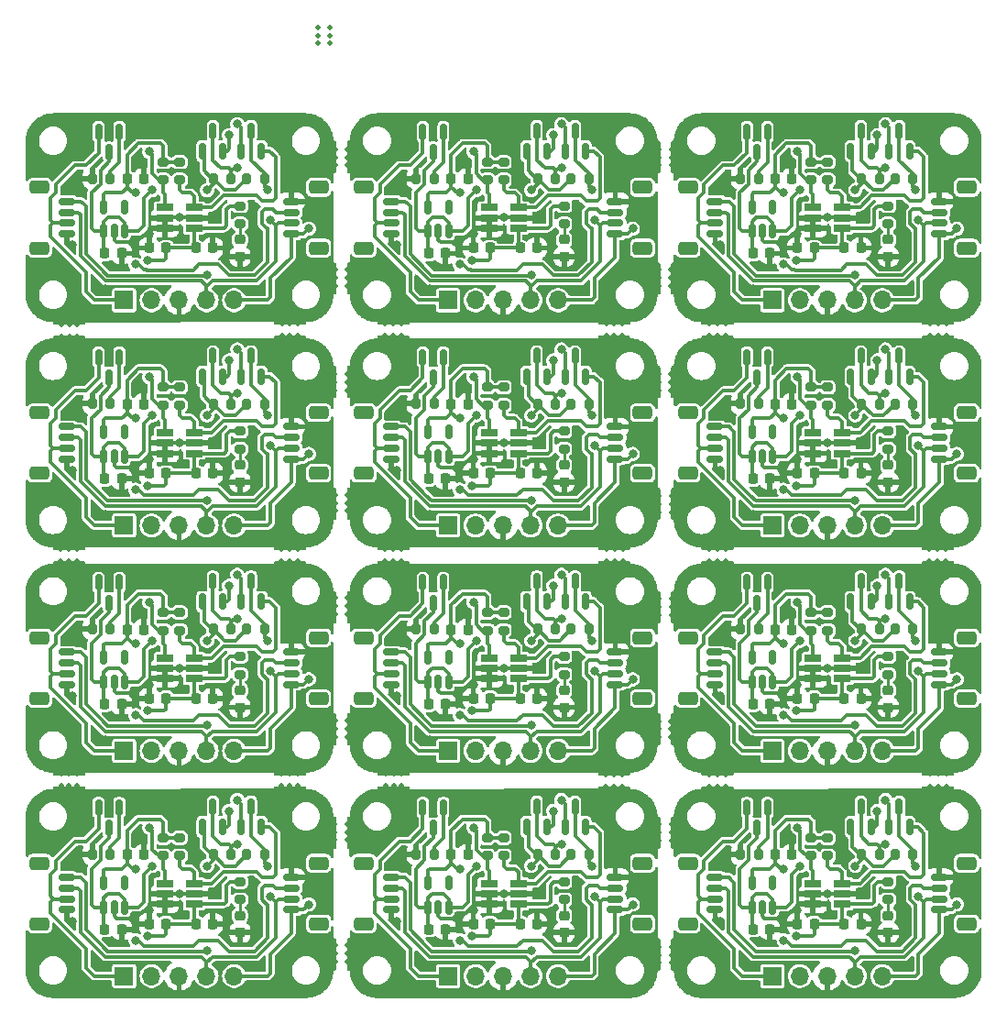
<source format=gbr>
%TF.GenerationSoftware,KiCad,Pcbnew,7.0.1*%
%TF.CreationDate,2025-06-25T09:37:51+07:00*%
%TF.ProjectId,panelize_2,70616e65-6c69-47a6-955f-322e6b696361,rev?*%
%TF.SameCoordinates,Original*%
%TF.FileFunction,Copper,L1,Top*%
%TF.FilePolarity,Positive*%
%FSLAX46Y46*%
G04 Gerber Fmt 4.6, Leading zero omitted, Abs format (unit mm)*
G04 Created by KiCad (PCBNEW 7.0.1) date 2025-06-25 09:37:51*
%MOMM*%
%LPD*%
G01*
G04 APERTURE LIST*
G04 Aperture macros list*
%AMRoundRect*
0 Rectangle with rounded corners*
0 $1 Rounding radius*
0 $2 $3 $4 $5 $6 $7 $8 $9 X,Y pos of 4 corners*
0 Add a 4 corners polygon primitive as box body*
4,1,4,$2,$3,$4,$5,$6,$7,$8,$9,$2,$3,0*
0 Add four circle primitives for the rounded corners*
1,1,$1+$1,$2,$3*
1,1,$1+$1,$4,$5*
1,1,$1+$1,$6,$7*
1,1,$1+$1,$8,$9*
0 Add four rect primitives between the rounded corners*
20,1,$1+$1,$2,$3,$4,$5,0*
20,1,$1+$1,$4,$5,$6,$7,0*
20,1,$1+$1,$6,$7,$8,$9,0*
20,1,$1+$1,$8,$9,$2,$3,0*%
G04 Aperture macros list end*
%TA.AperFunction,SMDPad,CuDef*%
%ADD10RoundRect,0.250000X0.650000X-0.350000X0.650000X0.350000X-0.650000X0.350000X-0.650000X-0.350000X0*%
%TD*%
%TA.AperFunction,SMDPad,CuDef*%
%ADD11RoundRect,0.150000X0.625000X-0.150000X0.625000X0.150000X-0.625000X0.150000X-0.625000X-0.150000X0*%
%TD*%
%TA.AperFunction,SMDPad,CuDef*%
%ADD12RoundRect,0.200000X-0.275000X0.200000X-0.275000X-0.200000X0.275000X-0.200000X0.275000X0.200000X0*%
%TD*%
%TA.AperFunction,SMDPad,CuDef*%
%ADD13RoundRect,0.225000X-0.225000X-0.250000X0.225000X-0.250000X0.225000X0.250000X-0.225000X0.250000X0*%
%TD*%
%TA.AperFunction,SMDPad,CuDef*%
%ADD14R,1.560000X0.650000*%
%TD*%
%TA.AperFunction,SMDPad,CuDef*%
%ADD15RoundRect,0.225000X0.225000X0.250000X-0.225000X0.250000X-0.225000X-0.250000X0.225000X-0.250000X0*%
%TD*%
%TA.AperFunction,SMDPad,CuDef*%
%ADD16RoundRect,0.200000X0.200000X0.275000X-0.200000X0.275000X-0.200000X-0.275000X0.200000X-0.275000X0*%
%TD*%
%TA.AperFunction,SMDPad,CuDef*%
%ADD17RoundRect,0.150000X0.150000X-0.587500X0.150000X0.587500X-0.150000X0.587500X-0.150000X-0.587500X0*%
%TD*%
%TA.AperFunction,SMDPad,CuDef*%
%ADD18RoundRect,0.200000X-0.200000X-0.275000X0.200000X-0.275000X0.200000X0.275000X-0.200000X0.275000X0*%
%TD*%
%TA.AperFunction,SMDPad,CuDef*%
%ADD19RoundRect,0.150000X0.150000X-0.512500X0.150000X0.512500X-0.150000X0.512500X-0.150000X-0.512500X0*%
%TD*%
%TA.AperFunction,SMDPad,CuDef*%
%ADD20RoundRect,0.150000X-0.150000X0.587500X-0.150000X-0.587500X0.150000X-0.587500X0.150000X0.587500X0*%
%TD*%
%TA.AperFunction,SMDPad,CuDef*%
%ADD21RoundRect,0.218750X0.256250X-0.218750X0.256250X0.218750X-0.256250X0.218750X-0.256250X-0.218750X0*%
%TD*%
%TA.AperFunction,ComponentPad*%
%ADD22O,1.700000X1.700000*%
%TD*%
%TA.AperFunction,ComponentPad*%
%ADD23R,1.700000X1.700000*%
%TD*%
%TA.AperFunction,SMDPad,CuDef*%
%ADD24RoundRect,0.250000X-0.650000X0.350000X-0.650000X-0.350000X0.650000X-0.350000X0.650000X0.350000X0*%
%TD*%
%TA.AperFunction,SMDPad,CuDef*%
%ADD25RoundRect,0.150000X-0.625000X0.150000X-0.625000X-0.150000X0.625000X-0.150000X0.625000X0.150000X0*%
%TD*%
%TA.AperFunction,ViaPad*%
%ADD26C,0.500000*%
%TD*%
%TA.AperFunction,ViaPad*%
%ADD27C,0.800000*%
%TD*%
%TA.AperFunction,Conductor*%
%ADD28C,0.300000*%
%TD*%
%TA.AperFunction,Conductor*%
%ADD29C,0.250000*%
%TD*%
G04 APERTURE END LIST*
D10*
%TO.P,J13,MP*%
%TO.N,N/C*%
X125935500Y-112200000D03*
X125935500Y-117800000D03*
D11*
%TO.P,J13,4,Pin_4*%
%TO.N,scl_in*%
X128460500Y-113500000D03*
%TO.P,J13,3,Pin_3*%
%TO.N,sda_in*%
X128460500Y-114500000D03*
%TO.P,J13,2,Pin_2*%
%TO.N,VIN*%
X128460500Y-115500000D03*
%TO.P,J13,1,Pin_1*%
%TO.N,GND*%
X128460500Y-116500000D03*
%TD*%
D12*
%TO.P,R70,2*%
%TO.N,scl_out*%
X167290000Y-153115000D03*
%TO.P,R70,1*%
%TO.N,+3.3V*%
X167290000Y-151465000D03*
%TD*%
D13*
%TO.P,C46,2*%
%TO.N,GND*%
X165511000Y-153026000D03*
%TO.P,C46,1*%
%TO.N,+3.3V*%
X163961000Y-153026000D03*
%TD*%
D14*
%TO.P,U23,6,SDA/ADDR*%
%TO.N,sda_out*%
X170156000Y-155666000D03*
%TO.P,U23,5,GND*%
%TO.N,GND*%
X170156000Y-156616000D03*
%TO.P,U23,4,VDD*%
%TO.N,+3.3V*%
X170156000Y-157566000D03*
%TO.P,U23,3,GND*%
%TO.N,GND*%
X167456000Y-157566000D03*
%TO.P,U23,2,GND*%
X167456000Y-156616000D03*
%TO.P,U23,1,SCL/INT*%
%TO.N,scl_out*%
X167456000Y-155666000D03*
%TD*%
D15*
%TO.P,C47,2*%
%TO.N,GND*%
X166007000Y-159402000D03*
%TO.P,C47,1*%
%TO.N,+3.3V*%
X167557000Y-159402000D03*
%TD*%
D16*
%TO.P,R72,2*%
%TO.N,GND*%
X160751000Y-152976000D03*
%TO.P,R72,1*%
%TO.N,Net-(Q3-G)*%
X162401000Y-152976000D03*
%TD*%
D10*
%TO.P,J34,MP*%
%TO.N,N/C*%
X155883500Y-153808000D03*
X155883500Y-159408000D03*
D11*
%TO.P,J34,4,Pin_4*%
%TO.N,scl_in*%
X158408500Y-155108000D03*
%TO.P,J34,3,Pin_3*%
%TO.N,sda_in*%
X158408500Y-156108000D03*
%TO.P,J34,2,Pin_2*%
%TO.N,VIN*%
X158408500Y-157108000D03*
%TO.P,J34,1,Pin_1*%
%TO.N,GND*%
X158408500Y-158108000D03*
%TD*%
D12*
%TO.P,R71,2*%
%TO.N,sda_out*%
X168814000Y-153115000D03*
%TO.P,R71,1*%
%TO.N,+3.3V*%
X168814000Y-151465000D03*
%TD*%
D17*
%TO.P,Q34,3,D*%
%TO.N,scl_in*%
X171886000Y-148581000D03*
%TO.P,Q34,2,S*%
%TO.N,scl_out*%
X172836000Y-150456000D03*
%TO.P,Q34,1,G*%
%TO.N,VCC*%
X170936000Y-150456000D03*
%TD*%
D18*
%TO.P,R69,2*%
%TO.N,sda_in*%
X176681000Y-153006000D03*
%TO.P,R69,1*%
%TO.N,VCC*%
X175031000Y-153006000D03*
%TD*%
D17*
%TO.P,Q35,3,D*%
%TO.N,sda_in*%
X175426000Y-148581000D03*
%TO.P,Q35,2,S*%
%TO.N,sda_out*%
X176376000Y-150456000D03*
%TO.P,Q35,1,G*%
%TO.N,+3.3V*%
X174476000Y-150456000D03*
%TD*%
D19*
%TO.P,U24,5,VOUT*%
%TO.N,+3.3V*%
X161826000Y-155598500D03*
%TO.P,U24,4,NC*%
%TO.N,unconnected-(U2-NC-Pad4)*%
X163726000Y-155598500D03*
%TO.P,U24,3,EN*%
%TO.N,VCC*%
X163726000Y-157873500D03*
%TO.P,U24,2,GND*%
%TO.N,GND*%
X162776000Y-157873500D03*
%TO.P,U24,1,VIN*%
%TO.N,VCC*%
X161826000Y-157873500D03*
%TD*%
D15*
%TO.P,C48,2*%
%TO.N,+3.3V*%
X170325000Y-159402000D03*
%TO.P,C48,1*%
%TO.N,GND*%
X171875000Y-159402000D03*
%TD*%
D20*
%TO.P,Q36,3,D*%
%TO.N,VCC*%
X162294500Y-150563500D03*
%TO.P,Q36,2,S*%
%TO.N,VIN*%
X161344500Y-148688500D03*
%TO.P,Q36,1,G*%
%TO.N,Net-(Q3-G)*%
X163244500Y-148688500D03*
%TD*%
D18*
%TO.P,R68,2*%
%TO.N,scl_in*%
X173591000Y-153006000D03*
%TO.P,R68,1*%
%TO.N,VCC*%
X171941000Y-153006000D03*
%TD*%
D21*
%TO.P,D12,2,A*%
%TO.N,Net-(D1-A)*%
X174402000Y-158640000D03*
%TO.P,D12,1,K*%
%TO.N,GND*%
X174402000Y-160215000D03*
%TD*%
D12*
%TO.P,R67,2*%
%TO.N,Net-(D1-A)*%
X174402000Y-157179000D03*
%TO.P,R67,1*%
%TO.N,+3.3V*%
X174402000Y-155529000D03*
%TD*%
D22*
%TO.P,J36,5,Pin_5*%
%TO.N,scl_in*%
X173852500Y-164228000D03*
%TO.P,J36,4,Pin_4*%
%TO.N,sda_in*%
X171312500Y-164228000D03*
%TO.P,J36,3,Pin_3*%
%TO.N,GND*%
X168772500Y-164228000D03*
%TO.P,J36,2,Pin_2*%
%TO.N,+3.3V*%
X166232500Y-164228000D03*
D23*
%TO.P,J36,1,Pin_1*%
%TO.N,VIN*%
X163692500Y-164228000D03*
%TD*%
D13*
%TO.P,C45,2*%
%TO.N,GND*%
X163446500Y-159910000D03*
%TO.P,C45,1*%
%TO.N,VCC*%
X161896500Y-159910000D03*
%TD*%
D24*
%TO.P,J35,MP*%
%TO.N,N/C*%
X181651500Y-159408000D03*
X181651500Y-153808000D03*
D25*
%TO.P,J35,4,Pin_4*%
%TO.N,scl_in*%
X179126500Y-158108000D03*
%TO.P,J35,3,Pin_3*%
%TO.N,sda_in*%
X179126500Y-157108000D03*
%TO.P,J35,2,Pin_2*%
%TO.N,VIN*%
X179126500Y-156108000D03*
%TO.P,J35,1,Pin_1*%
%TO.N,GND*%
X179126500Y-155108000D03*
%TD*%
D12*
%TO.P,R64,2*%
%TO.N,scl_out*%
X137342000Y-153115000D03*
%TO.P,R64,1*%
%TO.N,+3.3V*%
X137342000Y-151465000D03*
%TD*%
D13*
%TO.P,C42,2*%
%TO.N,GND*%
X135563000Y-153026000D03*
%TO.P,C42,1*%
%TO.N,+3.3V*%
X134013000Y-153026000D03*
%TD*%
D14*
%TO.P,U21,6,SDA/ADDR*%
%TO.N,sda_out*%
X140208000Y-155666000D03*
%TO.P,U21,5,GND*%
%TO.N,GND*%
X140208000Y-156616000D03*
%TO.P,U21,4,VDD*%
%TO.N,+3.3V*%
X140208000Y-157566000D03*
%TO.P,U21,3,GND*%
%TO.N,GND*%
X137508000Y-157566000D03*
%TO.P,U21,2,GND*%
X137508000Y-156616000D03*
%TO.P,U21,1,SCL/INT*%
%TO.N,scl_out*%
X137508000Y-155666000D03*
%TD*%
D15*
%TO.P,C43,2*%
%TO.N,GND*%
X136059000Y-159402000D03*
%TO.P,C43,1*%
%TO.N,+3.3V*%
X137609000Y-159402000D03*
%TD*%
D16*
%TO.P,R66,2*%
%TO.N,GND*%
X130803000Y-152976000D03*
%TO.P,R66,1*%
%TO.N,Net-(Q3-G)*%
X132453000Y-152976000D03*
%TD*%
D10*
%TO.P,J31,MP*%
%TO.N,N/C*%
X125935500Y-153808000D03*
X125935500Y-159408000D03*
D11*
%TO.P,J31,4,Pin_4*%
%TO.N,scl_in*%
X128460500Y-155108000D03*
%TO.P,J31,3,Pin_3*%
%TO.N,sda_in*%
X128460500Y-156108000D03*
%TO.P,J31,2,Pin_2*%
%TO.N,VIN*%
X128460500Y-157108000D03*
%TO.P,J31,1,Pin_1*%
%TO.N,GND*%
X128460500Y-158108000D03*
%TD*%
D12*
%TO.P,R65,2*%
%TO.N,sda_out*%
X138866000Y-153115000D03*
%TO.P,R65,1*%
%TO.N,+3.3V*%
X138866000Y-151465000D03*
%TD*%
D17*
%TO.P,Q31,3,D*%
%TO.N,scl_in*%
X141938000Y-148581000D03*
%TO.P,Q31,2,S*%
%TO.N,scl_out*%
X142888000Y-150456000D03*
%TO.P,Q31,1,G*%
%TO.N,VCC*%
X140988000Y-150456000D03*
%TD*%
D18*
%TO.P,R63,2*%
%TO.N,sda_in*%
X146733000Y-153006000D03*
%TO.P,R63,1*%
%TO.N,VCC*%
X145083000Y-153006000D03*
%TD*%
D17*
%TO.P,Q32,3,D*%
%TO.N,sda_in*%
X145478000Y-148581000D03*
%TO.P,Q32,2,S*%
%TO.N,sda_out*%
X146428000Y-150456000D03*
%TO.P,Q32,1,G*%
%TO.N,+3.3V*%
X144528000Y-150456000D03*
%TD*%
D19*
%TO.P,U22,5,VOUT*%
%TO.N,+3.3V*%
X131878000Y-155598500D03*
%TO.P,U22,4,NC*%
%TO.N,unconnected-(U2-NC-Pad4)*%
X133778000Y-155598500D03*
%TO.P,U22,3,EN*%
%TO.N,VCC*%
X133778000Y-157873500D03*
%TO.P,U22,2,GND*%
%TO.N,GND*%
X132828000Y-157873500D03*
%TO.P,U22,1,VIN*%
%TO.N,VCC*%
X131878000Y-157873500D03*
%TD*%
D15*
%TO.P,C44,2*%
%TO.N,+3.3V*%
X140377000Y-159402000D03*
%TO.P,C44,1*%
%TO.N,GND*%
X141927000Y-159402000D03*
%TD*%
D20*
%TO.P,Q33,3,D*%
%TO.N,VCC*%
X132346500Y-150563500D03*
%TO.P,Q33,2,S*%
%TO.N,VIN*%
X131396500Y-148688500D03*
%TO.P,Q33,1,G*%
%TO.N,Net-(Q3-G)*%
X133296500Y-148688500D03*
%TD*%
D18*
%TO.P,R62,2*%
%TO.N,scl_in*%
X143643000Y-153006000D03*
%TO.P,R62,1*%
%TO.N,VCC*%
X141993000Y-153006000D03*
%TD*%
D21*
%TO.P,D11,2,A*%
%TO.N,Net-(D1-A)*%
X144454000Y-158640000D03*
%TO.P,D11,1,K*%
%TO.N,GND*%
X144454000Y-160215000D03*
%TD*%
D12*
%TO.P,R61,2*%
%TO.N,Net-(D1-A)*%
X144454000Y-157179000D03*
%TO.P,R61,1*%
%TO.N,+3.3V*%
X144454000Y-155529000D03*
%TD*%
D22*
%TO.P,J33,5,Pin_5*%
%TO.N,scl_in*%
X143904500Y-164228000D03*
%TO.P,J33,4,Pin_4*%
%TO.N,sda_in*%
X141364500Y-164228000D03*
%TO.P,J33,3,Pin_3*%
%TO.N,GND*%
X138824500Y-164228000D03*
%TO.P,J33,2,Pin_2*%
%TO.N,+3.3V*%
X136284500Y-164228000D03*
D23*
%TO.P,J33,1,Pin_1*%
%TO.N,VIN*%
X133744500Y-164228000D03*
%TD*%
D13*
%TO.P,C41,2*%
%TO.N,GND*%
X133498500Y-159910000D03*
%TO.P,C41,1*%
%TO.N,VCC*%
X131948500Y-159910000D03*
%TD*%
D24*
%TO.P,J32,MP*%
%TO.N,N/C*%
X151703500Y-159408000D03*
X151703500Y-153808000D03*
D25*
%TO.P,J32,4,Pin_4*%
%TO.N,scl_in*%
X149178500Y-158108000D03*
%TO.P,J32,3,Pin_3*%
%TO.N,sda_in*%
X149178500Y-157108000D03*
%TO.P,J32,2,Pin_2*%
%TO.N,VIN*%
X149178500Y-156108000D03*
%TO.P,J32,1,Pin_1*%
%TO.N,GND*%
X149178500Y-155108000D03*
%TD*%
D12*
%TO.P,R58,2*%
%TO.N,scl_out*%
X107394000Y-153115000D03*
%TO.P,R58,1*%
%TO.N,+3.3V*%
X107394000Y-151465000D03*
%TD*%
D13*
%TO.P,C38,2*%
%TO.N,GND*%
X105615000Y-153026000D03*
%TO.P,C38,1*%
%TO.N,+3.3V*%
X104065000Y-153026000D03*
%TD*%
D14*
%TO.P,U19,6,SDA/ADDR*%
%TO.N,sda_out*%
X110260000Y-155666000D03*
%TO.P,U19,5,GND*%
%TO.N,GND*%
X110260000Y-156616000D03*
%TO.P,U19,4,VDD*%
%TO.N,+3.3V*%
X110260000Y-157566000D03*
%TO.P,U19,3,GND*%
%TO.N,GND*%
X107560000Y-157566000D03*
%TO.P,U19,2,GND*%
X107560000Y-156616000D03*
%TO.P,U19,1,SCL/INT*%
%TO.N,scl_out*%
X107560000Y-155666000D03*
%TD*%
D15*
%TO.P,C39,2*%
%TO.N,GND*%
X106111000Y-159402000D03*
%TO.P,C39,1*%
%TO.N,+3.3V*%
X107661000Y-159402000D03*
%TD*%
D16*
%TO.P,R60,2*%
%TO.N,GND*%
X100855000Y-152976000D03*
%TO.P,R60,1*%
%TO.N,Net-(Q3-G)*%
X102505000Y-152976000D03*
%TD*%
D10*
%TO.P,J28,MP*%
%TO.N,N/C*%
X95987500Y-153808000D03*
X95987500Y-159408000D03*
D11*
%TO.P,J28,4,Pin_4*%
%TO.N,scl_in*%
X98512500Y-155108000D03*
%TO.P,J28,3,Pin_3*%
%TO.N,sda_in*%
X98512500Y-156108000D03*
%TO.P,J28,2,Pin_2*%
%TO.N,VIN*%
X98512500Y-157108000D03*
%TO.P,J28,1,Pin_1*%
%TO.N,GND*%
X98512500Y-158108000D03*
%TD*%
D12*
%TO.P,R59,2*%
%TO.N,sda_out*%
X108918000Y-153115000D03*
%TO.P,R59,1*%
%TO.N,+3.3V*%
X108918000Y-151465000D03*
%TD*%
D17*
%TO.P,Q28,3,D*%
%TO.N,scl_in*%
X111990000Y-148581000D03*
%TO.P,Q28,2,S*%
%TO.N,scl_out*%
X112940000Y-150456000D03*
%TO.P,Q28,1,G*%
%TO.N,VCC*%
X111040000Y-150456000D03*
%TD*%
D18*
%TO.P,R57,2*%
%TO.N,sda_in*%
X116785000Y-153006000D03*
%TO.P,R57,1*%
%TO.N,VCC*%
X115135000Y-153006000D03*
%TD*%
D17*
%TO.P,Q29,3,D*%
%TO.N,sda_in*%
X115530000Y-148581000D03*
%TO.P,Q29,2,S*%
%TO.N,sda_out*%
X116480000Y-150456000D03*
%TO.P,Q29,1,G*%
%TO.N,+3.3V*%
X114580000Y-150456000D03*
%TD*%
D19*
%TO.P,U20,5,VOUT*%
%TO.N,+3.3V*%
X101930000Y-155598500D03*
%TO.P,U20,4,NC*%
%TO.N,unconnected-(U2-NC-Pad4)*%
X103830000Y-155598500D03*
%TO.P,U20,3,EN*%
%TO.N,VCC*%
X103830000Y-157873500D03*
%TO.P,U20,2,GND*%
%TO.N,GND*%
X102880000Y-157873500D03*
%TO.P,U20,1,VIN*%
%TO.N,VCC*%
X101930000Y-157873500D03*
%TD*%
D15*
%TO.P,C40,2*%
%TO.N,+3.3V*%
X110429000Y-159402000D03*
%TO.P,C40,1*%
%TO.N,GND*%
X111979000Y-159402000D03*
%TD*%
D20*
%TO.P,Q30,3,D*%
%TO.N,VCC*%
X102398500Y-150563500D03*
%TO.P,Q30,2,S*%
%TO.N,VIN*%
X101448500Y-148688500D03*
%TO.P,Q30,1,G*%
%TO.N,Net-(Q3-G)*%
X103348500Y-148688500D03*
%TD*%
D18*
%TO.P,R56,2*%
%TO.N,scl_in*%
X113695000Y-153006000D03*
%TO.P,R56,1*%
%TO.N,VCC*%
X112045000Y-153006000D03*
%TD*%
D21*
%TO.P,D10,2,A*%
%TO.N,Net-(D1-A)*%
X114506000Y-158640000D03*
%TO.P,D10,1,K*%
%TO.N,GND*%
X114506000Y-160215000D03*
%TD*%
D12*
%TO.P,R55,2*%
%TO.N,Net-(D1-A)*%
X114506000Y-157179000D03*
%TO.P,R55,1*%
%TO.N,+3.3V*%
X114506000Y-155529000D03*
%TD*%
D22*
%TO.P,J30,5,Pin_5*%
%TO.N,scl_in*%
X113956500Y-164228000D03*
%TO.P,J30,4,Pin_4*%
%TO.N,sda_in*%
X111416500Y-164228000D03*
%TO.P,J30,3,Pin_3*%
%TO.N,GND*%
X108876500Y-164228000D03*
%TO.P,J30,2,Pin_2*%
%TO.N,+3.3V*%
X106336500Y-164228000D03*
D23*
%TO.P,J30,1,Pin_1*%
%TO.N,VIN*%
X103796500Y-164228000D03*
%TD*%
D13*
%TO.P,C37,2*%
%TO.N,GND*%
X103550500Y-159910000D03*
%TO.P,C37,1*%
%TO.N,VCC*%
X102000500Y-159910000D03*
%TD*%
D24*
%TO.P,J29,MP*%
%TO.N,N/C*%
X121755500Y-159408000D03*
X121755500Y-153808000D03*
D25*
%TO.P,J29,4,Pin_4*%
%TO.N,scl_in*%
X119230500Y-158108000D03*
%TO.P,J29,3,Pin_3*%
%TO.N,sda_in*%
X119230500Y-157108000D03*
%TO.P,J29,2,Pin_2*%
%TO.N,VIN*%
X119230500Y-156108000D03*
%TO.P,J29,1,Pin_1*%
%TO.N,GND*%
X119230500Y-155108000D03*
%TD*%
D12*
%TO.P,R52,2*%
%TO.N,scl_out*%
X167290000Y-132311000D03*
%TO.P,R52,1*%
%TO.N,+3.3V*%
X167290000Y-130661000D03*
%TD*%
D13*
%TO.P,C34,2*%
%TO.N,GND*%
X165511000Y-132222000D03*
%TO.P,C34,1*%
%TO.N,+3.3V*%
X163961000Y-132222000D03*
%TD*%
D14*
%TO.P,U17,6,SDA/ADDR*%
%TO.N,sda_out*%
X170156000Y-134862000D03*
%TO.P,U17,5,GND*%
%TO.N,GND*%
X170156000Y-135812000D03*
%TO.P,U17,4,VDD*%
%TO.N,+3.3V*%
X170156000Y-136762000D03*
%TO.P,U17,3,GND*%
%TO.N,GND*%
X167456000Y-136762000D03*
%TO.P,U17,2,GND*%
X167456000Y-135812000D03*
%TO.P,U17,1,SCL/INT*%
%TO.N,scl_out*%
X167456000Y-134862000D03*
%TD*%
D15*
%TO.P,C35,2*%
%TO.N,GND*%
X166007000Y-138598000D03*
%TO.P,C35,1*%
%TO.N,+3.3V*%
X167557000Y-138598000D03*
%TD*%
D16*
%TO.P,R54,2*%
%TO.N,GND*%
X160751000Y-132172000D03*
%TO.P,R54,1*%
%TO.N,Net-(Q3-G)*%
X162401000Y-132172000D03*
%TD*%
D10*
%TO.P,J25,MP*%
%TO.N,N/C*%
X155883500Y-133004000D03*
X155883500Y-138604000D03*
D11*
%TO.P,J25,4,Pin_4*%
%TO.N,scl_in*%
X158408500Y-134304000D03*
%TO.P,J25,3,Pin_3*%
%TO.N,sda_in*%
X158408500Y-135304000D03*
%TO.P,J25,2,Pin_2*%
%TO.N,VIN*%
X158408500Y-136304000D03*
%TO.P,J25,1,Pin_1*%
%TO.N,GND*%
X158408500Y-137304000D03*
%TD*%
D12*
%TO.P,R53,2*%
%TO.N,sda_out*%
X168814000Y-132311000D03*
%TO.P,R53,1*%
%TO.N,+3.3V*%
X168814000Y-130661000D03*
%TD*%
D17*
%TO.P,Q25,3,D*%
%TO.N,scl_in*%
X171886000Y-127777000D03*
%TO.P,Q25,2,S*%
%TO.N,scl_out*%
X172836000Y-129652000D03*
%TO.P,Q25,1,G*%
%TO.N,VCC*%
X170936000Y-129652000D03*
%TD*%
D18*
%TO.P,R51,2*%
%TO.N,sda_in*%
X176681000Y-132202000D03*
%TO.P,R51,1*%
%TO.N,VCC*%
X175031000Y-132202000D03*
%TD*%
D17*
%TO.P,Q26,3,D*%
%TO.N,sda_in*%
X175426000Y-127777000D03*
%TO.P,Q26,2,S*%
%TO.N,sda_out*%
X176376000Y-129652000D03*
%TO.P,Q26,1,G*%
%TO.N,+3.3V*%
X174476000Y-129652000D03*
%TD*%
D19*
%TO.P,U18,5,VOUT*%
%TO.N,+3.3V*%
X161826000Y-134794500D03*
%TO.P,U18,4,NC*%
%TO.N,unconnected-(U2-NC-Pad4)*%
X163726000Y-134794500D03*
%TO.P,U18,3,EN*%
%TO.N,VCC*%
X163726000Y-137069500D03*
%TO.P,U18,2,GND*%
%TO.N,GND*%
X162776000Y-137069500D03*
%TO.P,U18,1,VIN*%
%TO.N,VCC*%
X161826000Y-137069500D03*
%TD*%
D15*
%TO.P,C36,2*%
%TO.N,+3.3V*%
X170325000Y-138598000D03*
%TO.P,C36,1*%
%TO.N,GND*%
X171875000Y-138598000D03*
%TD*%
D20*
%TO.P,Q27,3,D*%
%TO.N,VCC*%
X162294500Y-129759500D03*
%TO.P,Q27,2,S*%
%TO.N,VIN*%
X161344500Y-127884500D03*
%TO.P,Q27,1,G*%
%TO.N,Net-(Q3-G)*%
X163244500Y-127884500D03*
%TD*%
D18*
%TO.P,R50,2*%
%TO.N,scl_in*%
X173591000Y-132202000D03*
%TO.P,R50,1*%
%TO.N,VCC*%
X171941000Y-132202000D03*
%TD*%
D21*
%TO.P,D9,2,A*%
%TO.N,Net-(D1-A)*%
X174402000Y-137836000D03*
%TO.P,D9,1,K*%
%TO.N,GND*%
X174402000Y-139411000D03*
%TD*%
D12*
%TO.P,R49,2*%
%TO.N,Net-(D1-A)*%
X174402000Y-136375000D03*
%TO.P,R49,1*%
%TO.N,+3.3V*%
X174402000Y-134725000D03*
%TD*%
D22*
%TO.P,J27,5,Pin_5*%
%TO.N,scl_in*%
X173852500Y-143424000D03*
%TO.P,J27,4,Pin_4*%
%TO.N,sda_in*%
X171312500Y-143424000D03*
%TO.P,J27,3,Pin_3*%
%TO.N,GND*%
X168772500Y-143424000D03*
%TO.P,J27,2,Pin_2*%
%TO.N,+3.3V*%
X166232500Y-143424000D03*
D23*
%TO.P,J27,1,Pin_1*%
%TO.N,VIN*%
X163692500Y-143424000D03*
%TD*%
D13*
%TO.P,C33,2*%
%TO.N,GND*%
X163446500Y-139106000D03*
%TO.P,C33,1*%
%TO.N,VCC*%
X161896500Y-139106000D03*
%TD*%
D24*
%TO.P,J26,MP*%
%TO.N,N/C*%
X181651500Y-138604000D03*
X181651500Y-133004000D03*
D25*
%TO.P,J26,4,Pin_4*%
%TO.N,scl_in*%
X179126500Y-137304000D03*
%TO.P,J26,3,Pin_3*%
%TO.N,sda_in*%
X179126500Y-136304000D03*
%TO.P,J26,2,Pin_2*%
%TO.N,VIN*%
X179126500Y-135304000D03*
%TO.P,J26,1,Pin_1*%
%TO.N,GND*%
X179126500Y-134304000D03*
%TD*%
D12*
%TO.P,R46,2*%
%TO.N,scl_out*%
X137342000Y-132311000D03*
%TO.P,R46,1*%
%TO.N,+3.3V*%
X137342000Y-130661000D03*
%TD*%
D13*
%TO.P,C30,2*%
%TO.N,GND*%
X135563000Y-132222000D03*
%TO.P,C30,1*%
%TO.N,+3.3V*%
X134013000Y-132222000D03*
%TD*%
D14*
%TO.P,U15,6,SDA/ADDR*%
%TO.N,sda_out*%
X140208000Y-134862000D03*
%TO.P,U15,5,GND*%
%TO.N,GND*%
X140208000Y-135812000D03*
%TO.P,U15,4,VDD*%
%TO.N,+3.3V*%
X140208000Y-136762000D03*
%TO.P,U15,3,GND*%
%TO.N,GND*%
X137508000Y-136762000D03*
%TO.P,U15,2,GND*%
X137508000Y-135812000D03*
%TO.P,U15,1,SCL/INT*%
%TO.N,scl_out*%
X137508000Y-134862000D03*
%TD*%
D15*
%TO.P,C31,2*%
%TO.N,GND*%
X136059000Y-138598000D03*
%TO.P,C31,1*%
%TO.N,+3.3V*%
X137609000Y-138598000D03*
%TD*%
D16*
%TO.P,R48,2*%
%TO.N,GND*%
X130803000Y-132172000D03*
%TO.P,R48,1*%
%TO.N,Net-(Q3-G)*%
X132453000Y-132172000D03*
%TD*%
D10*
%TO.P,J22,MP*%
%TO.N,N/C*%
X125935500Y-133004000D03*
X125935500Y-138604000D03*
D11*
%TO.P,J22,4,Pin_4*%
%TO.N,scl_in*%
X128460500Y-134304000D03*
%TO.P,J22,3,Pin_3*%
%TO.N,sda_in*%
X128460500Y-135304000D03*
%TO.P,J22,2,Pin_2*%
%TO.N,VIN*%
X128460500Y-136304000D03*
%TO.P,J22,1,Pin_1*%
%TO.N,GND*%
X128460500Y-137304000D03*
%TD*%
D12*
%TO.P,R47,2*%
%TO.N,sda_out*%
X138866000Y-132311000D03*
%TO.P,R47,1*%
%TO.N,+3.3V*%
X138866000Y-130661000D03*
%TD*%
D17*
%TO.P,Q22,3,D*%
%TO.N,scl_in*%
X141938000Y-127777000D03*
%TO.P,Q22,2,S*%
%TO.N,scl_out*%
X142888000Y-129652000D03*
%TO.P,Q22,1,G*%
%TO.N,VCC*%
X140988000Y-129652000D03*
%TD*%
D18*
%TO.P,R45,2*%
%TO.N,sda_in*%
X146733000Y-132202000D03*
%TO.P,R45,1*%
%TO.N,VCC*%
X145083000Y-132202000D03*
%TD*%
D17*
%TO.P,Q23,3,D*%
%TO.N,sda_in*%
X145478000Y-127777000D03*
%TO.P,Q23,2,S*%
%TO.N,sda_out*%
X146428000Y-129652000D03*
%TO.P,Q23,1,G*%
%TO.N,+3.3V*%
X144528000Y-129652000D03*
%TD*%
D19*
%TO.P,U16,5,VOUT*%
%TO.N,+3.3V*%
X131878000Y-134794500D03*
%TO.P,U16,4,NC*%
%TO.N,unconnected-(U2-NC-Pad4)*%
X133778000Y-134794500D03*
%TO.P,U16,3,EN*%
%TO.N,VCC*%
X133778000Y-137069500D03*
%TO.P,U16,2,GND*%
%TO.N,GND*%
X132828000Y-137069500D03*
%TO.P,U16,1,VIN*%
%TO.N,VCC*%
X131878000Y-137069500D03*
%TD*%
D15*
%TO.P,C32,2*%
%TO.N,+3.3V*%
X140377000Y-138598000D03*
%TO.P,C32,1*%
%TO.N,GND*%
X141927000Y-138598000D03*
%TD*%
D20*
%TO.P,Q24,3,D*%
%TO.N,VCC*%
X132346500Y-129759500D03*
%TO.P,Q24,2,S*%
%TO.N,VIN*%
X131396500Y-127884500D03*
%TO.P,Q24,1,G*%
%TO.N,Net-(Q3-G)*%
X133296500Y-127884500D03*
%TD*%
D18*
%TO.P,R44,2*%
%TO.N,scl_in*%
X143643000Y-132202000D03*
%TO.P,R44,1*%
%TO.N,VCC*%
X141993000Y-132202000D03*
%TD*%
D21*
%TO.P,D8,2,A*%
%TO.N,Net-(D1-A)*%
X144454000Y-137836000D03*
%TO.P,D8,1,K*%
%TO.N,GND*%
X144454000Y-139411000D03*
%TD*%
D12*
%TO.P,R43,2*%
%TO.N,Net-(D1-A)*%
X144454000Y-136375000D03*
%TO.P,R43,1*%
%TO.N,+3.3V*%
X144454000Y-134725000D03*
%TD*%
D22*
%TO.P,J24,5,Pin_5*%
%TO.N,scl_in*%
X143904500Y-143424000D03*
%TO.P,J24,4,Pin_4*%
%TO.N,sda_in*%
X141364500Y-143424000D03*
%TO.P,J24,3,Pin_3*%
%TO.N,GND*%
X138824500Y-143424000D03*
%TO.P,J24,2,Pin_2*%
%TO.N,+3.3V*%
X136284500Y-143424000D03*
D23*
%TO.P,J24,1,Pin_1*%
%TO.N,VIN*%
X133744500Y-143424000D03*
%TD*%
D13*
%TO.P,C29,2*%
%TO.N,GND*%
X133498500Y-139106000D03*
%TO.P,C29,1*%
%TO.N,VCC*%
X131948500Y-139106000D03*
%TD*%
D24*
%TO.P,J23,MP*%
%TO.N,N/C*%
X151703500Y-138604000D03*
X151703500Y-133004000D03*
D25*
%TO.P,J23,4,Pin_4*%
%TO.N,scl_in*%
X149178500Y-137304000D03*
%TO.P,J23,3,Pin_3*%
%TO.N,sda_in*%
X149178500Y-136304000D03*
%TO.P,J23,2,Pin_2*%
%TO.N,VIN*%
X149178500Y-135304000D03*
%TO.P,J23,1,Pin_1*%
%TO.N,GND*%
X149178500Y-134304000D03*
%TD*%
D12*
%TO.P,R40,2*%
%TO.N,scl_out*%
X107394000Y-132311000D03*
%TO.P,R40,1*%
%TO.N,+3.3V*%
X107394000Y-130661000D03*
%TD*%
D13*
%TO.P,C26,2*%
%TO.N,GND*%
X105615000Y-132222000D03*
%TO.P,C26,1*%
%TO.N,+3.3V*%
X104065000Y-132222000D03*
%TD*%
D14*
%TO.P,U13,6,SDA/ADDR*%
%TO.N,sda_out*%
X110260000Y-134862000D03*
%TO.P,U13,5,GND*%
%TO.N,GND*%
X110260000Y-135812000D03*
%TO.P,U13,4,VDD*%
%TO.N,+3.3V*%
X110260000Y-136762000D03*
%TO.P,U13,3,GND*%
%TO.N,GND*%
X107560000Y-136762000D03*
%TO.P,U13,2,GND*%
X107560000Y-135812000D03*
%TO.P,U13,1,SCL/INT*%
%TO.N,scl_out*%
X107560000Y-134862000D03*
%TD*%
D15*
%TO.P,C27,2*%
%TO.N,GND*%
X106111000Y-138598000D03*
%TO.P,C27,1*%
%TO.N,+3.3V*%
X107661000Y-138598000D03*
%TD*%
D16*
%TO.P,R42,2*%
%TO.N,GND*%
X100855000Y-132172000D03*
%TO.P,R42,1*%
%TO.N,Net-(Q3-G)*%
X102505000Y-132172000D03*
%TD*%
D10*
%TO.P,J19,MP*%
%TO.N,N/C*%
X95987500Y-133004000D03*
X95987500Y-138604000D03*
D11*
%TO.P,J19,4,Pin_4*%
%TO.N,scl_in*%
X98512500Y-134304000D03*
%TO.P,J19,3,Pin_3*%
%TO.N,sda_in*%
X98512500Y-135304000D03*
%TO.P,J19,2,Pin_2*%
%TO.N,VIN*%
X98512500Y-136304000D03*
%TO.P,J19,1,Pin_1*%
%TO.N,GND*%
X98512500Y-137304000D03*
%TD*%
D12*
%TO.P,R41,2*%
%TO.N,sda_out*%
X108918000Y-132311000D03*
%TO.P,R41,1*%
%TO.N,+3.3V*%
X108918000Y-130661000D03*
%TD*%
D17*
%TO.P,Q19,3,D*%
%TO.N,scl_in*%
X111990000Y-127777000D03*
%TO.P,Q19,2,S*%
%TO.N,scl_out*%
X112940000Y-129652000D03*
%TO.P,Q19,1,G*%
%TO.N,VCC*%
X111040000Y-129652000D03*
%TD*%
D18*
%TO.P,R39,2*%
%TO.N,sda_in*%
X116785000Y-132202000D03*
%TO.P,R39,1*%
%TO.N,VCC*%
X115135000Y-132202000D03*
%TD*%
D17*
%TO.P,Q20,3,D*%
%TO.N,sda_in*%
X115530000Y-127777000D03*
%TO.P,Q20,2,S*%
%TO.N,sda_out*%
X116480000Y-129652000D03*
%TO.P,Q20,1,G*%
%TO.N,+3.3V*%
X114580000Y-129652000D03*
%TD*%
D19*
%TO.P,U14,5,VOUT*%
%TO.N,+3.3V*%
X101930000Y-134794500D03*
%TO.P,U14,4,NC*%
%TO.N,unconnected-(U2-NC-Pad4)*%
X103830000Y-134794500D03*
%TO.P,U14,3,EN*%
%TO.N,VCC*%
X103830000Y-137069500D03*
%TO.P,U14,2,GND*%
%TO.N,GND*%
X102880000Y-137069500D03*
%TO.P,U14,1,VIN*%
%TO.N,VCC*%
X101930000Y-137069500D03*
%TD*%
D15*
%TO.P,C28,2*%
%TO.N,+3.3V*%
X110429000Y-138598000D03*
%TO.P,C28,1*%
%TO.N,GND*%
X111979000Y-138598000D03*
%TD*%
D20*
%TO.P,Q21,3,D*%
%TO.N,VCC*%
X102398500Y-129759500D03*
%TO.P,Q21,2,S*%
%TO.N,VIN*%
X101448500Y-127884500D03*
%TO.P,Q21,1,G*%
%TO.N,Net-(Q3-G)*%
X103348500Y-127884500D03*
%TD*%
D18*
%TO.P,R38,2*%
%TO.N,scl_in*%
X113695000Y-132202000D03*
%TO.P,R38,1*%
%TO.N,VCC*%
X112045000Y-132202000D03*
%TD*%
D21*
%TO.P,D7,2,A*%
%TO.N,Net-(D1-A)*%
X114506000Y-137836000D03*
%TO.P,D7,1,K*%
%TO.N,GND*%
X114506000Y-139411000D03*
%TD*%
D12*
%TO.P,R37,2*%
%TO.N,Net-(D1-A)*%
X114506000Y-136375000D03*
%TO.P,R37,1*%
%TO.N,+3.3V*%
X114506000Y-134725000D03*
%TD*%
D22*
%TO.P,J21,5,Pin_5*%
%TO.N,scl_in*%
X113956500Y-143424000D03*
%TO.P,J21,4,Pin_4*%
%TO.N,sda_in*%
X111416500Y-143424000D03*
%TO.P,J21,3,Pin_3*%
%TO.N,GND*%
X108876500Y-143424000D03*
%TO.P,J21,2,Pin_2*%
%TO.N,+3.3V*%
X106336500Y-143424000D03*
D23*
%TO.P,J21,1,Pin_1*%
%TO.N,VIN*%
X103796500Y-143424000D03*
%TD*%
D13*
%TO.P,C25,2*%
%TO.N,GND*%
X103550500Y-139106000D03*
%TO.P,C25,1*%
%TO.N,VCC*%
X102000500Y-139106000D03*
%TD*%
D24*
%TO.P,J20,MP*%
%TO.N,N/C*%
X121755500Y-138604000D03*
X121755500Y-133004000D03*
D25*
%TO.P,J20,4,Pin_4*%
%TO.N,scl_in*%
X119230500Y-137304000D03*
%TO.P,J20,3,Pin_3*%
%TO.N,sda_in*%
X119230500Y-136304000D03*
%TO.P,J20,2,Pin_2*%
%TO.N,VIN*%
X119230500Y-135304000D03*
%TO.P,J20,1,Pin_1*%
%TO.N,GND*%
X119230500Y-134304000D03*
%TD*%
D12*
%TO.P,R34,2*%
%TO.N,scl_out*%
X167290000Y-111507000D03*
%TO.P,R34,1*%
%TO.N,+3.3V*%
X167290000Y-109857000D03*
%TD*%
D13*
%TO.P,C22,2*%
%TO.N,GND*%
X165511000Y-111418000D03*
%TO.P,C22,1*%
%TO.N,+3.3V*%
X163961000Y-111418000D03*
%TD*%
D14*
%TO.P,U11,6,SDA/ADDR*%
%TO.N,sda_out*%
X170156000Y-114058000D03*
%TO.P,U11,5,GND*%
%TO.N,GND*%
X170156000Y-115008000D03*
%TO.P,U11,4,VDD*%
%TO.N,+3.3V*%
X170156000Y-115958000D03*
%TO.P,U11,3,GND*%
%TO.N,GND*%
X167456000Y-115958000D03*
%TO.P,U11,2,GND*%
X167456000Y-115008000D03*
%TO.P,U11,1,SCL/INT*%
%TO.N,scl_out*%
X167456000Y-114058000D03*
%TD*%
D15*
%TO.P,C23,2*%
%TO.N,GND*%
X166007000Y-117794000D03*
%TO.P,C23,1*%
%TO.N,+3.3V*%
X167557000Y-117794000D03*
%TD*%
D16*
%TO.P,R36,2*%
%TO.N,GND*%
X160751000Y-111368000D03*
%TO.P,R36,1*%
%TO.N,Net-(Q3-G)*%
X162401000Y-111368000D03*
%TD*%
D10*
%TO.P,J16,MP*%
%TO.N,N/C*%
X155883500Y-112200000D03*
X155883500Y-117800000D03*
D11*
%TO.P,J16,4,Pin_4*%
%TO.N,scl_in*%
X158408500Y-113500000D03*
%TO.P,J16,3,Pin_3*%
%TO.N,sda_in*%
X158408500Y-114500000D03*
%TO.P,J16,2,Pin_2*%
%TO.N,VIN*%
X158408500Y-115500000D03*
%TO.P,J16,1,Pin_1*%
%TO.N,GND*%
X158408500Y-116500000D03*
%TD*%
D12*
%TO.P,R35,2*%
%TO.N,sda_out*%
X168814000Y-111507000D03*
%TO.P,R35,1*%
%TO.N,+3.3V*%
X168814000Y-109857000D03*
%TD*%
D17*
%TO.P,Q16,3,D*%
%TO.N,scl_in*%
X171886000Y-106973000D03*
%TO.P,Q16,2,S*%
%TO.N,scl_out*%
X172836000Y-108848000D03*
%TO.P,Q16,1,G*%
%TO.N,VCC*%
X170936000Y-108848000D03*
%TD*%
D18*
%TO.P,R33,2*%
%TO.N,sda_in*%
X176681000Y-111398000D03*
%TO.P,R33,1*%
%TO.N,VCC*%
X175031000Y-111398000D03*
%TD*%
D17*
%TO.P,Q17,3,D*%
%TO.N,sda_in*%
X175426000Y-106973000D03*
%TO.P,Q17,2,S*%
%TO.N,sda_out*%
X176376000Y-108848000D03*
%TO.P,Q17,1,G*%
%TO.N,+3.3V*%
X174476000Y-108848000D03*
%TD*%
D19*
%TO.P,U12,5,VOUT*%
%TO.N,+3.3V*%
X161826000Y-113990500D03*
%TO.P,U12,4,NC*%
%TO.N,unconnected-(U2-NC-Pad4)*%
X163726000Y-113990500D03*
%TO.P,U12,3,EN*%
%TO.N,VCC*%
X163726000Y-116265500D03*
%TO.P,U12,2,GND*%
%TO.N,GND*%
X162776000Y-116265500D03*
%TO.P,U12,1,VIN*%
%TO.N,VCC*%
X161826000Y-116265500D03*
%TD*%
D15*
%TO.P,C24,2*%
%TO.N,+3.3V*%
X170325000Y-117794000D03*
%TO.P,C24,1*%
%TO.N,GND*%
X171875000Y-117794000D03*
%TD*%
D20*
%TO.P,Q18,3,D*%
%TO.N,VCC*%
X162294500Y-108955500D03*
%TO.P,Q18,2,S*%
%TO.N,VIN*%
X161344500Y-107080500D03*
%TO.P,Q18,1,G*%
%TO.N,Net-(Q3-G)*%
X163244500Y-107080500D03*
%TD*%
D18*
%TO.P,R32,2*%
%TO.N,scl_in*%
X173591000Y-111398000D03*
%TO.P,R32,1*%
%TO.N,VCC*%
X171941000Y-111398000D03*
%TD*%
D21*
%TO.P,D6,2,A*%
%TO.N,Net-(D1-A)*%
X174402000Y-117032000D03*
%TO.P,D6,1,K*%
%TO.N,GND*%
X174402000Y-118607000D03*
%TD*%
D12*
%TO.P,R31,2*%
%TO.N,Net-(D1-A)*%
X174402000Y-115571000D03*
%TO.P,R31,1*%
%TO.N,+3.3V*%
X174402000Y-113921000D03*
%TD*%
D22*
%TO.P,J18,5,Pin_5*%
%TO.N,scl_in*%
X173852500Y-122620000D03*
%TO.P,J18,4,Pin_4*%
%TO.N,sda_in*%
X171312500Y-122620000D03*
%TO.P,J18,3,Pin_3*%
%TO.N,GND*%
X168772500Y-122620000D03*
%TO.P,J18,2,Pin_2*%
%TO.N,+3.3V*%
X166232500Y-122620000D03*
D23*
%TO.P,J18,1,Pin_1*%
%TO.N,VIN*%
X163692500Y-122620000D03*
%TD*%
D13*
%TO.P,C21,2*%
%TO.N,GND*%
X163446500Y-118302000D03*
%TO.P,C21,1*%
%TO.N,VCC*%
X161896500Y-118302000D03*
%TD*%
D24*
%TO.P,J17,MP*%
%TO.N,N/C*%
X181651500Y-117800000D03*
X181651500Y-112200000D03*
D25*
%TO.P,J17,4,Pin_4*%
%TO.N,scl_in*%
X179126500Y-116500000D03*
%TO.P,J17,3,Pin_3*%
%TO.N,sda_in*%
X179126500Y-115500000D03*
%TO.P,J17,2,Pin_2*%
%TO.N,VIN*%
X179126500Y-114500000D03*
%TO.P,J17,1,Pin_1*%
%TO.N,GND*%
X179126500Y-113500000D03*
%TD*%
D12*
%TO.P,R28,2*%
%TO.N,scl_out*%
X137342000Y-111507000D03*
%TO.P,R28,1*%
%TO.N,+3.3V*%
X137342000Y-109857000D03*
%TD*%
D13*
%TO.P,C18,2*%
%TO.N,GND*%
X135563000Y-111418000D03*
%TO.P,C18,1*%
%TO.N,+3.3V*%
X134013000Y-111418000D03*
%TD*%
D14*
%TO.P,U9,6,SDA/ADDR*%
%TO.N,sda_out*%
X140208000Y-114058000D03*
%TO.P,U9,5,GND*%
%TO.N,GND*%
X140208000Y-115008000D03*
%TO.P,U9,4,VDD*%
%TO.N,+3.3V*%
X140208000Y-115958000D03*
%TO.P,U9,3,GND*%
%TO.N,GND*%
X137508000Y-115958000D03*
%TO.P,U9,2,GND*%
X137508000Y-115008000D03*
%TO.P,U9,1,SCL/INT*%
%TO.N,scl_out*%
X137508000Y-114058000D03*
%TD*%
D15*
%TO.P,C19,2*%
%TO.N,GND*%
X136059000Y-117794000D03*
%TO.P,C19,1*%
%TO.N,+3.3V*%
X137609000Y-117794000D03*
%TD*%
D16*
%TO.P,R30,2*%
%TO.N,GND*%
X130803000Y-111368000D03*
%TO.P,R30,1*%
%TO.N,Net-(Q3-G)*%
X132453000Y-111368000D03*
%TD*%
D12*
%TO.P,R29,2*%
%TO.N,sda_out*%
X138866000Y-111507000D03*
%TO.P,R29,1*%
%TO.N,+3.3V*%
X138866000Y-109857000D03*
%TD*%
D17*
%TO.P,Q13,3,D*%
%TO.N,scl_in*%
X141938000Y-106973000D03*
%TO.P,Q13,2,S*%
%TO.N,scl_out*%
X142888000Y-108848000D03*
%TO.P,Q13,1,G*%
%TO.N,VCC*%
X140988000Y-108848000D03*
%TD*%
D18*
%TO.P,R27,2*%
%TO.N,sda_in*%
X146733000Y-111398000D03*
%TO.P,R27,1*%
%TO.N,VCC*%
X145083000Y-111398000D03*
%TD*%
D17*
%TO.P,Q14,3,D*%
%TO.N,sda_in*%
X145478000Y-106973000D03*
%TO.P,Q14,2,S*%
%TO.N,sda_out*%
X146428000Y-108848000D03*
%TO.P,Q14,1,G*%
%TO.N,+3.3V*%
X144528000Y-108848000D03*
%TD*%
D19*
%TO.P,U10,5,VOUT*%
%TO.N,+3.3V*%
X131878000Y-113990500D03*
%TO.P,U10,4,NC*%
%TO.N,unconnected-(U2-NC-Pad4)*%
X133778000Y-113990500D03*
%TO.P,U10,3,EN*%
%TO.N,VCC*%
X133778000Y-116265500D03*
%TO.P,U10,2,GND*%
%TO.N,GND*%
X132828000Y-116265500D03*
%TO.P,U10,1,VIN*%
%TO.N,VCC*%
X131878000Y-116265500D03*
%TD*%
D15*
%TO.P,C20,2*%
%TO.N,+3.3V*%
X140377000Y-117794000D03*
%TO.P,C20,1*%
%TO.N,GND*%
X141927000Y-117794000D03*
%TD*%
D20*
%TO.P,Q15,3,D*%
%TO.N,VCC*%
X132346500Y-108955500D03*
%TO.P,Q15,2,S*%
%TO.N,VIN*%
X131396500Y-107080500D03*
%TO.P,Q15,1,G*%
%TO.N,Net-(Q3-G)*%
X133296500Y-107080500D03*
%TD*%
D18*
%TO.P,R26,2*%
%TO.N,scl_in*%
X143643000Y-111398000D03*
%TO.P,R26,1*%
%TO.N,VCC*%
X141993000Y-111398000D03*
%TD*%
D21*
%TO.P,D5,2,A*%
%TO.N,Net-(D1-A)*%
X144454000Y-117032000D03*
%TO.P,D5,1,K*%
%TO.N,GND*%
X144454000Y-118607000D03*
%TD*%
D12*
%TO.P,R25,2*%
%TO.N,Net-(D1-A)*%
X144454000Y-115571000D03*
%TO.P,R25,1*%
%TO.N,+3.3V*%
X144454000Y-113921000D03*
%TD*%
D22*
%TO.P,J15,5,Pin_5*%
%TO.N,scl_in*%
X143904500Y-122620000D03*
%TO.P,J15,4,Pin_4*%
%TO.N,sda_in*%
X141364500Y-122620000D03*
%TO.P,J15,3,Pin_3*%
%TO.N,GND*%
X138824500Y-122620000D03*
%TO.P,J15,2,Pin_2*%
%TO.N,+3.3V*%
X136284500Y-122620000D03*
D23*
%TO.P,J15,1,Pin_1*%
%TO.N,VIN*%
X133744500Y-122620000D03*
%TD*%
D13*
%TO.P,C17,2*%
%TO.N,GND*%
X133498500Y-118302000D03*
%TO.P,C17,1*%
%TO.N,VCC*%
X131948500Y-118302000D03*
%TD*%
D24*
%TO.P,J14,MP*%
%TO.N,N/C*%
X151703500Y-117800000D03*
X151703500Y-112200000D03*
D25*
%TO.P,J14,4,Pin_4*%
%TO.N,scl_in*%
X149178500Y-116500000D03*
%TO.P,J14,3,Pin_3*%
%TO.N,sda_in*%
X149178500Y-115500000D03*
%TO.P,J14,2,Pin_2*%
%TO.N,VIN*%
X149178500Y-114500000D03*
%TO.P,J14,1,Pin_1*%
%TO.N,GND*%
X149178500Y-113500000D03*
%TD*%
D12*
%TO.P,R22,2*%
%TO.N,scl_out*%
X107394000Y-111507000D03*
%TO.P,R22,1*%
%TO.N,+3.3V*%
X107394000Y-109857000D03*
%TD*%
D13*
%TO.P,C14,2*%
%TO.N,GND*%
X105615000Y-111418000D03*
%TO.P,C14,1*%
%TO.N,+3.3V*%
X104065000Y-111418000D03*
%TD*%
D14*
%TO.P,U7,6,SDA/ADDR*%
%TO.N,sda_out*%
X110260000Y-114058000D03*
%TO.P,U7,5,GND*%
%TO.N,GND*%
X110260000Y-115008000D03*
%TO.P,U7,4,VDD*%
%TO.N,+3.3V*%
X110260000Y-115958000D03*
%TO.P,U7,3,GND*%
%TO.N,GND*%
X107560000Y-115958000D03*
%TO.P,U7,2,GND*%
X107560000Y-115008000D03*
%TO.P,U7,1,SCL/INT*%
%TO.N,scl_out*%
X107560000Y-114058000D03*
%TD*%
D15*
%TO.P,C15,2*%
%TO.N,GND*%
X106111000Y-117794000D03*
%TO.P,C15,1*%
%TO.N,+3.3V*%
X107661000Y-117794000D03*
%TD*%
D16*
%TO.P,R24,2*%
%TO.N,GND*%
X100855000Y-111368000D03*
%TO.P,R24,1*%
%TO.N,Net-(Q3-G)*%
X102505000Y-111368000D03*
%TD*%
D10*
%TO.P,J10,MP*%
%TO.N,N/C*%
X95987500Y-112200000D03*
X95987500Y-117800000D03*
D11*
%TO.P,J10,4,Pin_4*%
%TO.N,scl_in*%
X98512500Y-113500000D03*
%TO.P,J10,3,Pin_3*%
%TO.N,sda_in*%
X98512500Y-114500000D03*
%TO.P,J10,2,Pin_2*%
%TO.N,VIN*%
X98512500Y-115500000D03*
%TO.P,J10,1,Pin_1*%
%TO.N,GND*%
X98512500Y-116500000D03*
%TD*%
D12*
%TO.P,R23,2*%
%TO.N,sda_out*%
X108918000Y-111507000D03*
%TO.P,R23,1*%
%TO.N,+3.3V*%
X108918000Y-109857000D03*
%TD*%
D17*
%TO.P,Q10,3,D*%
%TO.N,scl_in*%
X111990000Y-106973000D03*
%TO.P,Q10,2,S*%
%TO.N,scl_out*%
X112940000Y-108848000D03*
%TO.P,Q10,1,G*%
%TO.N,VCC*%
X111040000Y-108848000D03*
%TD*%
D18*
%TO.P,R21,2*%
%TO.N,sda_in*%
X116785000Y-111398000D03*
%TO.P,R21,1*%
%TO.N,VCC*%
X115135000Y-111398000D03*
%TD*%
D17*
%TO.P,Q11,3,D*%
%TO.N,sda_in*%
X115530000Y-106973000D03*
%TO.P,Q11,2,S*%
%TO.N,sda_out*%
X116480000Y-108848000D03*
%TO.P,Q11,1,G*%
%TO.N,+3.3V*%
X114580000Y-108848000D03*
%TD*%
D19*
%TO.P,U8,5,VOUT*%
%TO.N,+3.3V*%
X101930000Y-113990500D03*
%TO.P,U8,4,NC*%
%TO.N,unconnected-(U2-NC-Pad4)*%
X103830000Y-113990500D03*
%TO.P,U8,3,EN*%
%TO.N,VCC*%
X103830000Y-116265500D03*
%TO.P,U8,2,GND*%
%TO.N,GND*%
X102880000Y-116265500D03*
%TO.P,U8,1,VIN*%
%TO.N,VCC*%
X101930000Y-116265500D03*
%TD*%
D15*
%TO.P,C16,2*%
%TO.N,+3.3V*%
X110429000Y-117794000D03*
%TO.P,C16,1*%
%TO.N,GND*%
X111979000Y-117794000D03*
%TD*%
D20*
%TO.P,Q12,3,D*%
%TO.N,VCC*%
X102398500Y-108955500D03*
%TO.P,Q12,2,S*%
%TO.N,VIN*%
X101448500Y-107080500D03*
%TO.P,Q12,1,G*%
%TO.N,Net-(Q3-G)*%
X103348500Y-107080500D03*
%TD*%
D18*
%TO.P,R20,2*%
%TO.N,scl_in*%
X113695000Y-111398000D03*
%TO.P,R20,1*%
%TO.N,VCC*%
X112045000Y-111398000D03*
%TD*%
D21*
%TO.P,D4,2,A*%
%TO.N,Net-(D1-A)*%
X114506000Y-117032000D03*
%TO.P,D4,1,K*%
%TO.N,GND*%
X114506000Y-118607000D03*
%TD*%
D12*
%TO.P,R19,2*%
%TO.N,Net-(D1-A)*%
X114506000Y-115571000D03*
%TO.P,R19,1*%
%TO.N,+3.3V*%
X114506000Y-113921000D03*
%TD*%
D22*
%TO.P,J12,5,Pin_5*%
%TO.N,scl_in*%
X113956500Y-122620000D03*
%TO.P,J12,4,Pin_4*%
%TO.N,sda_in*%
X111416500Y-122620000D03*
%TO.P,J12,3,Pin_3*%
%TO.N,GND*%
X108876500Y-122620000D03*
%TO.P,J12,2,Pin_2*%
%TO.N,+3.3V*%
X106336500Y-122620000D03*
D23*
%TO.P,J12,1,Pin_1*%
%TO.N,VIN*%
X103796500Y-122620000D03*
%TD*%
D13*
%TO.P,C13,2*%
%TO.N,GND*%
X103550500Y-118302000D03*
%TO.P,C13,1*%
%TO.N,VCC*%
X102000500Y-118302000D03*
%TD*%
D24*
%TO.P,J11,MP*%
%TO.N,N/C*%
X121755500Y-117800000D03*
X121755500Y-112200000D03*
D25*
%TO.P,J11,4,Pin_4*%
%TO.N,scl_in*%
X119230500Y-116500000D03*
%TO.P,J11,3,Pin_3*%
%TO.N,sda_in*%
X119230500Y-115500000D03*
%TO.P,J11,2,Pin_2*%
%TO.N,VIN*%
X119230500Y-114500000D03*
%TO.P,J11,1,Pin_1*%
%TO.N,GND*%
X119230500Y-113500000D03*
%TD*%
D12*
%TO.P,R16,2*%
%TO.N,scl_out*%
X167290000Y-90703000D03*
%TO.P,R16,1*%
%TO.N,+3.3V*%
X167290000Y-89053000D03*
%TD*%
D13*
%TO.P,C10,2*%
%TO.N,GND*%
X165511000Y-90614000D03*
%TO.P,C10,1*%
%TO.N,+3.3V*%
X163961000Y-90614000D03*
%TD*%
D14*
%TO.P,U5,6,SDA/ADDR*%
%TO.N,sda_out*%
X170156000Y-93254000D03*
%TO.P,U5,5,GND*%
%TO.N,GND*%
X170156000Y-94204000D03*
%TO.P,U5,4,VDD*%
%TO.N,+3.3V*%
X170156000Y-95154000D03*
%TO.P,U5,3,GND*%
%TO.N,GND*%
X167456000Y-95154000D03*
%TO.P,U5,2,GND*%
X167456000Y-94204000D03*
%TO.P,U5,1,SCL/INT*%
%TO.N,scl_out*%
X167456000Y-93254000D03*
%TD*%
D15*
%TO.P,C11,2*%
%TO.N,GND*%
X166007000Y-96990000D03*
%TO.P,C11,1*%
%TO.N,+3.3V*%
X167557000Y-96990000D03*
%TD*%
D16*
%TO.P,R18,2*%
%TO.N,GND*%
X160751000Y-90564000D03*
%TO.P,R18,1*%
%TO.N,Net-(Q3-G)*%
X162401000Y-90564000D03*
%TD*%
D10*
%TO.P,J7,MP*%
%TO.N,N/C*%
X155883500Y-91396000D03*
X155883500Y-96996000D03*
D11*
%TO.P,J7,4,Pin_4*%
%TO.N,scl_in*%
X158408500Y-92696000D03*
%TO.P,J7,3,Pin_3*%
%TO.N,sda_in*%
X158408500Y-93696000D03*
%TO.P,J7,2,Pin_2*%
%TO.N,VIN*%
X158408500Y-94696000D03*
%TO.P,J7,1,Pin_1*%
%TO.N,GND*%
X158408500Y-95696000D03*
%TD*%
D12*
%TO.P,R17,2*%
%TO.N,sda_out*%
X168814000Y-90703000D03*
%TO.P,R17,1*%
%TO.N,+3.3V*%
X168814000Y-89053000D03*
%TD*%
D17*
%TO.P,Q7,3,D*%
%TO.N,scl_in*%
X171886000Y-86169000D03*
%TO.P,Q7,2,S*%
%TO.N,scl_out*%
X172836000Y-88044000D03*
%TO.P,Q7,1,G*%
%TO.N,VCC*%
X170936000Y-88044000D03*
%TD*%
D18*
%TO.P,R15,2*%
%TO.N,sda_in*%
X176681000Y-90594000D03*
%TO.P,R15,1*%
%TO.N,VCC*%
X175031000Y-90594000D03*
%TD*%
D17*
%TO.P,Q8,3,D*%
%TO.N,sda_in*%
X175426000Y-86169000D03*
%TO.P,Q8,2,S*%
%TO.N,sda_out*%
X176376000Y-88044000D03*
%TO.P,Q8,1,G*%
%TO.N,+3.3V*%
X174476000Y-88044000D03*
%TD*%
D19*
%TO.P,U6,5,VOUT*%
%TO.N,+3.3V*%
X161826000Y-93186500D03*
%TO.P,U6,4,NC*%
%TO.N,unconnected-(U2-NC-Pad4)*%
X163726000Y-93186500D03*
%TO.P,U6,3,EN*%
%TO.N,VCC*%
X163726000Y-95461500D03*
%TO.P,U6,2,GND*%
%TO.N,GND*%
X162776000Y-95461500D03*
%TO.P,U6,1,VIN*%
%TO.N,VCC*%
X161826000Y-95461500D03*
%TD*%
D15*
%TO.P,C12,2*%
%TO.N,+3.3V*%
X170325000Y-96990000D03*
%TO.P,C12,1*%
%TO.N,GND*%
X171875000Y-96990000D03*
%TD*%
D20*
%TO.P,Q9,3,D*%
%TO.N,VCC*%
X162294500Y-88151500D03*
%TO.P,Q9,2,S*%
%TO.N,VIN*%
X161344500Y-86276500D03*
%TO.P,Q9,1,G*%
%TO.N,Net-(Q3-G)*%
X163244500Y-86276500D03*
%TD*%
D18*
%TO.P,R14,2*%
%TO.N,scl_in*%
X173591000Y-90594000D03*
%TO.P,R14,1*%
%TO.N,VCC*%
X171941000Y-90594000D03*
%TD*%
D21*
%TO.P,D3,2,A*%
%TO.N,Net-(D1-A)*%
X174402000Y-96228000D03*
%TO.P,D3,1,K*%
%TO.N,GND*%
X174402000Y-97803000D03*
%TD*%
D12*
%TO.P,R13,2*%
%TO.N,Net-(D1-A)*%
X174402000Y-94767000D03*
%TO.P,R13,1*%
%TO.N,+3.3V*%
X174402000Y-93117000D03*
%TD*%
D22*
%TO.P,J9,5,Pin_5*%
%TO.N,scl_in*%
X173852500Y-101816000D03*
%TO.P,J9,4,Pin_4*%
%TO.N,sda_in*%
X171312500Y-101816000D03*
%TO.P,J9,3,Pin_3*%
%TO.N,GND*%
X168772500Y-101816000D03*
%TO.P,J9,2,Pin_2*%
%TO.N,+3.3V*%
X166232500Y-101816000D03*
D23*
%TO.P,J9,1,Pin_1*%
%TO.N,VIN*%
X163692500Y-101816000D03*
%TD*%
D13*
%TO.P,C9,2*%
%TO.N,GND*%
X163446500Y-97498000D03*
%TO.P,C9,1*%
%TO.N,VCC*%
X161896500Y-97498000D03*
%TD*%
D24*
%TO.P,J8,MP*%
%TO.N,N/C*%
X181651500Y-96996000D03*
X181651500Y-91396000D03*
D25*
%TO.P,J8,4,Pin_4*%
%TO.N,scl_in*%
X179126500Y-95696000D03*
%TO.P,J8,3,Pin_3*%
%TO.N,sda_in*%
X179126500Y-94696000D03*
%TO.P,J8,2,Pin_2*%
%TO.N,VIN*%
X179126500Y-93696000D03*
%TO.P,J8,1,Pin_1*%
%TO.N,GND*%
X179126500Y-92696000D03*
%TD*%
D12*
%TO.P,R10,2*%
%TO.N,scl_out*%
X137342000Y-90703000D03*
%TO.P,R10,1*%
%TO.N,+3.3V*%
X137342000Y-89053000D03*
%TD*%
D13*
%TO.P,C6,2*%
%TO.N,GND*%
X135563000Y-90614000D03*
%TO.P,C6,1*%
%TO.N,+3.3V*%
X134013000Y-90614000D03*
%TD*%
D14*
%TO.P,U3,6,SDA/ADDR*%
%TO.N,sda_out*%
X140208000Y-93254000D03*
%TO.P,U3,5,GND*%
%TO.N,GND*%
X140208000Y-94204000D03*
%TO.P,U3,4,VDD*%
%TO.N,+3.3V*%
X140208000Y-95154000D03*
%TO.P,U3,3,GND*%
%TO.N,GND*%
X137508000Y-95154000D03*
%TO.P,U3,2,GND*%
X137508000Y-94204000D03*
%TO.P,U3,1,SCL/INT*%
%TO.N,scl_out*%
X137508000Y-93254000D03*
%TD*%
D15*
%TO.P,C7,2*%
%TO.N,GND*%
X136059000Y-96990000D03*
%TO.P,C7,1*%
%TO.N,+3.3V*%
X137609000Y-96990000D03*
%TD*%
D16*
%TO.P,R12,2*%
%TO.N,GND*%
X130803000Y-90564000D03*
%TO.P,R12,1*%
%TO.N,Net-(Q3-G)*%
X132453000Y-90564000D03*
%TD*%
D10*
%TO.P,J4,MP*%
%TO.N,N/C*%
X125935500Y-91396000D03*
X125935500Y-96996000D03*
D11*
%TO.P,J4,4,Pin_4*%
%TO.N,scl_in*%
X128460500Y-92696000D03*
%TO.P,J4,3,Pin_3*%
%TO.N,sda_in*%
X128460500Y-93696000D03*
%TO.P,J4,2,Pin_2*%
%TO.N,VIN*%
X128460500Y-94696000D03*
%TO.P,J4,1,Pin_1*%
%TO.N,GND*%
X128460500Y-95696000D03*
%TD*%
D12*
%TO.P,R11,2*%
%TO.N,sda_out*%
X138866000Y-90703000D03*
%TO.P,R11,1*%
%TO.N,+3.3V*%
X138866000Y-89053000D03*
%TD*%
D17*
%TO.P,Q4,3,D*%
%TO.N,scl_in*%
X141938000Y-86169000D03*
%TO.P,Q4,2,S*%
%TO.N,scl_out*%
X142888000Y-88044000D03*
%TO.P,Q4,1,G*%
%TO.N,VCC*%
X140988000Y-88044000D03*
%TD*%
D18*
%TO.P,R9,2*%
%TO.N,sda_in*%
X146733000Y-90594000D03*
%TO.P,R9,1*%
%TO.N,VCC*%
X145083000Y-90594000D03*
%TD*%
D17*
%TO.P,Q5,3,D*%
%TO.N,sda_in*%
X145478000Y-86169000D03*
%TO.P,Q5,2,S*%
%TO.N,sda_out*%
X146428000Y-88044000D03*
%TO.P,Q5,1,G*%
%TO.N,+3.3V*%
X144528000Y-88044000D03*
%TD*%
D19*
%TO.P,U4,5,VOUT*%
%TO.N,+3.3V*%
X131878000Y-93186500D03*
%TO.P,U4,4,NC*%
%TO.N,unconnected-(U2-NC-Pad4)*%
X133778000Y-93186500D03*
%TO.P,U4,3,EN*%
%TO.N,VCC*%
X133778000Y-95461500D03*
%TO.P,U4,2,GND*%
%TO.N,GND*%
X132828000Y-95461500D03*
%TO.P,U4,1,VIN*%
%TO.N,VCC*%
X131878000Y-95461500D03*
%TD*%
D15*
%TO.P,C8,2*%
%TO.N,+3.3V*%
X140377000Y-96990000D03*
%TO.P,C8,1*%
%TO.N,GND*%
X141927000Y-96990000D03*
%TD*%
D20*
%TO.P,Q6,3,D*%
%TO.N,VCC*%
X132346500Y-88151500D03*
%TO.P,Q6,2,S*%
%TO.N,VIN*%
X131396500Y-86276500D03*
%TO.P,Q6,1,G*%
%TO.N,Net-(Q3-G)*%
X133296500Y-86276500D03*
%TD*%
D18*
%TO.P,R8,2*%
%TO.N,scl_in*%
X143643000Y-90594000D03*
%TO.P,R8,1*%
%TO.N,VCC*%
X141993000Y-90594000D03*
%TD*%
D21*
%TO.P,D2,2,A*%
%TO.N,Net-(D1-A)*%
X144454000Y-96228000D03*
%TO.P,D2,1,K*%
%TO.N,GND*%
X144454000Y-97803000D03*
%TD*%
D12*
%TO.P,R7,2*%
%TO.N,Net-(D1-A)*%
X144454000Y-94767000D03*
%TO.P,R7,1*%
%TO.N,+3.3V*%
X144454000Y-93117000D03*
%TD*%
D22*
%TO.P,J6,5,Pin_5*%
%TO.N,scl_in*%
X143904500Y-101816000D03*
%TO.P,J6,4,Pin_4*%
%TO.N,sda_in*%
X141364500Y-101816000D03*
%TO.P,J6,3,Pin_3*%
%TO.N,GND*%
X138824500Y-101816000D03*
%TO.P,J6,2,Pin_2*%
%TO.N,+3.3V*%
X136284500Y-101816000D03*
D23*
%TO.P,J6,1,Pin_1*%
%TO.N,VIN*%
X133744500Y-101816000D03*
%TD*%
D13*
%TO.P,C5,2*%
%TO.N,GND*%
X133498500Y-97498000D03*
%TO.P,C5,1*%
%TO.N,VCC*%
X131948500Y-97498000D03*
%TD*%
D24*
%TO.P,J5,MP*%
%TO.N,N/C*%
X151703500Y-96996000D03*
X151703500Y-91396000D03*
D25*
%TO.P,J5,4,Pin_4*%
%TO.N,scl_in*%
X149178500Y-95696000D03*
%TO.P,J5,3,Pin_3*%
%TO.N,sda_in*%
X149178500Y-94696000D03*
%TO.P,J5,2,Pin_2*%
%TO.N,VIN*%
X149178500Y-93696000D03*
%TO.P,J5,1,Pin_1*%
%TO.N,GND*%
X149178500Y-92696000D03*
%TD*%
D21*
%TO.P,D1,2,A*%
%TO.N,Net-(D1-A)*%
X114506000Y-96228000D03*
%TO.P,D1,1,K*%
%TO.N,GND*%
X114506000Y-97803000D03*
%TD*%
D15*
%TO.P,C3,2*%
%TO.N,GND*%
X106111000Y-96990000D03*
%TO.P,C3,1*%
%TO.N,+3.3V*%
X107661000Y-96990000D03*
%TD*%
D20*
%TO.P,Q3,3,D*%
%TO.N,VCC*%
X102398500Y-88151500D03*
%TO.P,Q3,2,S*%
%TO.N,VIN*%
X101448500Y-86276500D03*
%TO.P,Q3,1,G*%
%TO.N,Net-(Q3-G)*%
X103348500Y-86276500D03*
%TD*%
D13*
%TO.P,C2,2*%
%TO.N,GND*%
X105615000Y-90614000D03*
%TO.P,C2,1*%
%TO.N,+3.3V*%
X104065000Y-90614000D03*
%TD*%
D12*
%TO.P,R1,2*%
%TO.N,Net-(D1-A)*%
X114506000Y-94767000D03*
%TO.P,R1,1*%
%TO.N,+3.3V*%
X114506000Y-93117000D03*
%TD*%
D18*
%TO.P,R2,2*%
%TO.N,scl_in*%
X113695000Y-90594000D03*
%TO.P,R2,1*%
%TO.N,VCC*%
X112045000Y-90594000D03*
%TD*%
D12*
%TO.P,R4,2*%
%TO.N,scl_out*%
X107394000Y-90703000D03*
%TO.P,R4,1*%
%TO.N,+3.3V*%
X107394000Y-89053000D03*
%TD*%
D14*
%TO.P,U1,6,SDA/ADDR*%
%TO.N,sda_out*%
X110260000Y-93254000D03*
%TO.P,U1,5,GND*%
%TO.N,GND*%
X110260000Y-94204000D03*
%TO.P,U1,4,VDD*%
%TO.N,+3.3V*%
X110260000Y-95154000D03*
%TO.P,U1,3,GND*%
%TO.N,GND*%
X107560000Y-95154000D03*
%TO.P,U1,2,GND*%
X107560000Y-94204000D03*
%TO.P,U1,1,SCL/INT*%
%TO.N,scl_out*%
X107560000Y-93254000D03*
%TD*%
D17*
%TO.P,Q2,3,D*%
%TO.N,sda_in*%
X115530000Y-86169000D03*
%TO.P,Q2,2,S*%
%TO.N,sda_out*%
X116480000Y-88044000D03*
%TO.P,Q2,1,G*%
%TO.N,+3.3V*%
X114580000Y-88044000D03*
%TD*%
D24*
%TO.P,J2,MP*%
%TO.N,N/C*%
X121755500Y-96996000D03*
X121755500Y-91396000D03*
D25*
%TO.P,J2,4,Pin_4*%
%TO.N,scl_in*%
X119230500Y-95696000D03*
%TO.P,J2,3,Pin_3*%
%TO.N,sda_in*%
X119230500Y-94696000D03*
%TO.P,J2,2,Pin_2*%
%TO.N,VIN*%
X119230500Y-93696000D03*
%TO.P,J2,1,Pin_1*%
%TO.N,GND*%
X119230500Y-92696000D03*
%TD*%
D13*
%TO.P,C1,2*%
%TO.N,GND*%
X103550500Y-97498000D03*
%TO.P,C1,1*%
%TO.N,VCC*%
X102000500Y-97498000D03*
%TD*%
D15*
%TO.P,C4,2*%
%TO.N,+3.3V*%
X110429000Y-96990000D03*
%TO.P,C4,1*%
%TO.N,GND*%
X111979000Y-96990000D03*
%TD*%
D22*
%TO.P,J3,5,Pin_5*%
%TO.N,scl_in*%
X113956500Y-101816000D03*
%TO.P,J3,4,Pin_4*%
%TO.N,sda_in*%
X111416500Y-101816000D03*
%TO.P,J3,3,Pin_3*%
%TO.N,GND*%
X108876500Y-101816000D03*
%TO.P,J3,2,Pin_2*%
%TO.N,+3.3V*%
X106336500Y-101816000D03*
D23*
%TO.P,J3,1,Pin_1*%
%TO.N,VIN*%
X103796500Y-101816000D03*
%TD*%
D12*
%TO.P,R5,2*%
%TO.N,sda_out*%
X108918000Y-90703000D03*
%TO.P,R5,1*%
%TO.N,+3.3V*%
X108918000Y-89053000D03*
%TD*%
D17*
%TO.P,Q1,3,D*%
%TO.N,scl_in*%
X111990000Y-86169000D03*
%TO.P,Q1,2,S*%
%TO.N,scl_out*%
X112940000Y-88044000D03*
%TO.P,Q1,1,G*%
%TO.N,VCC*%
X111040000Y-88044000D03*
%TD*%
D18*
%TO.P,R3,2*%
%TO.N,sda_in*%
X116785000Y-90594000D03*
%TO.P,R3,1*%
%TO.N,VCC*%
X115135000Y-90594000D03*
%TD*%
D10*
%TO.P,J1,MP*%
%TO.N,N/C*%
X95987500Y-91396000D03*
X95987500Y-96996000D03*
D11*
%TO.P,J1,4,Pin_4*%
%TO.N,scl_in*%
X98512500Y-92696000D03*
%TO.P,J1,3,Pin_3*%
%TO.N,sda_in*%
X98512500Y-93696000D03*
%TO.P,J1,2,Pin_2*%
%TO.N,VIN*%
X98512500Y-94696000D03*
%TO.P,J1,1,Pin_1*%
%TO.N,GND*%
X98512500Y-95696000D03*
%TD*%
D16*
%TO.P,R6,2*%
%TO.N,GND*%
X100855000Y-90564000D03*
%TO.P,R6,1*%
%TO.N,Net-(Q3-G)*%
X102505000Y-90564000D03*
%TD*%
D19*
%TO.P,U2,5,VOUT*%
%TO.N,+3.3V*%
X101930000Y-93186500D03*
%TO.P,U2,4,NC*%
%TO.N,unconnected-(U2-NC-Pad4)*%
X103830000Y-93186500D03*
%TO.P,U2,3,EN*%
%TO.N,VCC*%
X103830000Y-95461500D03*
%TO.P,U2,2,GND*%
%TO.N,GND*%
X102880000Y-95461500D03*
%TO.P,U2,1,VIN*%
%TO.N,VCC*%
X101930000Y-95461500D03*
%TD*%
D26*
%TO.N,GND*%
X154340000Y-141430000D03*
X153219999Y-140680000D03*
X153219999Y-141430000D03*
X154340000Y-142180000D03*
X154340000Y-140680000D03*
X153219999Y-142180000D03*
X154350000Y-130130000D03*
X153229999Y-129380000D03*
X153229999Y-130130000D03*
X154350000Y-130880000D03*
X154350000Y-129380000D03*
X153229999Y-130880000D03*
X154360000Y-120630000D03*
X153239999Y-119880000D03*
X153239999Y-120630000D03*
X154360000Y-121380000D03*
X154360000Y-119880000D03*
X153239999Y-121380000D03*
X154340000Y-109420000D03*
X153219999Y-108670000D03*
X153219999Y-109420000D03*
X154340000Y-110170000D03*
X154340000Y-108670000D03*
X153219999Y-110170000D03*
X154340000Y-99730000D03*
X153219999Y-98980000D03*
X153219999Y-99730000D03*
X154340000Y-100480000D03*
X154340000Y-98980000D03*
X153219999Y-100480000D03*
X154350000Y-88620000D03*
X153229999Y-87870000D03*
X153229999Y-88620000D03*
X154350000Y-89370000D03*
X154350000Y-87870000D03*
X153229999Y-89370000D03*
X154350000Y-150970000D03*
X153229999Y-150220000D03*
X153229999Y-150970000D03*
X154350000Y-151720000D03*
X154350000Y-150220000D03*
X153229999Y-151720000D03*
X154350000Y-162270000D03*
X153229999Y-161520000D03*
X153229999Y-162270000D03*
X154350000Y-163020000D03*
X154350000Y-161520000D03*
X153229999Y-163020000D03*
X124400000Y-162170000D03*
X123279999Y-161420000D03*
X123279999Y-162170000D03*
X124400000Y-162920000D03*
X124400000Y-161420000D03*
X123279999Y-162920000D03*
X124390000Y-150930000D03*
X123269999Y-150180000D03*
X123269999Y-150930000D03*
X124390000Y-151680000D03*
X124390000Y-150180000D03*
X123269999Y-151680000D03*
X124400000Y-141400000D03*
X123279999Y-140650000D03*
X123279999Y-141400000D03*
X124400000Y-142150000D03*
X124400000Y-140650000D03*
X123279999Y-142150000D03*
X124400000Y-130060000D03*
X123279999Y-129310000D03*
X123279999Y-130060000D03*
X124400000Y-130810000D03*
X124400000Y-129310000D03*
X123279999Y-130810000D03*
X124400000Y-120540000D03*
X123279999Y-119790000D03*
X123279999Y-120540000D03*
X124400000Y-121290000D03*
X124400000Y-119790000D03*
X123279999Y-121290000D03*
X124390000Y-109400000D03*
X123269999Y-108650000D03*
X123269999Y-109400000D03*
X124390000Y-110150000D03*
X124390000Y-108650000D03*
X123269999Y-110150000D03*
X124410000Y-99730000D03*
X123289999Y-98980000D03*
X123289999Y-99730000D03*
X124410000Y-100480000D03*
X124410000Y-98980000D03*
X123289999Y-100480000D03*
%TO.N,*%
X122810000Y-78100000D03*
X121689999Y-77350000D03*
X122810000Y-76600000D03*
X121689999Y-78100000D03*
X121689999Y-76600000D03*
X122810000Y-77350000D03*
%TO.N,GND*%
X124420000Y-89370000D03*
X123299999Y-88620000D03*
X124420000Y-87870000D03*
X123299999Y-89370000D03*
X123299999Y-87870000D03*
X124420000Y-88620000D03*
X178290000Y-146700000D03*
X179040000Y-145580000D03*
X179790000Y-146700000D03*
X178290000Y-145580000D03*
X179790000Y-145580000D03*
X179040000Y-146700000D03*
X157860000Y-146730000D03*
X158610000Y-145610000D03*
X159360000Y-146730000D03*
X157860000Y-145610000D03*
X159360000Y-145610000D03*
X158610000Y-146730000D03*
X148320000Y-146710000D03*
X149070000Y-145590000D03*
X149820000Y-146710000D03*
X148320000Y-145590000D03*
X149820000Y-145590000D03*
X149070000Y-146710000D03*
X127950000Y-146690000D03*
X128700000Y-145570000D03*
X129450000Y-146690000D03*
X127950000Y-145570000D03*
X129450000Y-145570000D03*
X128700000Y-146690000D03*
X118340000Y-146690000D03*
X119090000Y-145570000D03*
X119840000Y-146690000D03*
X118340000Y-145570000D03*
X119840000Y-145570000D03*
X119090000Y-146690000D03*
X97960000Y-146690000D03*
X98710000Y-145570000D03*
X99460000Y-146690000D03*
X97960000Y-145570000D03*
X99460000Y-145570000D03*
X98710000Y-146690000D03*
X97900000Y-125920000D03*
X98650000Y-124800000D03*
X99400000Y-125920000D03*
X97900000Y-124800000D03*
X99400000Y-124800000D03*
X98650000Y-125920000D03*
X118310000Y-125910000D03*
X119060000Y-124790000D03*
X119810000Y-125910000D03*
X118310000Y-124790000D03*
X119810000Y-124790000D03*
X119060000Y-125910000D03*
X127870000Y-125900000D03*
X128620000Y-124780000D03*
X129370000Y-125900000D03*
X127870000Y-124780000D03*
X129370000Y-124780000D03*
X128620000Y-125900000D03*
X148370000Y-125890000D03*
X149120000Y-124770000D03*
X149870000Y-125890000D03*
X148370000Y-124770000D03*
X149870000Y-124770000D03*
X149120000Y-125890000D03*
X157860000Y-125890000D03*
X158610000Y-124770000D03*
X159360000Y-125890000D03*
X157860000Y-124770000D03*
X159360000Y-124770000D03*
X158610000Y-125890000D03*
X178180000Y-125890000D03*
X178930000Y-124770000D03*
X179680000Y-125890000D03*
X178180000Y-124770000D03*
X179680000Y-124770000D03*
X178930000Y-125890000D03*
X178280000Y-105100000D03*
X179030000Y-103980000D03*
X179780000Y-105100000D03*
X178280000Y-103980000D03*
X179780000Y-103980000D03*
X179030000Y-105100000D03*
X157890000Y-105100000D03*
X158640000Y-103980000D03*
X159390000Y-105100000D03*
X157890000Y-103980000D03*
X159390000Y-103980000D03*
X158640000Y-105100000D03*
X148340000Y-105110000D03*
X149090000Y-103990000D03*
X149840000Y-105110000D03*
X148340000Y-103990000D03*
X149840000Y-103990000D03*
X149090000Y-105110000D03*
X127900000Y-105100000D03*
X128650000Y-103980000D03*
X129400000Y-105100000D03*
X127900000Y-103980000D03*
X129400000Y-103980000D03*
X128650000Y-105100000D03*
X118370000Y-105110000D03*
X119120000Y-103990000D03*
X119870000Y-105110000D03*
X118370000Y-103990000D03*
X119870000Y-103990000D03*
X119120000Y-105110000D03*
X99480000Y-104040000D03*
X98730000Y-104040000D03*
X97980000Y-104040000D03*
X99480000Y-105160000D03*
X98730000Y-105160000D03*
X97980000Y-105160000D03*
D27*
%TO.N,sda_in*%
X177196000Y-156862000D03*
%TO.N,scl_in*%
X174148000Y-152036000D03*
X180752000Y-157624000D03*
X171355425Y-161897612D03*
%TO.N,+3.3V*%
X164750000Y-154322000D03*
X174148000Y-147972000D03*
%TO.N,GND*%
X172116000Y-156354000D03*
X170084000Y-152290000D03*
X173181256Y-158274238D03*
X177704000Y-148226000D03*
X159924000Y-147972000D03*
X168814000Y-156608000D03*
X160432000Y-165244000D03*
X158908000Y-153814000D03*
X165004000Y-151528000D03*
X177704000Y-165244000D03*
X161956000Y-163212000D03*
%TO.N,scl_out*%
X173386000Y-148988000D03*
%TO.N,GND*%
X166020000Y-158132000D03*
%TO.N,VIN*%
X164750000Y-160926000D03*
%TO.N,sda_in*%
X176942000Y-154068000D03*
%TO.N,VCC*%
X171354000Y-154068000D03*
X166274000Y-154068000D03*
%TO.N,scl_out*%
X166020000Y-150512000D03*
%TO.N,+3.3V*%
X165893000Y-160545000D03*
%TO.N,GND*%
X158908000Y-159148000D03*
%TO.N,sda_in*%
X147248000Y-156862000D03*
%TO.N,scl_in*%
X144200000Y-152036000D03*
X150804000Y-157624000D03*
X141407425Y-161897612D03*
%TO.N,+3.3V*%
X134802000Y-154322000D03*
X144200000Y-147972000D03*
%TO.N,GND*%
X142168000Y-156354000D03*
X140136000Y-152290000D03*
X143233256Y-158274238D03*
X147756000Y-148226000D03*
X129976000Y-147972000D03*
X138866000Y-156608000D03*
X130484000Y-165244000D03*
X128960000Y-153814000D03*
X135056000Y-151528000D03*
X147756000Y-165244000D03*
X132008000Y-163212000D03*
%TO.N,scl_out*%
X143438000Y-148988000D03*
%TO.N,GND*%
X136072000Y-158132000D03*
%TO.N,VIN*%
X134802000Y-160926000D03*
%TO.N,sda_in*%
X146994000Y-154068000D03*
%TO.N,VCC*%
X141406000Y-154068000D03*
X136326000Y-154068000D03*
%TO.N,scl_out*%
X136072000Y-150512000D03*
%TO.N,+3.3V*%
X135945000Y-160545000D03*
%TO.N,GND*%
X128960000Y-159148000D03*
%TO.N,sda_in*%
X117300000Y-156862000D03*
%TO.N,scl_in*%
X114252000Y-152036000D03*
X120856000Y-157624000D03*
X111459425Y-161897612D03*
%TO.N,+3.3V*%
X104854000Y-154322000D03*
X114252000Y-147972000D03*
%TO.N,GND*%
X112220000Y-156354000D03*
X110188000Y-152290000D03*
X113285256Y-158274238D03*
X117808000Y-148226000D03*
X100028000Y-147972000D03*
X108918000Y-156608000D03*
X100536000Y-165244000D03*
X99012000Y-153814000D03*
X105108000Y-151528000D03*
X117808000Y-165244000D03*
X102060000Y-163212000D03*
%TO.N,scl_out*%
X113490000Y-148988000D03*
%TO.N,GND*%
X106124000Y-158132000D03*
%TO.N,VIN*%
X104854000Y-160926000D03*
%TO.N,sda_in*%
X117046000Y-154068000D03*
%TO.N,VCC*%
X111458000Y-154068000D03*
X106378000Y-154068000D03*
%TO.N,scl_out*%
X106124000Y-150512000D03*
%TO.N,+3.3V*%
X105997000Y-160545000D03*
%TO.N,GND*%
X99012000Y-159148000D03*
%TO.N,sda_in*%
X177196000Y-136058000D03*
%TO.N,scl_in*%
X174148000Y-131232000D03*
X180752000Y-136820000D03*
X171355425Y-141093612D03*
%TO.N,+3.3V*%
X164750000Y-133518000D03*
X174148000Y-127168000D03*
%TO.N,GND*%
X172116000Y-135550000D03*
X170084000Y-131486000D03*
X173181256Y-137470238D03*
X177704000Y-127422000D03*
X159924000Y-127168000D03*
X168814000Y-135804000D03*
X160432000Y-144440000D03*
X158908000Y-133010000D03*
X165004000Y-130724000D03*
X177704000Y-144440000D03*
X161956000Y-142408000D03*
%TO.N,scl_out*%
X173386000Y-128184000D03*
%TO.N,GND*%
X166020000Y-137328000D03*
%TO.N,VIN*%
X164750000Y-140122000D03*
%TO.N,sda_in*%
X176942000Y-133264000D03*
%TO.N,VCC*%
X171354000Y-133264000D03*
X166274000Y-133264000D03*
%TO.N,scl_out*%
X166020000Y-129708000D03*
%TO.N,+3.3V*%
X165893000Y-139741000D03*
%TO.N,GND*%
X158908000Y-138344000D03*
%TO.N,sda_in*%
X147248000Y-136058000D03*
%TO.N,scl_in*%
X144200000Y-131232000D03*
X150804000Y-136820000D03*
X141407425Y-141093612D03*
%TO.N,+3.3V*%
X134802000Y-133518000D03*
X144200000Y-127168000D03*
%TO.N,GND*%
X142168000Y-135550000D03*
X140136000Y-131486000D03*
X143233256Y-137470238D03*
X147756000Y-127422000D03*
X129976000Y-127168000D03*
X138866000Y-135804000D03*
X130484000Y-144440000D03*
X128960000Y-133010000D03*
X135056000Y-130724000D03*
X147756000Y-144440000D03*
X132008000Y-142408000D03*
%TO.N,scl_out*%
X143438000Y-128184000D03*
%TO.N,GND*%
X136072000Y-137328000D03*
%TO.N,VIN*%
X134802000Y-140122000D03*
%TO.N,sda_in*%
X146994000Y-133264000D03*
%TO.N,VCC*%
X141406000Y-133264000D03*
X136326000Y-133264000D03*
%TO.N,scl_out*%
X136072000Y-129708000D03*
%TO.N,+3.3V*%
X135945000Y-139741000D03*
%TO.N,GND*%
X128960000Y-138344000D03*
%TO.N,sda_in*%
X117300000Y-136058000D03*
%TO.N,scl_in*%
X114252000Y-131232000D03*
X120856000Y-136820000D03*
X111459425Y-141093612D03*
%TO.N,+3.3V*%
X104854000Y-133518000D03*
X114252000Y-127168000D03*
%TO.N,GND*%
X112220000Y-135550000D03*
X110188000Y-131486000D03*
X113285256Y-137470238D03*
X117808000Y-127422000D03*
X100028000Y-127168000D03*
X108918000Y-135804000D03*
X100536000Y-144440000D03*
X99012000Y-133010000D03*
X105108000Y-130724000D03*
X117808000Y-144440000D03*
X102060000Y-142408000D03*
%TO.N,scl_out*%
X113490000Y-128184000D03*
%TO.N,GND*%
X106124000Y-137328000D03*
%TO.N,VIN*%
X104854000Y-140122000D03*
%TO.N,sda_in*%
X117046000Y-133264000D03*
%TO.N,VCC*%
X111458000Y-133264000D03*
X106378000Y-133264000D03*
%TO.N,scl_out*%
X106124000Y-129708000D03*
%TO.N,+3.3V*%
X105997000Y-139741000D03*
%TO.N,GND*%
X99012000Y-138344000D03*
%TO.N,sda_in*%
X177196000Y-115254000D03*
%TO.N,scl_in*%
X174148000Y-110428000D03*
X180752000Y-116016000D03*
X171355425Y-120289612D03*
%TO.N,+3.3V*%
X164750000Y-112714000D03*
X174148000Y-106364000D03*
%TO.N,GND*%
X172116000Y-114746000D03*
X170084000Y-110682000D03*
X173181256Y-116666238D03*
X177704000Y-106618000D03*
X159924000Y-106364000D03*
X168814000Y-115000000D03*
X160432000Y-123636000D03*
X158908000Y-112206000D03*
X165004000Y-109920000D03*
X177704000Y-123636000D03*
X161956000Y-121604000D03*
%TO.N,scl_out*%
X173386000Y-107380000D03*
%TO.N,GND*%
X166020000Y-116524000D03*
%TO.N,VIN*%
X164750000Y-119318000D03*
%TO.N,sda_in*%
X176942000Y-112460000D03*
%TO.N,VCC*%
X171354000Y-112460000D03*
X166274000Y-112460000D03*
%TO.N,scl_out*%
X166020000Y-108904000D03*
%TO.N,+3.3V*%
X165893000Y-118937000D03*
%TO.N,GND*%
X158908000Y-117540000D03*
%TO.N,sda_in*%
X147248000Y-115254000D03*
%TO.N,scl_in*%
X144200000Y-110428000D03*
X150804000Y-116016000D03*
X141407425Y-120289612D03*
%TO.N,+3.3V*%
X134802000Y-112714000D03*
X144200000Y-106364000D03*
%TO.N,GND*%
X142168000Y-114746000D03*
X140136000Y-110682000D03*
X143233256Y-116666238D03*
X147756000Y-106618000D03*
X129976000Y-106364000D03*
X138866000Y-115000000D03*
X130484000Y-123636000D03*
X128960000Y-112206000D03*
X135056000Y-109920000D03*
X147756000Y-123636000D03*
X132008000Y-121604000D03*
%TO.N,scl_out*%
X143438000Y-107380000D03*
%TO.N,GND*%
X136072000Y-116524000D03*
%TO.N,VIN*%
X134802000Y-119318000D03*
%TO.N,sda_in*%
X146994000Y-112460000D03*
%TO.N,VCC*%
X141406000Y-112460000D03*
X136326000Y-112460000D03*
%TO.N,scl_out*%
X136072000Y-108904000D03*
%TO.N,+3.3V*%
X135945000Y-118937000D03*
%TO.N,GND*%
X128960000Y-117540000D03*
%TO.N,sda_in*%
X117300000Y-115254000D03*
%TO.N,scl_in*%
X114252000Y-110428000D03*
X120856000Y-116016000D03*
X111459425Y-120289612D03*
%TO.N,+3.3V*%
X104854000Y-112714000D03*
X114252000Y-106364000D03*
%TO.N,GND*%
X112220000Y-114746000D03*
X110188000Y-110682000D03*
X113285256Y-116666238D03*
X117808000Y-106618000D03*
X100028000Y-106364000D03*
X108918000Y-115000000D03*
X100536000Y-123636000D03*
X99012000Y-112206000D03*
X105108000Y-109920000D03*
X117808000Y-123636000D03*
X102060000Y-121604000D03*
%TO.N,scl_out*%
X113490000Y-107380000D03*
%TO.N,GND*%
X106124000Y-116524000D03*
%TO.N,VIN*%
X104854000Y-119318000D03*
%TO.N,sda_in*%
X117046000Y-112460000D03*
%TO.N,VCC*%
X111458000Y-112460000D03*
X106378000Y-112460000D03*
%TO.N,scl_out*%
X106124000Y-108904000D03*
%TO.N,+3.3V*%
X105997000Y-118937000D03*
%TO.N,GND*%
X99012000Y-117540000D03*
%TO.N,sda_in*%
X177196000Y-94450000D03*
%TO.N,scl_in*%
X174148000Y-89624000D03*
X180752000Y-95212000D03*
X171355425Y-99485612D03*
%TO.N,+3.3V*%
X164750000Y-91910000D03*
X174148000Y-85560000D03*
%TO.N,GND*%
X172116000Y-93942000D03*
X170084000Y-89878000D03*
X173181256Y-95862238D03*
X177704000Y-85814000D03*
X159924000Y-85560000D03*
X168814000Y-94196000D03*
X160432000Y-102832000D03*
X158908000Y-91402000D03*
X165004000Y-89116000D03*
X177704000Y-102832000D03*
X161956000Y-100800000D03*
%TO.N,scl_out*%
X173386000Y-86576000D03*
%TO.N,GND*%
X166020000Y-95720000D03*
%TO.N,VIN*%
X164750000Y-98514000D03*
%TO.N,sda_in*%
X176942000Y-91656000D03*
%TO.N,VCC*%
X171354000Y-91656000D03*
X166274000Y-91656000D03*
%TO.N,scl_out*%
X166020000Y-88100000D03*
%TO.N,+3.3V*%
X165893000Y-98133000D03*
%TO.N,GND*%
X158908000Y-96736000D03*
%TO.N,sda_in*%
X147248000Y-94450000D03*
%TO.N,scl_in*%
X144200000Y-89624000D03*
X150804000Y-95212000D03*
X141407425Y-99485612D03*
%TO.N,+3.3V*%
X134802000Y-91910000D03*
X144200000Y-85560000D03*
%TO.N,GND*%
X142168000Y-93942000D03*
X140136000Y-89878000D03*
X143233256Y-95862238D03*
X147756000Y-85814000D03*
X129976000Y-85560000D03*
X138866000Y-94196000D03*
X130484000Y-102832000D03*
X128960000Y-91402000D03*
X135056000Y-89116000D03*
X147756000Y-102832000D03*
X132008000Y-100800000D03*
%TO.N,scl_out*%
X143438000Y-86576000D03*
%TO.N,GND*%
X136072000Y-95720000D03*
%TO.N,VIN*%
X134802000Y-98514000D03*
%TO.N,sda_in*%
X146994000Y-91656000D03*
%TO.N,VCC*%
X141406000Y-91656000D03*
X136326000Y-91656000D03*
%TO.N,scl_out*%
X136072000Y-88100000D03*
%TO.N,+3.3V*%
X135945000Y-98133000D03*
%TO.N,GND*%
X128960000Y-96736000D03*
%TO.N,VCC*%
X111458000Y-91656000D03*
X106378000Y-91656000D03*
%TO.N,GND*%
X117808000Y-85814000D03*
X106124000Y-95720000D03*
X102060000Y-100800000D03*
X117808000Y-102832000D03*
X105108000Y-89116000D03*
X99012000Y-91402000D03*
X100536000Y-102832000D03*
X100028000Y-85560000D03*
X113285256Y-95862238D03*
X110188000Y-89878000D03*
X108918000Y-94196000D03*
X112220000Y-93942000D03*
X99012000Y-96736000D03*
%TO.N,+3.3V*%
X114252000Y-85560000D03*
X105997000Y-98133000D03*
X104854000Y-91910000D03*
%TO.N,scl_out*%
X113490000Y-86576000D03*
X106124000Y-88100000D03*
%TO.N,scl_in*%
X111459425Y-99485612D03*
X120856000Y-95212000D03*
X114252000Y-89624000D03*
%TO.N,sda_in*%
X117046000Y-91656000D03*
X117300000Y-94450000D03*
%TO.N,VIN*%
X104854000Y-98514000D03*
%TD*%
D28*
%TO.N,VIN*%
X160178000Y-163466000D02*
X160940000Y-164228000D01*
%TO.N,sda_in*%
X179118500Y-157116000D02*
X179126500Y-157108000D01*
%TO.N,VIN*%
X165004000Y-160926000D02*
X164750000Y-160926000D01*
X165782000Y-161450000D02*
X165766000Y-161434000D01*
X176434000Y-156100000D02*
X176434000Y-157160661D01*
%TO.N,sda_in*%
X159424000Y-156108000D02*
X159670000Y-156354000D01*
X171862000Y-162450000D02*
X175926000Y-162450000D01*
X176681000Y-152537000D02*
X175426000Y-151282000D01*
%TO.N,VIN*%
X177450000Y-155846000D02*
X176688000Y-155846000D01*
%TO.N,Net-(Q3-G)*%
X163244500Y-148688500D02*
X163244500Y-151509500D01*
%TO.N,sda_in*%
X177704000Y-157370000D02*
X177958000Y-157116000D01*
%TO.N,VIN*%
X161344500Y-150615500D02*
X160178000Y-151782000D01*
X157384000Y-153560000D02*
X157384000Y-154322000D01*
%TO.N,Net-(Q3-G)*%
X162401000Y-152353000D02*
X162401000Y-152976000D01*
%TO.N,sda_in*%
X177958000Y-157116000D02*
X179118500Y-157116000D01*
%TO.N,Net-(Q3-G)*%
X163244500Y-151509500D02*
X162401000Y-152353000D01*
%TO.N,VIN*%
X176942000Y-157624000D02*
X176942000Y-160726894D01*
X176942000Y-160726894D02*
X175726894Y-161942000D01*
X176434000Y-157160661D02*
X176897339Y-157624000D01*
X160178000Y-161688000D02*
X160178000Y-163466000D01*
%TO.N,sda_in*%
X177704000Y-160672000D02*
X177704000Y-157370000D01*
%TO.N,VIN*%
X179126500Y-156108000D02*
X177712000Y-156108000D01*
X158408500Y-157108000D02*
X157138000Y-157108000D01*
X170592000Y-160926000D02*
X170068000Y-161450000D01*
X156876000Y-156846000D02*
X157138000Y-157108000D01*
X172370000Y-160926000D02*
X170592000Y-160926000D01*
X156876000Y-154830000D02*
X156876000Y-156846000D01*
X156876000Y-158386000D02*
X160178000Y-161688000D01*
X175726894Y-161942000D02*
X173386000Y-161942000D01*
X165766000Y-161434000D02*
X165512000Y-161434000D01*
X176897339Y-157624000D02*
X176942000Y-157624000D01*
%TO.N,sda_in*%
X159670000Y-156354000D02*
X159670000Y-160164000D01*
%TO.N,VIN*%
X173386000Y-161942000D02*
X172370000Y-160926000D01*
X170068000Y-161450000D02*
X165782000Y-161450000D01*
X177712000Y-156108000D02*
X177450000Y-155846000D01*
%TO.N,sda_in*%
X170846000Y-162450000D02*
X171312500Y-162916500D01*
%TO.N,VIN*%
X160178000Y-151782000D02*
X159162000Y-151782000D01*
X161344500Y-148688500D02*
X161344500Y-150615500D01*
X160940000Y-164228000D02*
X163692500Y-164228000D01*
X156876000Y-157370000D02*
X156876000Y-158386000D01*
X176688000Y-155846000D02*
X176434000Y-156100000D01*
X165512000Y-161434000D02*
X165004000Y-160926000D01*
X157384000Y-154322000D02*
X156876000Y-154830000D01*
X159162000Y-151782000D02*
X157384000Y-153560000D01*
%TO.N,sda_in*%
X161956000Y-162450000D02*
X170846000Y-162450000D01*
X176681000Y-153006000D02*
X176681000Y-152537000D01*
%TO.N,VIN*%
X157138000Y-157108000D02*
X156876000Y-157370000D01*
%TO.N,+3.3V*%
X173449000Y-155529000D02*
X173640000Y-155529000D01*
D29*
%TO.N,GND*%
X165511000Y-152035000D02*
X165004000Y-151528000D01*
X158408500Y-158614500D02*
X158408500Y-158108000D01*
D28*
X162776000Y-158698000D02*
X162972000Y-158894000D01*
%TO.N,VCC*%
X173969000Y-154068000D02*
X173003000Y-154068000D01*
X161826000Y-159839500D02*
X161896500Y-159910000D01*
%TO.N,GND*%
X165004000Y-159402000D02*
X166007000Y-159402000D01*
X168814000Y-156608000D02*
X167464000Y-156608000D01*
X168814000Y-156608000D02*
X170148000Y-156608000D01*
%TO.N,+3.3V*%
X174476000Y-150456000D02*
X174476000Y-148300000D01*
X164015000Y-153841000D02*
X164496000Y-154322000D01*
%TO.N,VCC*%
X160686000Y-154322000D02*
X160686000Y-157624000D01*
D29*
%TO.N,GND*%
X158908000Y-159148000D02*
X158837000Y-159148000D01*
D28*
%TO.N,VCC*%
X171100000Y-150620000D02*
X170936000Y-150456000D01*
%TO.N,+3.3V*%
X163961000Y-153841000D02*
X164015000Y-153841000D01*
X167290000Y-151465000D02*
X168814000Y-151465000D01*
X174476000Y-148300000D02*
X174148000Y-147972000D01*
D29*
%TO.N,GND*%
X168772500Y-164228000D02*
X168772500Y-165583500D01*
D28*
X167456000Y-156616000D02*
X167456000Y-157566000D01*
%TO.N,+3.3V*%
X161956000Y-154322000D02*
X163480000Y-154322000D01*
%TO.N,GND*%
X170148000Y-156608000D02*
X170156000Y-156616000D01*
%TO.N,+3.3V*%
X161826000Y-154452000D02*
X161956000Y-154322000D01*
D29*
%TO.N,GND*%
X165511000Y-153026000D02*
X165511000Y-152035000D01*
D28*
%TO.N,+3.3V*%
X173640000Y-155529000D02*
X174402000Y-155529000D01*
X170156000Y-157566000D02*
X172936000Y-157566000D01*
X164496000Y-154322000D02*
X164750000Y-154322000D01*
%TO.N,GND*%
X162776000Y-157873500D02*
X162776000Y-158698000D01*
D29*
X158356000Y-158667000D02*
X158408500Y-158614500D01*
X168772500Y-165583500D02*
X168856000Y-165667000D01*
D28*
%TO.N,+3.3V*%
X163961000Y-153026000D02*
X163961000Y-150793000D01*
X170325000Y-159402000D02*
X167557000Y-159402000D01*
X170156000Y-159233000D02*
X170325000Y-159402000D01*
%TO.N,VCC*%
X163726000Y-157108000D02*
X163226000Y-156608000D01*
%TO.N,+3.3V*%
X173132000Y-157370000D02*
X173132000Y-155846000D01*
%TO.N,GND*%
X164496000Y-158894000D02*
X165004000Y-159402000D01*
%TO.N,VCC*%
X161501000Y-152237000D02*
X161501000Y-153507000D01*
D29*
%TO.N,GND*%
X158837000Y-159148000D02*
X158356000Y-158667000D01*
D28*
%TO.N,+3.3V*%
X167290000Y-151465000D02*
X167290000Y-150004000D01*
X167290000Y-150004000D02*
X167036000Y-149750000D01*
X170156000Y-157566000D02*
X170156000Y-159233000D01*
X167557000Y-160405000D02*
X167557000Y-159402000D01*
X167036000Y-149750000D02*
X165004000Y-149750000D01*
X172936000Y-157566000D02*
X173132000Y-157370000D01*
X163480000Y-154322000D02*
X163961000Y-153841000D01*
X173132000Y-155846000D02*
X173449000Y-155529000D01*
%TO.N,VCC*%
X163726000Y-157873500D02*
X165008500Y-157873500D01*
%TO.N,+3.3V*%
X163961000Y-150793000D02*
X165004000Y-149750000D01*
%TO.N,GND*%
X162972000Y-158894000D02*
X164496000Y-158894000D01*
X167464000Y-156608000D02*
X167456000Y-156616000D01*
%TO.N,+3.3V*%
X167417000Y-160545000D02*
X167557000Y-160405000D01*
%TO.N,VCC*%
X162294500Y-151443500D02*
X161501000Y-152237000D01*
%TO.N,+3.3V*%
X165893000Y-160545000D02*
X167417000Y-160545000D01*
X161826000Y-155598500D02*
X161826000Y-154452000D01*
X163961000Y-153841000D02*
X163961000Y-153026000D01*
%TO.N,VCC*%
X161821500Y-157878000D02*
X161826000Y-157873500D01*
X173003000Y-154068000D02*
X171941000Y-153006000D01*
X161501000Y-153507000D02*
X160686000Y-154322000D01*
X163226000Y-156608000D02*
X162210000Y-156608000D01*
X171941000Y-153481000D02*
X171941000Y-153006000D01*
X162294500Y-150563500D02*
X162294500Y-151443500D01*
X165512000Y-157370000D02*
X165512000Y-154830000D01*
X162210000Y-156608000D02*
X161826000Y-156992000D01*
X161826000Y-156992000D02*
X161826000Y-157873500D01*
X171816000Y-153006000D02*
X171100000Y-152290000D01*
X171941000Y-153006000D02*
X171816000Y-153006000D01*
X165008500Y-157873500D02*
X165512000Y-157370000D01*
X171354000Y-154068000D02*
X171941000Y-153481000D01*
X171100000Y-152290000D02*
X171100000Y-150620000D01*
X163726000Y-157873500D02*
X163726000Y-157108000D01*
X161826000Y-157873500D02*
X161826000Y-159839500D01*
X175031000Y-153006000D02*
X173969000Y-154068000D01*
X165512000Y-154830000D02*
X166020000Y-154322000D01*
X160686000Y-157624000D02*
X160940000Y-157878000D01*
X160940000Y-157878000D02*
X161821500Y-157878000D01*
X166020000Y-154322000D02*
X166274000Y-154068000D01*
%TO.N,scl_out*%
X166274000Y-152544000D02*
X166845000Y-153115000D01*
%TO.N,Net-(D1-A)*%
X174402000Y-158360500D02*
X174402000Y-158614500D01*
%TO.N,scl_out*%
X167290000Y-154322000D02*
X167290000Y-153115000D01*
X166274000Y-150766000D02*
X166274000Y-152544000D01*
X166845000Y-153115000D02*
X167290000Y-153115000D01*
D29*
%TO.N,Net-(D1-A)*%
X174402000Y-157179000D02*
X174402000Y-158640000D01*
D28*
%TO.N,scl_out*%
X173386000Y-150258000D02*
X173386000Y-148988000D01*
X172836000Y-150456000D02*
X173188000Y-150456000D01*
X167456000Y-155666000D02*
X167456000Y-154488000D01*
X167456000Y-154488000D02*
X167290000Y-154322000D01*
X173188000Y-150456000D02*
X173386000Y-150258000D01*
D29*
%TO.N,Net-(D1-A)*%
X174402000Y-158360500D02*
X174402000Y-158640000D01*
D28*
%TO.N,scl_out*%
X166020000Y-150512000D02*
X166274000Y-150766000D01*
%TO.N,sda_in*%
X171312500Y-162916500D02*
X171312500Y-162999500D01*
X176681000Y-153006000D02*
X176681000Y-153807000D01*
%TO.N,sda_out*%
X176434000Y-155084000D02*
X177450000Y-155084000D01*
%TO.N,scl_in*%
X173591000Y-153006000D02*
X173591000Y-152241000D01*
%TO.N,sda_in*%
X175926000Y-162450000D02*
X177704000Y-160672000D01*
%TO.N,scl_in*%
X173894000Y-152036000D02*
X174148000Y-152036000D01*
%TO.N,sda_out*%
X175926000Y-154576000D02*
X176434000Y-155084000D01*
%TO.N,sda_in*%
X176681000Y-153807000D02*
X176942000Y-154068000D01*
X158408500Y-156108000D02*
X159424000Y-156108000D01*
X171312500Y-164228000D02*
X171312500Y-162999500D01*
%TO.N,scl_in*%
X176942000Y-164228000D02*
X177196000Y-163974000D01*
X160170000Y-159956894D02*
X161674553Y-161461447D01*
%TO.N,sda_in*%
X177196000Y-156862000D02*
X177704000Y-157370000D01*
%TO.N,sda_out*%
X170156000Y-154648000D02*
X170156000Y-155666000D01*
X177450000Y-155084000D02*
X177704000Y-154830000D01*
X168814000Y-153115000D02*
X168814000Y-154068000D01*
X169068000Y-154322000D02*
X169830000Y-154322000D01*
X177140000Y-150456000D02*
X176376000Y-150456000D01*
%TO.N,scl_in*%
X170084000Y-161950000D02*
X171303037Y-161950000D01*
X159924000Y-155338000D02*
X160170000Y-155584000D01*
%TO.N,sda_out*%
X170156000Y-155666000D02*
X171788000Y-155666000D01*
X171788000Y-155666000D02*
X172878000Y-154576000D01*
%TO.N,scl_in*%
X161674553Y-161461447D02*
X162163106Y-161950000D01*
%TO.N,sda_out*%
X172878000Y-154576000D02*
X175926000Y-154576000D01*
%TO.N,scl_in*%
X172624000Y-152036000D02*
X171886000Y-151298000D01*
%TO.N,sda_out*%
X169830000Y-154322000D02*
X170156000Y-154648000D01*
%TO.N,scl_in*%
X160170000Y-155584000D02*
X160170000Y-158132000D01*
X180752000Y-157624000D02*
X180268000Y-158108000D01*
X173852500Y-164228000D02*
X176942000Y-164228000D01*
%TO.N,sda_out*%
X168814000Y-154068000D02*
X169068000Y-154322000D01*
X177704000Y-154830000D02*
X177704000Y-151020000D01*
%TO.N,scl_in*%
X173591000Y-153006000D02*
X173591000Y-152339000D01*
X171303037Y-161950000D02*
X171355425Y-161897612D01*
X173591000Y-152339000D02*
X173894000Y-152036000D01*
X162163106Y-161950000D02*
X170084000Y-161950000D01*
X173386000Y-152036000D02*
X172624000Y-152036000D01*
X179126500Y-160265500D02*
X179126500Y-158108000D01*
X160170000Y-158132000D02*
X160170000Y-159956894D01*
X180268000Y-158108000D02*
X179126500Y-158108000D01*
X177196000Y-162196000D02*
X179126500Y-160265500D01*
X159694000Y-155108000D02*
X159924000Y-155338000D01*
%TO.N,sda_out*%
X177704000Y-151020000D02*
X177140000Y-150456000D01*
%TO.N,scl_in*%
X173591000Y-152241000D02*
X173386000Y-152036000D01*
X171886000Y-151298000D02*
X171886000Y-148581000D01*
X177196000Y-163974000D02*
X177196000Y-162196000D01*
%TO.N,sda_in*%
X159670000Y-160164000D02*
X161956000Y-162450000D01*
%TO.N,scl_in*%
X158408500Y-155108000D02*
X159694000Y-155108000D01*
%TO.N,sda_in*%
X175426000Y-151282000D02*
X175426000Y-148581000D01*
X171312500Y-162999500D02*
X171862000Y-162450000D01*
%TO.N,VIN*%
X130230000Y-163466000D02*
X130992000Y-164228000D01*
%TO.N,sda_in*%
X149170500Y-157116000D02*
X149178500Y-157108000D01*
%TO.N,VIN*%
X135056000Y-160926000D02*
X134802000Y-160926000D01*
X135834000Y-161450000D02*
X135818000Y-161434000D01*
X146486000Y-156100000D02*
X146486000Y-157160661D01*
%TO.N,sda_in*%
X129476000Y-156108000D02*
X129722000Y-156354000D01*
X141914000Y-162450000D02*
X145978000Y-162450000D01*
X146733000Y-152537000D02*
X145478000Y-151282000D01*
%TO.N,VIN*%
X147502000Y-155846000D02*
X146740000Y-155846000D01*
%TO.N,Net-(Q3-G)*%
X133296500Y-148688500D02*
X133296500Y-151509500D01*
%TO.N,sda_in*%
X147756000Y-157370000D02*
X148010000Y-157116000D01*
%TO.N,VIN*%
X131396500Y-150615500D02*
X130230000Y-151782000D01*
X127436000Y-153560000D02*
X127436000Y-154322000D01*
%TO.N,Net-(Q3-G)*%
X132453000Y-152353000D02*
X132453000Y-152976000D01*
%TO.N,sda_in*%
X148010000Y-157116000D02*
X149170500Y-157116000D01*
%TO.N,Net-(Q3-G)*%
X133296500Y-151509500D02*
X132453000Y-152353000D01*
%TO.N,VIN*%
X146994000Y-157624000D02*
X146994000Y-160726894D01*
X146994000Y-160726894D02*
X145778894Y-161942000D01*
X146486000Y-157160661D02*
X146949339Y-157624000D01*
X130230000Y-161688000D02*
X130230000Y-163466000D01*
%TO.N,sda_in*%
X147756000Y-160672000D02*
X147756000Y-157370000D01*
%TO.N,VIN*%
X149178500Y-156108000D02*
X147764000Y-156108000D01*
X128460500Y-157108000D02*
X127190000Y-157108000D01*
X140644000Y-160926000D02*
X140120000Y-161450000D01*
X126928000Y-156846000D02*
X127190000Y-157108000D01*
X142422000Y-160926000D02*
X140644000Y-160926000D01*
X126928000Y-154830000D02*
X126928000Y-156846000D01*
X126928000Y-158386000D02*
X130230000Y-161688000D01*
X145778894Y-161942000D02*
X143438000Y-161942000D01*
X135818000Y-161434000D02*
X135564000Y-161434000D01*
X146949339Y-157624000D02*
X146994000Y-157624000D01*
%TO.N,sda_in*%
X129722000Y-156354000D02*
X129722000Y-160164000D01*
%TO.N,VIN*%
X143438000Y-161942000D02*
X142422000Y-160926000D01*
X140120000Y-161450000D02*
X135834000Y-161450000D01*
X147764000Y-156108000D02*
X147502000Y-155846000D01*
%TO.N,sda_in*%
X140898000Y-162450000D02*
X141364500Y-162916500D01*
%TO.N,VIN*%
X130230000Y-151782000D02*
X129214000Y-151782000D01*
X131396500Y-148688500D02*
X131396500Y-150615500D01*
X130992000Y-164228000D02*
X133744500Y-164228000D01*
X126928000Y-157370000D02*
X126928000Y-158386000D01*
X146740000Y-155846000D02*
X146486000Y-156100000D01*
X135564000Y-161434000D02*
X135056000Y-160926000D01*
X127436000Y-154322000D02*
X126928000Y-154830000D01*
X129214000Y-151782000D02*
X127436000Y-153560000D01*
%TO.N,sda_in*%
X132008000Y-162450000D02*
X140898000Y-162450000D01*
X146733000Y-153006000D02*
X146733000Y-152537000D01*
%TO.N,VIN*%
X127190000Y-157108000D02*
X126928000Y-157370000D01*
%TO.N,+3.3V*%
X143501000Y-155529000D02*
X143692000Y-155529000D01*
D29*
%TO.N,GND*%
X135563000Y-152035000D02*
X135056000Y-151528000D01*
X128460500Y-158614500D02*
X128460500Y-158108000D01*
D28*
X132828000Y-158698000D02*
X133024000Y-158894000D01*
%TO.N,VCC*%
X144021000Y-154068000D02*
X143055000Y-154068000D01*
X131878000Y-159839500D02*
X131948500Y-159910000D01*
%TO.N,GND*%
X135056000Y-159402000D02*
X136059000Y-159402000D01*
X138866000Y-156608000D02*
X137516000Y-156608000D01*
X138866000Y-156608000D02*
X140200000Y-156608000D01*
%TO.N,+3.3V*%
X144528000Y-150456000D02*
X144528000Y-148300000D01*
X134067000Y-153841000D02*
X134548000Y-154322000D01*
%TO.N,VCC*%
X130738000Y-154322000D02*
X130738000Y-157624000D01*
D29*
%TO.N,GND*%
X128960000Y-159148000D02*
X128889000Y-159148000D01*
D28*
%TO.N,VCC*%
X141152000Y-150620000D02*
X140988000Y-150456000D01*
%TO.N,+3.3V*%
X134013000Y-153841000D02*
X134067000Y-153841000D01*
X137342000Y-151465000D02*
X138866000Y-151465000D01*
X144528000Y-148300000D02*
X144200000Y-147972000D01*
D29*
%TO.N,GND*%
X138824500Y-164228000D02*
X138824500Y-165583500D01*
D28*
X137508000Y-156616000D02*
X137508000Y-157566000D01*
%TO.N,+3.3V*%
X132008000Y-154322000D02*
X133532000Y-154322000D01*
%TO.N,GND*%
X140200000Y-156608000D02*
X140208000Y-156616000D01*
%TO.N,+3.3V*%
X131878000Y-154452000D02*
X132008000Y-154322000D01*
D29*
%TO.N,GND*%
X135563000Y-153026000D02*
X135563000Y-152035000D01*
D28*
%TO.N,+3.3V*%
X143692000Y-155529000D02*
X144454000Y-155529000D01*
X140208000Y-157566000D02*
X142988000Y-157566000D01*
X134548000Y-154322000D02*
X134802000Y-154322000D01*
%TO.N,GND*%
X132828000Y-157873500D02*
X132828000Y-158698000D01*
D29*
X128408000Y-158667000D02*
X128460500Y-158614500D01*
X138824500Y-165583500D02*
X138908000Y-165667000D01*
D28*
%TO.N,+3.3V*%
X134013000Y-153026000D02*
X134013000Y-150793000D01*
X140377000Y-159402000D02*
X137609000Y-159402000D01*
X140208000Y-159233000D02*
X140377000Y-159402000D01*
%TO.N,VCC*%
X133778000Y-157108000D02*
X133278000Y-156608000D01*
%TO.N,+3.3V*%
X143184000Y-157370000D02*
X143184000Y-155846000D01*
%TO.N,GND*%
X134548000Y-158894000D02*
X135056000Y-159402000D01*
%TO.N,VCC*%
X131553000Y-152237000D02*
X131553000Y-153507000D01*
D29*
%TO.N,GND*%
X128889000Y-159148000D02*
X128408000Y-158667000D01*
D28*
%TO.N,+3.3V*%
X137342000Y-151465000D02*
X137342000Y-150004000D01*
X137342000Y-150004000D02*
X137088000Y-149750000D01*
X140208000Y-157566000D02*
X140208000Y-159233000D01*
X137609000Y-160405000D02*
X137609000Y-159402000D01*
X137088000Y-149750000D02*
X135056000Y-149750000D01*
X142988000Y-157566000D02*
X143184000Y-157370000D01*
X133532000Y-154322000D02*
X134013000Y-153841000D01*
X143184000Y-155846000D02*
X143501000Y-155529000D01*
%TO.N,VCC*%
X133778000Y-157873500D02*
X135060500Y-157873500D01*
%TO.N,+3.3V*%
X134013000Y-150793000D02*
X135056000Y-149750000D01*
%TO.N,GND*%
X133024000Y-158894000D02*
X134548000Y-158894000D01*
X137516000Y-156608000D02*
X137508000Y-156616000D01*
%TO.N,+3.3V*%
X137469000Y-160545000D02*
X137609000Y-160405000D01*
%TO.N,VCC*%
X132346500Y-151443500D02*
X131553000Y-152237000D01*
%TO.N,+3.3V*%
X135945000Y-160545000D02*
X137469000Y-160545000D01*
X131878000Y-155598500D02*
X131878000Y-154452000D01*
X134013000Y-153841000D02*
X134013000Y-153026000D01*
%TO.N,VCC*%
X131873500Y-157878000D02*
X131878000Y-157873500D01*
X143055000Y-154068000D02*
X141993000Y-153006000D01*
X131553000Y-153507000D02*
X130738000Y-154322000D01*
X133278000Y-156608000D02*
X132262000Y-156608000D01*
X141993000Y-153481000D02*
X141993000Y-153006000D01*
X132346500Y-150563500D02*
X132346500Y-151443500D01*
X135564000Y-157370000D02*
X135564000Y-154830000D01*
X132262000Y-156608000D02*
X131878000Y-156992000D01*
X131878000Y-156992000D02*
X131878000Y-157873500D01*
X141868000Y-153006000D02*
X141152000Y-152290000D01*
X141993000Y-153006000D02*
X141868000Y-153006000D01*
X135060500Y-157873500D02*
X135564000Y-157370000D01*
X141406000Y-154068000D02*
X141993000Y-153481000D01*
X141152000Y-152290000D02*
X141152000Y-150620000D01*
X133778000Y-157873500D02*
X133778000Y-157108000D01*
X131878000Y-157873500D02*
X131878000Y-159839500D01*
X145083000Y-153006000D02*
X144021000Y-154068000D01*
X135564000Y-154830000D02*
X136072000Y-154322000D01*
X130738000Y-157624000D02*
X130992000Y-157878000D01*
X130992000Y-157878000D02*
X131873500Y-157878000D01*
X136072000Y-154322000D02*
X136326000Y-154068000D01*
%TO.N,scl_out*%
X136326000Y-152544000D02*
X136897000Y-153115000D01*
%TO.N,Net-(D1-A)*%
X144454000Y-158360500D02*
X144454000Y-158614500D01*
%TO.N,scl_out*%
X137342000Y-154322000D02*
X137342000Y-153115000D01*
X136326000Y-150766000D02*
X136326000Y-152544000D01*
X136897000Y-153115000D02*
X137342000Y-153115000D01*
D29*
%TO.N,Net-(D1-A)*%
X144454000Y-157179000D02*
X144454000Y-158640000D01*
D28*
%TO.N,scl_out*%
X143438000Y-150258000D02*
X143438000Y-148988000D01*
X142888000Y-150456000D02*
X143240000Y-150456000D01*
X137508000Y-155666000D02*
X137508000Y-154488000D01*
X137508000Y-154488000D02*
X137342000Y-154322000D01*
X143240000Y-150456000D02*
X143438000Y-150258000D01*
D29*
%TO.N,Net-(D1-A)*%
X144454000Y-158360500D02*
X144454000Y-158640000D01*
D28*
%TO.N,scl_out*%
X136072000Y-150512000D02*
X136326000Y-150766000D01*
%TO.N,sda_in*%
X141364500Y-162916500D02*
X141364500Y-162999500D01*
X146733000Y-153006000D02*
X146733000Y-153807000D01*
%TO.N,sda_out*%
X146486000Y-155084000D02*
X147502000Y-155084000D01*
%TO.N,scl_in*%
X143643000Y-153006000D02*
X143643000Y-152241000D01*
%TO.N,sda_in*%
X145978000Y-162450000D02*
X147756000Y-160672000D01*
%TO.N,scl_in*%
X143946000Y-152036000D02*
X144200000Y-152036000D01*
%TO.N,sda_out*%
X145978000Y-154576000D02*
X146486000Y-155084000D01*
%TO.N,sda_in*%
X146733000Y-153807000D02*
X146994000Y-154068000D01*
X128460500Y-156108000D02*
X129476000Y-156108000D01*
X141364500Y-164228000D02*
X141364500Y-162999500D01*
%TO.N,scl_in*%
X146994000Y-164228000D02*
X147248000Y-163974000D01*
X130222000Y-159956894D02*
X131726553Y-161461447D01*
%TO.N,sda_in*%
X147248000Y-156862000D02*
X147756000Y-157370000D01*
%TO.N,sda_out*%
X140208000Y-154648000D02*
X140208000Y-155666000D01*
X147502000Y-155084000D02*
X147756000Y-154830000D01*
X138866000Y-153115000D02*
X138866000Y-154068000D01*
X139120000Y-154322000D02*
X139882000Y-154322000D01*
X147192000Y-150456000D02*
X146428000Y-150456000D01*
%TO.N,scl_in*%
X140136000Y-161950000D02*
X141355037Y-161950000D01*
X129976000Y-155338000D02*
X130222000Y-155584000D01*
%TO.N,sda_out*%
X140208000Y-155666000D02*
X141840000Y-155666000D01*
X141840000Y-155666000D02*
X142930000Y-154576000D01*
%TO.N,scl_in*%
X131726553Y-161461447D02*
X132215106Y-161950000D01*
%TO.N,sda_out*%
X142930000Y-154576000D02*
X145978000Y-154576000D01*
%TO.N,scl_in*%
X142676000Y-152036000D02*
X141938000Y-151298000D01*
%TO.N,sda_out*%
X139882000Y-154322000D02*
X140208000Y-154648000D01*
%TO.N,scl_in*%
X130222000Y-155584000D02*
X130222000Y-158132000D01*
X150804000Y-157624000D02*
X150320000Y-158108000D01*
X143904500Y-164228000D02*
X146994000Y-164228000D01*
%TO.N,sda_out*%
X138866000Y-154068000D02*
X139120000Y-154322000D01*
X147756000Y-154830000D02*
X147756000Y-151020000D01*
%TO.N,scl_in*%
X143643000Y-153006000D02*
X143643000Y-152339000D01*
X141355037Y-161950000D02*
X141407425Y-161897612D01*
X143643000Y-152339000D02*
X143946000Y-152036000D01*
X132215106Y-161950000D02*
X140136000Y-161950000D01*
X143438000Y-152036000D02*
X142676000Y-152036000D01*
X149178500Y-160265500D02*
X149178500Y-158108000D01*
X130222000Y-158132000D02*
X130222000Y-159956894D01*
X150320000Y-158108000D02*
X149178500Y-158108000D01*
X147248000Y-162196000D02*
X149178500Y-160265500D01*
X129746000Y-155108000D02*
X129976000Y-155338000D01*
%TO.N,sda_out*%
X147756000Y-151020000D02*
X147192000Y-150456000D01*
%TO.N,scl_in*%
X143643000Y-152241000D02*
X143438000Y-152036000D01*
X141938000Y-151298000D02*
X141938000Y-148581000D01*
X147248000Y-163974000D02*
X147248000Y-162196000D01*
%TO.N,sda_in*%
X129722000Y-160164000D02*
X132008000Y-162450000D01*
%TO.N,scl_in*%
X128460500Y-155108000D02*
X129746000Y-155108000D01*
%TO.N,sda_in*%
X145478000Y-151282000D02*
X145478000Y-148581000D01*
X141364500Y-162999500D02*
X141914000Y-162450000D01*
%TO.N,VIN*%
X100282000Y-163466000D02*
X101044000Y-164228000D01*
%TO.N,sda_in*%
X119222500Y-157116000D02*
X119230500Y-157108000D01*
%TO.N,VIN*%
X105108000Y-160926000D02*
X104854000Y-160926000D01*
X105886000Y-161450000D02*
X105870000Y-161434000D01*
X116538000Y-156100000D02*
X116538000Y-157160661D01*
%TO.N,sda_in*%
X99528000Y-156108000D02*
X99774000Y-156354000D01*
X111966000Y-162450000D02*
X116030000Y-162450000D01*
X116785000Y-152537000D02*
X115530000Y-151282000D01*
%TO.N,VIN*%
X117554000Y-155846000D02*
X116792000Y-155846000D01*
%TO.N,Net-(Q3-G)*%
X103348500Y-148688500D02*
X103348500Y-151509500D01*
%TO.N,sda_in*%
X117808000Y-157370000D02*
X118062000Y-157116000D01*
%TO.N,VIN*%
X101448500Y-150615500D02*
X100282000Y-151782000D01*
X97488000Y-153560000D02*
X97488000Y-154322000D01*
%TO.N,Net-(Q3-G)*%
X102505000Y-152353000D02*
X102505000Y-152976000D01*
%TO.N,sda_in*%
X118062000Y-157116000D02*
X119222500Y-157116000D01*
%TO.N,Net-(Q3-G)*%
X103348500Y-151509500D02*
X102505000Y-152353000D01*
%TO.N,VIN*%
X117046000Y-157624000D02*
X117046000Y-160726894D01*
X117046000Y-160726894D02*
X115830894Y-161942000D01*
X116538000Y-157160661D02*
X117001339Y-157624000D01*
X100282000Y-161688000D02*
X100282000Y-163466000D01*
%TO.N,sda_in*%
X117808000Y-160672000D02*
X117808000Y-157370000D01*
%TO.N,VIN*%
X119230500Y-156108000D02*
X117816000Y-156108000D01*
X98512500Y-157108000D02*
X97242000Y-157108000D01*
X110696000Y-160926000D02*
X110172000Y-161450000D01*
X96980000Y-156846000D02*
X97242000Y-157108000D01*
X112474000Y-160926000D02*
X110696000Y-160926000D01*
X96980000Y-154830000D02*
X96980000Y-156846000D01*
X96980000Y-158386000D02*
X100282000Y-161688000D01*
X115830894Y-161942000D02*
X113490000Y-161942000D01*
X105870000Y-161434000D02*
X105616000Y-161434000D01*
X117001339Y-157624000D02*
X117046000Y-157624000D01*
%TO.N,sda_in*%
X99774000Y-156354000D02*
X99774000Y-160164000D01*
%TO.N,VIN*%
X113490000Y-161942000D02*
X112474000Y-160926000D01*
X110172000Y-161450000D02*
X105886000Y-161450000D01*
X117816000Y-156108000D02*
X117554000Y-155846000D01*
%TO.N,sda_in*%
X110950000Y-162450000D02*
X111416500Y-162916500D01*
%TO.N,VIN*%
X100282000Y-151782000D02*
X99266000Y-151782000D01*
X101448500Y-148688500D02*
X101448500Y-150615500D01*
X101044000Y-164228000D02*
X103796500Y-164228000D01*
X96980000Y-157370000D02*
X96980000Y-158386000D01*
X116792000Y-155846000D02*
X116538000Y-156100000D01*
X105616000Y-161434000D02*
X105108000Y-160926000D01*
X97488000Y-154322000D02*
X96980000Y-154830000D01*
X99266000Y-151782000D02*
X97488000Y-153560000D01*
%TO.N,sda_in*%
X102060000Y-162450000D02*
X110950000Y-162450000D01*
X116785000Y-153006000D02*
X116785000Y-152537000D01*
%TO.N,VIN*%
X97242000Y-157108000D02*
X96980000Y-157370000D01*
%TO.N,+3.3V*%
X113553000Y-155529000D02*
X113744000Y-155529000D01*
D29*
%TO.N,GND*%
X105615000Y-152035000D02*
X105108000Y-151528000D01*
X98512500Y-158614500D02*
X98512500Y-158108000D01*
D28*
X102880000Y-158698000D02*
X103076000Y-158894000D01*
%TO.N,VCC*%
X114073000Y-154068000D02*
X113107000Y-154068000D01*
X101930000Y-159839500D02*
X102000500Y-159910000D01*
%TO.N,GND*%
X105108000Y-159402000D02*
X106111000Y-159402000D01*
X108918000Y-156608000D02*
X107568000Y-156608000D01*
X108918000Y-156608000D02*
X110252000Y-156608000D01*
%TO.N,+3.3V*%
X114580000Y-150456000D02*
X114580000Y-148300000D01*
X104119000Y-153841000D02*
X104600000Y-154322000D01*
%TO.N,VCC*%
X100790000Y-154322000D02*
X100790000Y-157624000D01*
D29*
%TO.N,GND*%
X99012000Y-159148000D02*
X98941000Y-159148000D01*
D28*
%TO.N,VCC*%
X111204000Y-150620000D02*
X111040000Y-150456000D01*
%TO.N,+3.3V*%
X104065000Y-153841000D02*
X104119000Y-153841000D01*
X107394000Y-151465000D02*
X108918000Y-151465000D01*
X114580000Y-148300000D02*
X114252000Y-147972000D01*
D29*
%TO.N,GND*%
X108876500Y-164228000D02*
X108876500Y-165583500D01*
D28*
X107560000Y-156616000D02*
X107560000Y-157566000D01*
%TO.N,+3.3V*%
X102060000Y-154322000D02*
X103584000Y-154322000D01*
%TO.N,GND*%
X110252000Y-156608000D02*
X110260000Y-156616000D01*
%TO.N,+3.3V*%
X101930000Y-154452000D02*
X102060000Y-154322000D01*
D29*
%TO.N,GND*%
X105615000Y-153026000D02*
X105615000Y-152035000D01*
D28*
%TO.N,+3.3V*%
X113744000Y-155529000D02*
X114506000Y-155529000D01*
X110260000Y-157566000D02*
X113040000Y-157566000D01*
X104600000Y-154322000D02*
X104854000Y-154322000D01*
%TO.N,GND*%
X102880000Y-157873500D02*
X102880000Y-158698000D01*
D29*
X98460000Y-158667000D02*
X98512500Y-158614500D01*
X108876500Y-165583500D02*
X108960000Y-165667000D01*
D28*
%TO.N,+3.3V*%
X104065000Y-153026000D02*
X104065000Y-150793000D01*
X110429000Y-159402000D02*
X107661000Y-159402000D01*
X110260000Y-159233000D02*
X110429000Y-159402000D01*
%TO.N,VCC*%
X103830000Y-157108000D02*
X103330000Y-156608000D01*
%TO.N,+3.3V*%
X113236000Y-157370000D02*
X113236000Y-155846000D01*
%TO.N,GND*%
X104600000Y-158894000D02*
X105108000Y-159402000D01*
%TO.N,VCC*%
X101605000Y-152237000D02*
X101605000Y-153507000D01*
D29*
%TO.N,GND*%
X98941000Y-159148000D02*
X98460000Y-158667000D01*
D28*
%TO.N,+3.3V*%
X107394000Y-151465000D02*
X107394000Y-150004000D01*
X107394000Y-150004000D02*
X107140000Y-149750000D01*
X110260000Y-157566000D02*
X110260000Y-159233000D01*
X107661000Y-160405000D02*
X107661000Y-159402000D01*
X107140000Y-149750000D02*
X105108000Y-149750000D01*
X113040000Y-157566000D02*
X113236000Y-157370000D01*
X103584000Y-154322000D02*
X104065000Y-153841000D01*
X113236000Y-155846000D02*
X113553000Y-155529000D01*
%TO.N,VCC*%
X103830000Y-157873500D02*
X105112500Y-157873500D01*
%TO.N,+3.3V*%
X104065000Y-150793000D02*
X105108000Y-149750000D01*
%TO.N,GND*%
X103076000Y-158894000D02*
X104600000Y-158894000D01*
X107568000Y-156608000D02*
X107560000Y-156616000D01*
%TO.N,+3.3V*%
X107521000Y-160545000D02*
X107661000Y-160405000D01*
%TO.N,VCC*%
X102398500Y-151443500D02*
X101605000Y-152237000D01*
%TO.N,+3.3V*%
X105997000Y-160545000D02*
X107521000Y-160545000D01*
X101930000Y-155598500D02*
X101930000Y-154452000D01*
X104065000Y-153841000D02*
X104065000Y-153026000D01*
%TO.N,VCC*%
X101925500Y-157878000D02*
X101930000Y-157873500D01*
X113107000Y-154068000D02*
X112045000Y-153006000D01*
X101605000Y-153507000D02*
X100790000Y-154322000D01*
X103330000Y-156608000D02*
X102314000Y-156608000D01*
X112045000Y-153481000D02*
X112045000Y-153006000D01*
X102398500Y-150563500D02*
X102398500Y-151443500D01*
X105616000Y-157370000D02*
X105616000Y-154830000D01*
X102314000Y-156608000D02*
X101930000Y-156992000D01*
X101930000Y-156992000D02*
X101930000Y-157873500D01*
X111920000Y-153006000D02*
X111204000Y-152290000D01*
X112045000Y-153006000D02*
X111920000Y-153006000D01*
X105112500Y-157873500D02*
X105616000Y-157370000D01*
X111458000Y-154068000D02*
X112045000Y-153481000D01*
X111204000Y-152290000D02*
X111204000Y-150620000D01*
X103830000Y-157873500D02*
X103830000Y-157108000D01*
X101930000Y-157873500D02*
X101930000Y-159839500D01*
X115135000Y-153006000D02*
X114073000Y-154068000D01*
X105616000Y-154830000D02*
X106124000Y-154322000D01*
X100790000Y-157624000D02*
X101044000Y-157878000D01*
X101044000Y-157878000D02*
X101925500Y-157878000D01*
X106124000Y-154322000D02*
X106378000Y-154068000D01*
%TO.N,scl_out*%
X106378000Y-152544000D02*
X106949000Y-153115000D01*
%TO.N,Net-(D1-A)*%
X114506000Y-158360500D02*
X114506000Y-158614500D01*
%TO.N,scl_out*%
X107394000Y-154322000D02*
X107394000Y-153115000D01*
X106378000Y-150766000D02*
X106378000Y-152544000D01*
X106949000Y-153115000D02*
X107394000Y-153115000D01*
D29*
%TO.N,Net-(D1-A)*%
X114506000Y-157179000D02*
X114506000Y-158640000D01*
D28*
%TO.N,scl_out*%
X113490000Y-150258000D02*
X113490000Y-148988000D01*
X112940000Y-150456000D02*
X113292000Y-150456000D01*
X107560000Y-155666000D02*
X107560000Y-154488000D01*
X107560000Y-154488000D02*
X107394000Y-154322000D01*
X113292000Y-150456000D02*
X113490000Y-150258000D01*
D29*
%TO.N,Net-(D1-A)*%
X114506000Y-158360500D02*
X114506000Y-158640000D01*
D28*
%TO.N,scl_out*%
X106124000Y-150512000D02*
X106378000Y-150766000D01*
%TO.N,sda_in*%
X111416500Y-162916500D02*
X111416500Y-162999500D01*
X116785000Y-153006000D02*
X116785000Y-153807000D01*
%TO.N,sda_out*%
X116538000Y-155084000D02*
X117554000Y-155084000D01*
%TO.N,scl_in*%
X113695000Y-153006000D02*
X113695000Y-152241000D01*
%TO.N,sda_in*%
X116030000Y-162450000D02*
X117808000Y-160672000D01*
%TO.N,scl_in*%
X113998000Y-152036000D02*
X114252000Y-152036000D01*
%TO.N,sda_out*%
X116030000Y-154576000D02*
X116538000Y-155084000D01*
%TO.N,sda_in*%
X116785000Y-153807000D02*
X117046000Y-154068000D01*
X98512500Y-156108000D02*
X99528000Y-156108000D01*
X111416500Y-164228000D02*
X111416500Y-162999500D01*
%TO.N,scl_in*%
X117046000Y-164228000D02*
X117300000Y-163974000D01*
X100274000Y-159956894D02*
X101778553Y-161461447D01*
%TO.N,sda_in*%
X117300000Y-156862000D02*
X117808000Y-157370000D01*
%TO.N,sda_out*%
X110260000Y-154648000D02*
X110260000Y-155666000D01*
X117554000Y-155084000D02*
X117808000Y-154830000D01*
X108918000Y-153115000D02*
X108918000Y-154068000D01*
X109172000Y-154322000D02*
X109934000Y-154322000D01*
X117244000Y-150456000D02*
X116480000Y-150456000D01*
%TO.N,scl_in*%
X110188000Y-161950000D02*
X111407037Y-161950000D01*
X100028000Y-155338000D02*
X100274000Y-155584000D01*
%TO.N,sda_out*%
X110260000Y-155666000D02*
X111892000Y-155666000D01*
X111892000Y-155666000D02*
X112982000Y-154576000D01*
%TO.N,scl_in*%
X101778553Y-161461447D02*
X102267106Y-161950000D01*
%TO.N,sda_out*%
X112982000Y-154576000D02*
X116030000Y-154576000D01*
%TO.N,scl_in*%
X112728000Y-152036000D02*
X111990000Y-151298000D01*
%TO.N,sda_out*%
X109934000Y-154322000D02*
X110260000Y-154648000D01*
%TO.N,scl_in*%
X100274000Y-155584000D02*
X100274000Y-158132000D01*
X120856000Y-157624000D02*
X120372000Y-158108000D01*
X113956500Y-164228000D02*
X117046000Y-164228000D01*
%TO.N,sda_out*%
X108918000Y-154068000D02*
X109172000Y-154322000D01*
X117808000Y-154830000D02*
X117808000Y-151020000D01*
%TO.N,scl_in*%
X113695000Y-153006000D02*
X113695000Y-152339000D01*
X111407037Y-161950000D02*
X111459425Y-161897612D01*
X113695000Y-152339000D02*
X113998000Y-152036000D01*
X102267106Y-161950000D02*
X110188000Y-161950000D01*
X113490000Y-152036000D02*
X112728000Y-152036000D01*
X119230500Y-160265500D02*
X119230500Y-158108000D01*
X100274000Y-158132000D02*
X100274000Y-159956894D01*
X120372000Y-158108000D02*
X119230500Y-158108000D01*
X117300000Y-162196000D02*
X119230500Y-160265500D01*
X99798000Y-155108000D02*
X100028000Y-155338000D01*
%TO.N,sda_out*%
X117808000Y-151020000D02*
X117244000Y-150456000D01*
%TO.N,scl_in*%
X113695000Y-152241000D02*
X113490000Y-152036000D01*
X111990000Y-151298000D02*
X111990000Y-148581000D01*
X117300000Y-163974000D02*
X117300000Y-162196000D01*
%TO.N,sda_in*%
X99774000Y-160164000D02*
X102060000Y-162450000D01*
%TO.N,scl_in*%
X98512500Y-155108000D02*
X99798000Y-155108000D01*
%TO.N,sda_in*%
X115530000Y-151282000D02*
X115530000Y-148581000D01*
X111416500Y-162999500D02*
X111966000Y-162450000D01*
%TO.N,VIN*%
X160178000Y-142662000D02*
X160940000Y-143424000D01*
%TO.N,sda_in*%
X179118500Y-136312000D02*
X179126500Y-136304000D01*
%TO.N,VIN*%
X165004000Y-140122000D02*
X164750000Y-140122000D01*
X165782000Y-140646000D02*
X165766000Y-140630000D01*
X176434000Y-135296000D02*
X176434000Y-136356661D01*
%TO.N,sda_in*%
X159424000Y-135304000D02*
X159670000Y-135550000D01*
X171862000Y-141646000D02*
X175926000Y-141646000D01*
X176681000Y-131733000D02*
X175426000Y-130478000D01*
%TO.N,VIN*%
X177450000Y-135042000D02*
X176688000Y-135042000D01*
%TO.N,Net-(Q3-G)*%
X163244500Y-127884500D02*
X163244500Y-130705500D01*
%TO.N,sda_in*%
X177704000Y-136566000D02*
X177958000Y-136312000D01*
%TO.N,VIN*%
X161344500Y-129811500D02*
X160178000Y-130978000D01*
X157384000Y-132756000D02*
X157384000Y-133518000D01*
%TO.N,Net-(Q3-G)*%
X162401000Y-131549000D02*
X162401000Y-132172000D01*
%TO.N,sda_in*%
X177958000Y-136312000D02*
X179118500Y-136312000D01*
%TO.N,Net-(Q3-G)*%
X163244500Y-130705500D02*
X162401000Y-131549000D01*
%TO.N,VIN*%
X176942000Y-136820000D02*
X176942000Y-139922894D01*
X176942000Y-139922894D02*
X175726894Y-141138000D01*
X176434000Y-136356661D02*
X176897339Y-136820000D01*
X160178000Y-140884000D02*
X160178000Y-142662000D01*
%TO.N,sda_in*%
X177704000Y-139868000D02*
X177704000Y-136566000D01*
%TO.N,VIN*%
X179126500Y-135304000D02*
X177712000Y-135304000D01*
X158408500Y-136304000D02*
X157138000Y-136304000D01*
X170592000Y-140122000D02*
X170068000Y-140646000D01*
X156876000Y-136042000D02*
X157138000Y-136304000D01*
X172370000Y-140122000D02*
X170592000Y-140122000D01*
X156876000Y-134026000D02*
X156876000Y-136042000D01*
X156876000Y-137582000D02*
X160178000Y-140884000D01*
X175726894Y-141138000D02*
X173386000Y-141138000D01*
X165766000Y-140630000D02*
X165512000Y-140630000D01*
X176897339Y-136820000D02*
X176942000Y-136820000D01*
%TO.N,sda_in*%
X159670000Y-135550000D02*
X159670000Y-139360000D01*
%TO.N,VIN*%
X173386000Y-141138000D02*
X172370000Y-140122000D01*
X170068000Y-140646000D02*
X165782000Y-140646000D01*
X177712000Y-135304000D02*
X177450000Y-135042000D01*
%TO.N,sda_in*%
X170846000Y-141646000D02*
X171312500Y-142112500D01*
%TO.N,VIN*%
X160178000Y-130978000D02*
X159162000Y-130978000D01*
X161344500Y-127884500D02*
X161344500Y-129811500D01*
X160940000Y-143424000D02*
X163692500Y-143424000D01*
X156876000Y-136566000D02*
X156876000Y-137582000D01*
X176688000Y-135042000D02*
X176434000Y-135296000D01*
X165512000Y-140630000D02*
X165004000Y-140122000D01*
X157384000Y-133518000D02*
X156876000Y-134026000D01*
X159162000Y-130978000D02*
X157384000Y-132756000D01*
%TO.N,sda_in*%
X161956000Y-141646000D02*
X170846000Y-141646000D01*
X176681000Y-132202000D02*
X176681000Y-131733000D01*
%TO.N,VIN*%
X157138000Y-136304000D02*
X156876000Y-136566000D01*
%TO.N,+3.3V*%
X173449000Y-134725000D02*
X173640000Y-134725000D01*
D29*
%TO.N,GND*%
X165511000Y-131231000D02*
X165004000Y-130724000D01*
X158408500Y-137810500D02*
X158408500Y-137304000D01*
D28*
X162776000Y-137894000D02*
X162972000Y-138090000D01*
%TO.N,VCC*%
X173969000Y-133264000D02*
X173003000Y-133264000D01*
X161826000Y-139035500D02*
X161896500Y-139106000D01*
%TO.N,GND*%
X165004000Y-138598000D02*
X166007000Y-138598000D01*
X168814000Y-135804000D02*
X167464000Y-135804000D01*
X168814000Y-135804000D02*
X170148000Y-135804000D01*
%TO.N,+3.3V*%
X174476000Y-129652000D02*
X174476000Y-127496000D01*
X164015000Y-133037000D02*
X164496000Y-133518000D01*
%TO.N,VCC*%
X160686000Y-133518000D02*
X160686000Y-136820000D01*
D29*
%TO.N,GND*%
X158908000Y-138344000D02*
X158837000Y-138344000D01*
D28*
%TO.N,VCC*%
X171100000Y-129816000D02*
X170936000Y-129652000D01*
%TO.N,+3.3V*%
X163961000Y-133037000D02*
X164015000Y-133037000D01*
X167290000Y-130661000D02*
X168814000Y-130661000D01*
X174476000Y-127496000D02*
X174148000Y-127168000D01*
D29*
%TO.N,GND*%
X168772500Y-143424000D02*
X168772500Y-144779500D01*
D28*
X167456000Y-135812000D02*
X167456000Y-136762000D01*
%TO.N,+3.3V*%
X161956000Y-133518000D02*
X163480000Y-133518000D01*
%TO.N,GND*%
X170148000Y-135804000D02*
X170156000Y-135812000D01*
%TO.N,+3.3V*%
X161826000Y-133648000D02*
X161956000Y-133518000D01*
D29*
%TO.N,GND*%
X165511000Y-132222000D02*
X165511000Y-131231000D01*
D28*
%TO.N,+3.3V*%
X173640000Y-134725000D02*
X174402000Y-134725000D01*
X170156000Y-136762000D02*
X172936000Y-136762000D01*
X164496000Y-133518000D02*
X164750000Y-133518000D01*
%TO.N,GND*%
X162776000Y-137069500D02*
X162776000Y-137894000D01*
D29*
X158356000Y-137863000D02*
X158408500Y-137810500D01*
X168772500Y-144779500D02*
X168856000Y-144863000D01*
D28*
%TO.N,+3.3V*%
X163961000Y-132222000D02*
X163961000Y-129989000D01*
X170325000Y-138598000D02*
X167557000Y-138598000D01*
X170156000Y-138429000D02*
X170325000Y-138598000D01*
%TO.N,VCC*%
X163726000Y-136304000D02*
X163226000Y-135804000D01*
%TO.N,+3.3V*%
X173132000Y-136566000D02*
X173132000Y-135042000D01*
%TO.N,GND*%
X164496000Y-138090000D02*
X165004000Y-138598000D01*
%TO.N,VCC*%
X161501000Y-131433000D02*
X161501000Y-132703000D01*
D29*
%TO.N,GND*%
X158837000Y-138344000D02*
X158356000Y-137863000D01*
D28*
%TO.N,+3.3V*%
X167290000Y-130661000D02*
X167290000Y-129200000D01*
X167290000Y-129200000D02*
X167036000Y-128946000D01*
X170156000Y-136762000D02*
X170156000Y-138429000D01*
X167557000Y-139601000D02*
X167557000Y-138598000D01*
X167036000Y-128946000D02*
X165004000Y-128946000D01*
X172936000Y-136762000D02*
X173132000Y-136566000D01*
X163480000Y-133518000D02*
X163961000Y-133037000D01*
X173132000Y-135042000D02*
X173449000Y-134725000D01*
%TO.N,VCC*%
X163726000Y-137069500D02*
X165008500Y-137069500D01*
%TO.N,+3.3V*%
X163961000Y-129989000D02*
X165004000Y-128946000D01*
%TO.N,GND*%
X162972000Y-138090000D02*
X164496000Y-138090000D01*
X167464000Y-135804000D02*
X167456000Y-135812000D01*
%TO.N,+3.3V*%
X167417000Y-139741000D02*
X167557000Y-139601000D01*
%TO.N,VCC*%
X162294500Y-130639500D02*
X161501000Y-131433000D01*
%TO.N,+3.3V*%
X165893000Y-139741000D02*
X167417000Y-139741000D01*
X161826000Y-134794500D02*
X161826000Y-133648000D01*
X163961000Y-133037000D02*
X163961000Y-132222000D01*
%TO.N,VCC*%
X161821500Y-137074000D02*
X161826000Y-137069500D01*
X173003000Y-133264000D02*
X171941000Y-132202000D01*
X161501000Y-132703000D02*
X160686000Y-133518000D01*
X163226000Y-135804000D02*
X162210000Y-135804000D01*
X171941000Y-132677000D02*
X171941000Y-132202000D01*
X162294500Y-129759500D02*
X162294500Y-130639500D01*
X165512000Y-136566000D02*
X165512000Y-134026000D01*
X162210000Y-135804000D02*
X161826000Y-136188000D01*
X161826000Y-136188000D02*
X161826000Y-137069500D01*
X171816000Y-132202000D02*
X171100000Y-131486000D01*
X171941000Y-132202000D02*
X171816000Y-132202000D01*
X165008500Y-137069500D02*
X165512000Y-136566000D01*
X171354000Y-133264000D02*
X171941000Y-132677000D01*
X171100000Y-131486000D02*
X171100000Y-129816000D01*
X163726000Y-137069500D02*
X163726000Y-136304000D01*
X161826000Y-137069500D02*
X161826000Y-139035500D01*
X175031000Y-132202000D02*
X173969000Y-133264000D01*
X165512000Y-134026000D02*
X166020000Y-133518000D01*
X160686000Y-136820000D02*
X160940000Y-137074000D01*
X160940000Y-137074000D02*
X161821500Y-137074000D01*
X166020000Y-133518000D02*
X166274000Y-133264000D01*
%TO.N,scl_out*%
X166274000Y-131740000D02*
X166845000Y-132311000D01*
%TO.N,Net-(D1-A)*%
X174402000Y-137556500D02*
X174402000Y-137810500D01*
%TO.N,scl_out*%
X167290000Y-133518000D02*
X167290000Y-132311000D01*
X166274000Y-129962000D02*
X166274000Y-131740000D01*
X166845000Y-132311000D02*
X167290000Y-132311000D01*
D29*
%TO.N,Net-(D1-A)*%
X174402000Y-136375000D02*
X174402000Y-137836000D01*
D28*
%TO.N,scl_out*%
X173386000Y-129454000D02*
X173386000Y-128184000D01*
X172836000Y-129652000D02*
X173188000Y-129652000D01*
X167456000Y-134862000D02*
X167456000Y-133684000D01*
X167456000Y-133684000D02*
X167290000Y-133518000D01*
X173188000Y-129652000D02*
X173386000Y-129454000D01*
D29*
%TO.N,Net-(D1-A)*%
X174402000Y-137556500D02*
X174402000Y-137836000D01*
D28*
%TO.N,scl_out*%
X166020000Y-129708000D02*
X166274000Y-129962000D01*
%TO.N,sda_in*%
X171312500Y-142112500D02*
X171312500Y-142195500D01*
X176681000Y-132202000D02*
X176681000Y-133003000D01*
%TO.N,sda_out*%
X176434000Y-134280000D02*
X177450000Y-134280000D01*
%TO.N,scl_in*%
X173591000Y-132202000D02*
X173591000Y-131437000D01*
%TO.N,sda_in*%
X175926000Y-141646000D02*
X177704000Y-139868000D01*
%TO.N,scl_in*%
X173894000Y-131232000D02*
X174148000Y-131232000D01*
%TO.N,sda_out*%
X175926000Y-133772000D02*
X176434000Y-134280000D01*
%TO.N,sda_in*%
X176681000Y-133003000D02*
X176942000Y-133264000D01*
X158408500Y-135304000D02*
X159424000Y-135304000D01*
X171312500Y-143424000D02*
X171312500Y-142195500D01*
%TO.N,scl_in*%
X176942000Y-143424000D02*
X177196000Y-143170000D01*
X160170000Y-139152894D02*
X161674553Y-140657447D01*
%TO.N,sda_in*%
X177196000Y-136058000D02*
X177704000Y-136566000D01*
%TO.N,sda_out*%
X170156000Y-133844000D02*
X170156000Y-134862000D01*
X177450000Y-134280000D02*
X177704000Y-134026000D01*
X168814000Y-132311000D02*
X168814000Y-133264000D01*
X169068000Y-133518000D02*
X169830000Y-133518000D01*
X177140000Y-129652000D02*
X176376000Y-129652000D01*
%TO.N,scl_in*%
X170084000Y-141146000D02*
X171303037Y-141146000D01*
X159924000Y-134534000D02*
X160170000Y-134780000D01*
%TO.N,sda_out*%
X170156000Y-134862000D02*
X171788000Y-134862000D01*
X171788000Y-134862000D02*
X172878000Y-133772000D01*
%TO.N,scl_in*%
X161674553Y-140657447D02*
X162163106Y-141146000D01*
%TO.N,sda_out*%
X172878000Y-133772000D02*
X175926000Y-133772000D01*
%TO.N,scl_in*%
X172624000Y-131232000D02*
X171886000Y-130494000D01*
%TO.N,sda_out*%
X169830000Y-133518000D02*
X170156000Y-133844000D01*
%TO.N,scl_in*%
X160170000Y-134780000D02*
X160170000Y-137328000D01*
X180752000Y-136820000D02*
X180268000Y-137304000D01*
X173852500Y-143424000D02*
X176942000Y-143424000D01*
%TO.N,sda_out*%
X168814000Y-133264000D02*
X169068000Y-133518000D01*
X177704000Y-134026000D02*
X177704000Y-130216000D01*
%TO.N,scl_in*%
X173591000Y-132202000D02*
X173591000Y-131535000D01*
X171303037Y-141146000D02*
X171355425Y-141093612D01*
X173591000Y-131535000D02*
X173894000Y-131232000D01*
X162163106Y-141146000D02*
X170084000Y-141146000D01*
X173386000Y-131232000D02*
X172624000Y-131232000D01*
X179126500Y-139461500D02*
X179126500Y-137304000D01*
X160170000Y-137328000D02*
X160170000Y-139152894D01*
X180268000Y-137304000D02*
X179126500Y-137304000D01*
X177196000Y-141392000D02*
X179126500Y-139461500D01*
X159694000Y-134304000D02*
X159924000Y-134534000D01*
%TO.N,sda_out*%
X177704000Y-130216000D02*
X177140000Y-129652000D01*
%TO.N,scl_in*%
X173591000Y-131437000D02*
X173386000Y-131232000D01*
X171886000Y-130494000D02*
X171886000Y-127777000D01*
X177196000Y-143170000D02*
X177196000Y-141392000D01*
%TO.N,sda_in*%
X159670000Y-139360000D02*
X161956000Y-141646000D01*
%TO.N,scl_in*%
X158408500Y-134304000D02*
X159694000Y-134304000D01*
%TO.N,sda_in*%
X175426000Y-130478000D02*
X175426000Y-127777000D01*
X171312500Y-142195500D02*
X171862000Y-141646000D01*
%TO.N,VIN*%
X130230000Y-142662000D02*
X130992000Y-143424000D01*
%TO.N,sda_in*%
X149170500Y-136312000D02*
X149178500Y-136304000D01*
%TO.N,VIN*%
X135056000Y-140122000D02*
X134802000Y-140122000D01*
X135834000Y-140646000D02*
X135818000Y-140630000D01*
X146486000Y-135296000D02*
X146486000Y-136356661D01*
%TO.N,sda_in*%
X129476000Y-135304000D02*
X129722000Y-135550000D01*
X141914000Y-141646000D02*
X145978000Y-141646000D01*
X146733000Y-131733000D02*
X145478000Y-130478000D01*
%TO.N,VIN*%
X147502000Y-135042000D02*
X146740000Y-135042000D01*
%TO.N,Net-(Q3-G)*%
X133296500Y-127884500D02*
X133296500Y-130705500D01*
%TO.N,sda_in*%
X147756000Y-136566000D02*
X148010000Y-136312000D01*
%TO.N,VIN*%
X131396500Y-129811500D02*
X130230000Y-130978000D01*
X127436000Y-132756000D02*
X127436000Y-133518000D01*
%TO.N,Net-(Q3-G)*%
X132453000Y-131549000D02*
X132453000Y-132172000D01*
%TO.N,sda_in*%
X148010000Y-136312000D02*
X149170500Y-136312000D01*
%TO.N,Net-(Q3-G)*%
X133296500Y-130705500D02*
X132453000Y-131549000D01*
%TO.N,VIN*%
X146994000Y-136820000D02*
X146994000Y-139922894D01*
X146994000Y-139922894D02*
X145778894Y-141138000D01*
X146486000Y-136356661D02*
X146949339Y-136820000D01*
X130230000Y-140884000D02*
X130230000Y-142662000D01*
%TO.N,sda_in*%
X147756000Y-139868000D02*
X147756000Y-136566000D01*
%TO.N,VIN*%
X149178500Y-135304000D02*
X147764000Y-135304000D01*
X128460500Y-136304000D02*
X127190000Y-136304000D01*
X140644000Y-140122000D02*
X140120000Y-140646000D01*
X126928000Y-136042000D02*
X127190000Y-136304000D01*
X142422000Y-140122000D02*
X140644000Y-140122000D01*
X126928000Y-134026000D02*
X126928000Y-136042000D01*
X126928000Y-137582000D02*
X130230000Y-140884000D01*
X145778894Y-141138000D02*
X143438000Y-141138000D01*
X135818000Y-140630000D02*
X135564000Y-140630000D01*
X146949339Y-136820000D02*
X146994000Y-136820000D01*
%TO.N,sda_in*%
X129722000Y-135550000D02*
X129722000Y-139360000D01*
%TO.N,VIN*%
X143438000Y-141138000D02*
X142422000Y-140122000D01*
X140120000Y-140646000D02*
X135834000Y-140646000D01*
X147764000Y-135304000D02*
X147502000Y-135042000D01*
%TO.N,sda_in*%
X140898000Y-141646000D02*
X141364500Y-142112500D01*
%TO.N,VIN*%
X130230000Y-130978000D02*
X129214000Y-130978000D01*
X131396500Y-127884500D02*
X131396500Y-129811500D01*
X130992000Y-143424000D02*
X133744500Y-143424000D01*
X126928000Y-136566000D02*
X126928000Y-137582000D01*
X146740000Y-135042000D02*
X146486000Y-135296000D01*
X135564000Y-140630000D02*
X135056000Y-140122000D01*
X127436000Y-133518000D02*
X126928000Y-134026000D01*
X129214000Y-130978000D02*
X127436000Y-132756000D01*
%TO.N,sda_in*%
X132008000Y-141646000D02*
X140898000Y-141646000D01*
X146733000Y-132202000D02*
X146733000Y-131733000D01*
%TO.N,VIN*%
X127190000Y-136304000D02*
X126928000Y-136566000D01*
%TO.N,+3.3V*%
X143501000Y-134725000D02*
X143692000Y-134725000D01*
D29*
%TO.N,GND*%
X135563000Y-131231000D02*
X135056000Y-130724000D01*
X128460500Y-137810500D02*
X128460500Y-137304000D01*
D28*
X132828000Y-137894000D02*
X133024000Y-138090000D01*
%TO.N,VCC*%
X144021000Y-133264000D02*
X143055000Y-133264000D01*
X131878000Y-139035500D02*
X131948500Y-139106000D01*
%TO.N,GND*%
X135056000Y-138598000D02*
X136059000Y-138598000D01*
X138866000Y-135804000D02*
X137516000Y-135804000D01*
X138866000Y-135804000D02*
X140200000Y-135804000D01*
%TO.N,+3.3V*%
X144528000Y-129652000D02*
X144528000Y-127496000D01*
X134067000Y-133037000D02*
X134548000Y-133518000D01*
%TO.N,VCC*%
X130738000Y-133518000D02*
X130738000Y-136820000D01*
D29*
%TO.N,GND*%
X128960000Y-138344000D02*
X128889000Y-138344000D01*
D28*
%TO.N,VCC*%
X141152000Y-129816000D02*
X140988000Y-129652000D01*
%TO.N,+3.3V*%
X134013000Y-133037000D02*
X134067000Y-133037000D01*
X137342000Y-130661000D02*
X138866000Y-130661000D01*
X144528000Y-127496000D02*
X144200000Y-127168000D01*
D29*
%TO.N,GND*%
X138824500Y-143424000D02*
X138824500Y-144779500D01*
D28*
X137508000Y-135812000D02*
X137508000Y-136762000D01*
%TO.N,+3.3V*%
X132008000Y-133518000D02*
X133532000Y-133518000D01*
%TO.N,GND*%
X140200000Y-135804000D02*
X140208000Y-135812000D01*
%TO.N,+3.3V*%
X131878000Y-133648000D02*
X132008000Y-133518000D01*
D29*
%TO.N,GND*%
X135563000Y-132222000D02*
X135563000Y-131231000D01*
D28*
%TO.N,+3.3V*%
X143692000Y-134725000D02*
X144454000Y-134725000D01*
X140208000Y-136762000D02*
X142988000Y-136762000D01*
X134548000Y-133518000D02*
X134802000Y-133518000D01*
%TO.N,GND*%
X132828000Y-137069500D02*
X132828000Y-137894000D01*
D29*
X128408000Y-137863000D02*
X128460500Y-137810500D01*
X138824500Y-144779500D02*
X138908000Y-144863000D01*
D28*
%TO.N,+3.3V*%
X134013000Y-132222000D02*
X134013000Y-129989000D01*
X140377000Y-138598000D02*
X137609000Y-138598000D01*
X140208000Y-138429000D02*
X140377000Y-138598000D01*
%TO.N,VCC*%
X133778000Y-136304000D02*
X133278000Y-135804000D01*
%TO.N,+3.3V*%
X143184000Y-136566000D02*
X143184000Y-135042000D01*
%TO.N,GND*%
X134548000Y-138090000D02*
X135056000Y-138598000D01*
%TO.N,VCC*%
X131553000Y-131433000D02*
X131553000Y-132703000D01*
D29*
%TO.N,GND*%
X128889000Y-138344000D02*
X128408000Y-137863000D01*
D28*
%TO.N,+3.3V*%
X137342000Y-130661000D02*
X137342000Y-129200000D01*
X137342000Y-129200000D02*
X137088000Y-128946000D01*
X140208000Y-136762000D02*
X140208000Y-138429000D01*
X137609000Y-139601000D02*
X137609000Y-138598000D01*
X137088000Y-128946000D02*
X135056000Y-128946000D01*
X142988000Y-136762000D02*
X143184000Y-136566000D01*
X133532000Y-133518000D02*
X134013000Y-133037000D01*
X143184000Y-135042000D02*
X143501000Y-134725000D01*
%TO.N,VCC*%
X133778000Y-137069500D02*
X135060500Y-137069500D01*
%TO.N,+3.3V*%
X134013000Y-129989000D02*
X135056000Y-128946000D01*
%TO.N,GND*%
X133024000Y-138090000D02*
X134548000Y-138090000D01*
X137516000Y-135804000D02*
X137508000Y-135812000D01*
%TO.N,+3.3V*%
X137469000Y-139741000D02*
X137609000Y-139601000D01*
%TO.N,VCC*%
X132346500Y-130639500D02*
X131553000Y-131433000D01*
%TO.N,+3.3V*%
X135945000Y-139741000D02*
X137469000Y-139741000D01*
X131878000Y-134794500D02*
X131878000Y-133648000D01*
X134013000Y-133037000D02*
X134013000Y-132222000D01*
%TO.N,VCC*%
X131873500Y-137074000D02*
X131878000Y-137069500D01*
X143055000Y-133264000D02*
X141993000Y-132202000D01*
X131553000Y-132703000D02*
X130738000Y-133518000D01*
X133278000Y-135804000D02*
X132262000Y-135804000D01*
X141993000Y-132677000D02*
X141993000Y-132202000D01*
X132346500Y-129759500D02*
X132346500Y-130639500D01*
X135564000Y-136566000D02*
X135564000Y-134026000D01*
X132262000Y-135804000D02*
X131878000Y-136188000D01*
X131878000Y-136188000D02*
X131878000Y-137069500D01*
X141868000Y-132202000D02*
X141152000Y-131486000D01*
X141993000Y-132202000D02*
X141868000Y-132202000D01*
X135060500Y-137069500D02*
X135564000Y-136566000D01*
X141406000Y-133264000D02*
X141993000Y-132677000D01*
X141152000Y-131486000D02*
X141152000Y-129816000D01*
X133778000Y-137069500D02*
X133778000Y-136304000D01*
X131878000Y-137069500D02*
X131878000Y-139035500D01*
X145083000Y-132202000D02*
X144021000Y-133264000D01*
X135564000Y-134026000D02*
X136072000Y-133518000D01*
X130738000Y-136820000D02*
X130992000Y-137074000D01*
X130992000Y-137074000D02*
X131873500Y-137074000D01*
X136072000Y-133518000D02*
X136326000Y-133264000D01*
%TO.N,scl_out*%
X136326000Y-131740000D02*
X136897000Y-132311000D01*
%TO.N,Net-(D1-A)*%
X144454000Y-137556500D02*
X144454000Y-137810500D01*
%TO.N,scl_out*%
X137342000Y-133518000D02*
X137342000Y-132311000D01*
X136326000Y-129962000D02*
X136326000Y-131740000D01*
X136897000Y-132311000D02*
X137342000Y-132311000D01*
D29*
%TO.N,Net-(D1-A)*%
X144454000Y-136375000D02*
X144454000Y-137836000D01*
D28*
%TO.N,scl_out*%
X143438000Y-129454000D02*
X143438000Y-128184000D01*
X142888000Y-129652000D02*
X143240000Y-129652000D01*
X137508000Y-134862000D02*
X137508000Y-133684000D01*
X137508000Y-133684000D02*
X137342000Y-133518000D01*
X143240000Y-129652000D02*
X143438000Y-129454000D01*
D29*
%TO.N,Net-(D1-A)*%
X144454000Y-137556500D02*
X144454000Y-137836000D01*
D28*
%TO.N,scl_out*%
X136072000Y-129708000D02*
X136326000Y-129962000D01*
%TO.N,sda_in*%
X141364500Y-142112500D02*
X141364500Y-142195500D01*
X146733000Y-132202000D02*
X146733000Y-133003000D01*
%TO.N,sda_out*%
X146486000Y-134280000D02*
X147502000Y-134280000D01*
%TO.N,scl_in*%
X143643000Y-132202000D02*
X143643000Y-131437000D01*
%TO.N,sda_in*%
X145978000Y-141646000D02*
X147756000Y-139868000D01*
%TO.N,scl_in*%
X143946000Y-131232000D02*
X144200000Y-131232000D01*
%TO.N,sda_out*%
X145978000Y-133772000D02*
X146486000Y-134280000D01*
%TO.N,sda_in*%
X146733000Y-133003000D02*
X146994000Y-133264000D01*
X128460500Y-135304000D02*
X129476000Y-135304000D01*
X141364500Y-143424000D02*
X141364500Y-142195500D01*
%TO.N,scl_in*%
X146994000Y-143424000D02*
X147248000Y-143170000D01*
X130222000Y-139152894D02*
X131726553Y-140657447D01*
%TO.N,sda_in*%
X147248000Y-136058000D02*
X147756000Y-136566000D01*
%TO.N,sda_out*%
X140208000Y-133844000D02*
X140208000Y-134862000D01*
X147502000Y-134280000D02*
X147756000Y-134026000D01*
X138866000Y-132311000D02*
X138866000Y-133264000D01*
X139120000Y-133518000D02*
X139882000Y-133518000D01*
X147192000Y-129652000D02*
X146428000Y-129652000D01*
%TO.N,scl_in*%
X140136000Y-141146000D02*
X141355037Y-141146000D01*
X129976000Y-134534000D02*
X130222000Y-134780000D01*
%TO.N,sda_out*%
X140208000Y-134862000D02*
X141840000Y-134862000D01*
X141840000Y-134862000D02*
X142930000Y-133772000D01*
%TO.N,scl_in*%
X131726553Y-140657447D02*
X132215106Y-141146000D01*
%TO.N,sda_out*%
X142930000Y-133772000D02*
X145978000Y-133772000D01*
%TO.N,scl_in*%
X142676000Y-131232000D02*
X141938000Y-130494000D01*
%TO.N,sda_out*%
X139882000Y-133518000D02*
X140208000Y-133844000D01*
%TO.N,scl_in*%
X130222000Y-134780000D02*
X130222000Y-137328000D01*
X150804000Y-136820000D02*
X150320000Y-137304000D01*
X143904500Y-143424000D02*
X146994000Y-143424000D01*
%TO.N,sda_out*%
X138866000Y-133264000D02*
X139120000Y-133518000D01*
X147756000Y-134026000D02*
X147756000Y-130216000D01*
%TO.N,scl_in*%
X143643000Y-132202000D02*
X143643000Y-131535000D01*
X141355037Y-141146000D02*
X141407425Y-141093612D01*
X143643000Y-131535000D02*
X143946000Y-131232000D01*
X132215106Y-141146000D02*
X140136000Y-141146000D01*
X143438000Y-131232000D02*
X142676000Y-131232000D01*
X149178500Y-139461500D02*
X149178500Y-137304000D01*
X130222000Y-137328000D02*
X130222000Y-139152894D01*
X150320000Y-137304000D02*
X149178500Y-137304000D01*
X147248000Y-141392000D02*
X149178500Y-139461500D01*
X129746000Y-134304000D02*
X129976000Y-134534000D01*
%TO.N,sda_out*%
X147756000Y-130216000D02*
X147192000Y-129652000D01*
%TO.N,scl_in*%
X143643000Y-131437000D02*
X143438000Y-131232000D01*
X141938000Y-130494000D02*
X141938000Y-127777000D01*
X147248000Y-143170000D02*
X147248000Y-141392000D01*
%TO.N,sda_in*%
X129722000Y-139360000D02*
X132008000Y-141646000D01*
%TO.N,scl_in*%
X128460500Y-134304000D02*
X129746000Y-134304000D01*
%TO.N,sda_in*%
X145478000Y-130478000D02*
X145478000Y-127777000D01*
X141364500Y-142195500D02*
X141914000Y-141646000D01*
%TO.N,VIN*%
X100282000Y-142662000D02*
X101044000Y-143424000D01*
%TO.N,sda_in*%
X119222500Y-136312000D02*
X119230500Y-136304000D01*
%TO.N,VIN*%
X105108000Y-140122000D02*
X104854000Y-140122000D01*
X105886000Y-140646000D02*
X105870000Y-140630000D01*
X116538000Y-135296000D02*
X116538000Y-136356661D01*
%TO.N,sda_in*%
X99528000Y-135304000D02*
X99774000Y-135550000D01*
X111966000Y-141646000D02*
X116030000Y-141646000D01*
X116785000Y-131733000D02*
X115530000Y-130478000D01*
%TO.N,VIN*%
X117554000Y-135042000D02*
X116792000Y-135042000D01*
%TO.N,Net-(Q3-G)*%
X103348500Y-127884500D02*
X103348500Y-130705500D01*
%TO.N,sda_in*%
X117808000Y-136566000D02*
X118062000Y-136312000D01*
%TO.N,VIN*%
X101448500Y-129811500D02*
X100282000Y-130978000D01*
X97488000Y-132756000D02*
X97488000Y-133518000D01*
%TO.N,Net-(Q3-G)*%
X102505000Y-131549000D02*
X102505000Y-132172000D01*
%TO.N,sda_in*%
X118062000Y-136312000D02*
X119222500Y-136312000D01*
%TO.N,Net-(Q3-G)*%
X103348500Y-130705500D02*
X102505000Y-131549000D01*
%TO.N,VIN*%
X117046000Y-136820000D02*
X117046000Y-139922894D01*
X117046000Y-139922894D02*
X115830894Y-141138000D01*
X116538000Y-136356661D02*
X117001339Y-136820000D01*
X100282000Y-140884000D02*
X100282000Y-142662000D01*
%TO.N,sda_in*%
X117808000Y-139868000D02*
X117808000Y-136566000D01*
%TO.N,VIN*%
X119230500Y-135304000D02*
X117816000Y-135304000D01*
X98512500Y-136304000D02*
X97242000Y-136304000D01*
X110696000Y-140122000D02*
X110172000Y-140646000D01*
X96980000Y-136042000D02*
X97242000Y-136304000D01*
X112474000Y-140122000D02*
X110696000Y-140122000D01*
X96980000Y-134026000D02*
X96980000Y-136042000D01*
X96980000Y-137582000D02*
X100282000Y-140884000D01*
X115830894Y-141138000D02*
X113490000Y-141138000D01*
X105870000Y-140630000D02*
X105616000Y-140630000D01*
X117001339Y-136820000D02*
X117046000Y-136820000D01*
%TO.N,sda_in*%
X99774000Y-135550000D02*
X99774000Y-139360000D01*
%TO.N,VIN*%
X113490000Y-141138000D02*
X112474000Y-140122000D01*
X110172000Y-140646000D02*
X105886000Y-140646000D01*
X117816000Y-135304000D02*
X117554000Y-135042000D01*
%TO.N,sda_in*%
X110950000Y-141646000D02*
X111416500Y-142112500D01*
%TO.N,VIN*%
X100282000Y-130978000D02*
X99266000Y-130978000D01*
X101448500Y-127884500D02*
X101448500Y-129811500D01*
X101044000Y-143424000D02*
X103796500Y-143424000D01*
X96980000Y-136566000D02*
X96980000Y-137582000D01*
X116792000Y-135042000D02*
X116538000Y-135296000D01*
X105616000Y-140630000D02*
X105108000Y-140122000D01*
X97488000Y-133518000D02*
X96980000Y-134026000D01*
X99266000Y-130978000D02*
X97488000Y-132756000D01*
%TO.N,sda_in*%
X102060000Y-141646000D02*
X110950000Y-141646000D01*
X116785000Y-132202000D02*
X116785000Y-131733000D01*
%TO.N,VIN*%
X97242000Y-136304000D02*
X96980000Y-136566000D01*
%TO.N,+3.3V*%
X113553000Y-134725000D02*
X113744000Y-134725000D01*
D29*
%TO.N,GND*%
X105615000Y-131231000D02*
X105108000Y-130724000D01*
X98512500Y-137810500D02*
X98512500Y-137304000D01*
D28*
X102880000Y-137894000D02*
X103076000Y-138090000D01*
%TO.N,VCC*%
X114073000Y-133264000D02*
X113107000Y-133264000D01*
X101930000Y-139035500D02*
X102000500Y-139106000D01*
%TO.N,GND*%
X105108000Y-138598000D02*
X106111000Y-138598000D01*
X108918000Y-135804000D02*
X107568000Y-135804000D01*
X108918000Y-135804000D02*
X110252000Y-135804000D01*
%TO.N,+3.3V*%
X114580000Y-129652000D02*
X114580000Y-127496000D01*
X104119000Y-133037000D02*
X104600000Y-133518000D01*
%TO.N,VCC*%
X100790000Y-133518000D02*
X100790000Y-136820000D01*
D29*
%TO.N,GND*%
X99012000Y-138344000D02*
X98941000Y-138344000D01*
D28*
%TO.N,VCC*%
X111204000Y-129816000D02*
X111040000Y-129652000D01*
%TO.N,+3.3V*%
X104065000Y-133037000D02*
X104119000Y-133037000D01*
X107394000Y-130661000D02*
X108918000Y-130661000D01*
X114580000Y-127496000D02*
X114252000Y-127168000D01*
D29*
%TO.N,GND*%
X108876500Y-143424000D02*
X108876500Y-144779500D01*
D28*
X107560000Y-135812000D02*
X107560000Y-136762000D01*
%TO.N,+3.3V*%
X102060000Y-133518000D02*
X103584000Y-133518000D01*
%TO.N,GND*%
X110252000Y-135804000D02*
X110260000Y-135812000D01*
%TO.N,+3.3V*%
X101930000Y-133648000D02*
X102060000Y-133518000D01*
D29*
%TO.N,GND*%
X105615000Y-132222000D02*
X105615000Y-131231000D01*
D28*
%TO.N,+3.3V*%
X113744000Y-134725000D02*
X114506000Y-134725000D01*
X110260000Y-136762000D02*
X113040000Y-136762000D01*
X104600000Y-133518000D02*
X104854000Y-133518000D01*
%TO.N,GND*%
X102880000Y-137069500D02*
X102880000Y-137894000D01*
D29*
X98460000Y-137863000D02*
X98512500Y-137810500D01*
X108876500Y-144779500D02*
X108960000Y-144863000D01*
D28*
%TO.N,+3.3V*%
X104065000Y-132222000D02*
X104065000Y-129989000D01*
X110429000Y-138598000D02*
X107661000Y-138598000D01*
X110260000Y-138429000D02*
X110429000Y-138598000D01*
%TO.N,VCC*%
X103830000Y-136304000D02*
X103330000Y-135804000D01*
%TO.N,+3.3V*%
X113236000Y-136566000D02*
X113236000Y-135042000D01*
%TO.N,GND*%
X104600000Y-138090000D02*
X105108000Y-138598000D01*
%TO.N,VCC*%
X101605000Y-131433000D02*
X101605000Y-132703000D01*
D29*
%TO.N,GND*%
X98941000Y-138344000D02*
X98460000Y-137863000D01*
D28*
%TO.N,+3.3V*%
X107394000Y-130661000D02*
X107394000Y-129200000D01*
X107394000Y-129200000D02*
X107140000Y-128946000D01*
X110260000Y-136762000D02*
X110260000Y-138429000D01*
X107661000Y-139601000D02*
X107661000Y-138598000D01*
X107140000Y-128946000D02*
X105108000Y-128946000D01*
X113040000Y-136762000D02*
X113236000Y-136566000D01*
X103584000Y-133518000D02*
X104065000Y-133037000D01*
X113236000Y-135042000D02*
X113553000Y-134725000D01*
%TO.N,VCC*%
X103830000Y-137069500D02*
X105112500Y-137069500D01*
%TO.N,+3.3V*%
X104065000Y-129989000D02*
X105108000Y-128946000D01*
%TO.N,GND*%
X103076000Y-138090000D02*
X104600000Y-138090000D01*
X107568000Y-135804000D02*
X107560000Y-135812000D01*
%TO.N,+3.3V*%
X107521000Y-139741000D02*
X107661000Y-139601000D01*
%TO.N,VCC*%
X102398500Y-130639500D02*
X101605000Y-131433000D01*
%TO.N,+3.3V*%
X105997000Y-139741000D02*
X107521000Y-139741000D01*
X101930000Y-134794500D02*
X101930000Y-133648000D01*
X104065000Y-133037000D02*
X104065000Y-132222000D01*
%TO.N,VCC*%
X101925500Y-137074000D02*
X101930000Y-137069500D01*
X113107000Y-133264000D02*
X112045000Y-132202000D01*
X101605000Y-132703000D02*
X100790000Y-133518000D01*
X103330000Y-135804000D02*
X102314000Y-135804000D01*
X112045000Y-132677000D02*
X112045000Y-132202000D01*
X102398500Y-129759500D02*
X102398500Y-130639500D01*
X105616000Y-136566000D02*
X105616000Y-134026000D01*
X102314000Y-135804000D02*
X101930000Y-136188000D01*
X101930000Y-136188000D02*
X101930000Y-137069500D01*
X111920000Y-132202000D02*
X111204000Y-131486000D01*
X112045000Y-132202000D02*
X111920000Y-132202000D01*
X105112500Y-137069500D02*
X105616000Y-136566000D01*
X111458000Y-133264000D02*
X112045000Y-132677000D01*
X111204000Y-131486000D02*
X111204000Y-129816000D01*
X103830000Y-137069500D02*
X103830000Y-136304000D01*
X101930000Y-137069500D02*
X101930000Y-139035500D01*
X115135000Y-132202000D02*
X114073000Y-133264000D01*
X105616000Y-134026000D02*
X106124000Y-133518000D01*
X100790000Y-136820000D02*
X101044000Y-137074000D01*
X101044000Y-137074000D02*
X101925500Y-137074000D01*
X106124000Y-133518000D02*
X106378000Y-133264000D01*
%TO.N,scl_out*%
X106378000Y-131740000D02*
X106949000Y-132311000D01*
%TO.N,Net-(D1-A)*%
X114506000Y-137556500D02*
X114506000Y-137810500D01*
%TO.N,scl_out*%
X107394000Y-133518000D02*
X107394000Y-132311000D01*
X106378000Y-129962000D02*
X106378000Y-131740000D01*
X106949000Y-132311000D02*
X107394000Y-132311000D01*
D29*
%TO.N,Net-(D1-A)*%
X114506000Y-136375000D02*
X114506000Y-137836000D01*
D28*
%TO.N,scl_out*%
X113490000Y-129454000D02*
X113490000Y-128184000D01*
X112940000Y-129652000D02*
X113292000Y-129652000D01*
X107560000Y-134862000D02*
X107560000Y-133684000D01*
X107560000Y-133684000D02*
X107394000Y-133518000D01*
X113292000Y-129652000D02*
X113490000Y-129454000D01*
D29*
%TO.N,Net-(D1-A)*%
X114506000Y-137556500D02*
X114506000Y-137836000D01*
D28*
%TO.N,scl_out*%
X106124000Y-129708000D02*
X106378000Y-129962000D01*
%TO.N,sda_in*%
X111416500Y-142112500D02*
X111416500Y-142195500D01*
X116785000Y-132202000D02*
X116785000Y-133003000D01*
%TO.N,sda_out*%
X116538000Y-134280000D02*
X117554000Y-134280000D01*
%TO.N,scl_in*%
X113695000Y-132202000D02*
X113695000Y-131437000D01*
%TO.N,sda_in*%
X116030000Y-141646000D02*
X117808000Y-139868000D01*
%TO.N,scl_in*%
X113998000Y-131232000D02*
X114252000Y-131232000D01*
%TO.N,sda_out*%
X116030000Y-133772000D02*
X116538000Y-134280000D01*
%TO.N,sda_in*%
X116785000Y-133003000D02*
X117046000Y-133264000D01*
X98512500Y-135304000D02*
X99528000Y-135304000D01*
X111416500Y-143424000D02*
X111416500Y-142195500D01*
%TO.N,scl_in*%
X117046000Y-143424000D02*
X117300000Y-143170000D01*
X100274000Y-139152894D02*
X101778553Y-140657447D01*
%TO.N,sda_in*%
X117300000Y-136058000D02*
X117808000Y-136566000D01*
%TO.N,sda_out*%
X110260000Y-133844000D02*
X110260000Y-134862000D01*
X117554000Y-134280000D02*
X117808000Y-134026000D01*
X108918000Y-132311000D02*
X108918000Y-133264000D01*
X109172000Y-133518000D02*
X109934000Y-133518000D01*
X117244000Y-129652000D02*
X116480000Y-129652000D01*
%TO.N,scl_in*%
X110188000Y-141146000D02*
X111407037Y-141146000D01*
X100028000Y-134534000D02*
X100274000Y-134780000D01*
%TO.N,sda_out*%
X110260000Y-134862000D02*
X111892000Y-134862000D01*
X111892000Y-134862000D02*
X112982000Y-133772000D01*
%TO.N,scl_in*%
X101778553Y-140657447D02*
X102267106Y-141146000D01*
%TO.N,sda_out*%
X112982000Y-133772000D02*
X116030000Y-133772000D01*
%TO.N,scl_in*%
X112728000Y-131232000D02*
X111990000Y-130494000D01*
%TO.N,sda_out*%
X109934000Y-133518000D02*
X110260000Y-133844000D01*
%TO.N,scl_in*%
X100274000Y-134780000D02*
X100274000Y-137328000D01*
X120856000Y-136820000D02*
X120372000Y-137304000D01*
X113956500Y-143424000D02*
X117046000Y-143424000D01*
%TO.N,sda_out*%
X108918000Y-133264000D02*
X109172000Y-133518000D01*
X117808000Y-134026000D02*
X117808000Y-130216000D01*
%TO.N,scl_in*%
X113695000Y-132202000D02*
X113695000Y-131535000D01*
X111407037Y-141146000D02*
X111459425Y-141093612D01*
X113695000Y-131535000D02*
X113998000Y-131232000D01*
X102267106Y-141146000D02*
X110188000Y-141146000D01*
X113490000Y-131232000D02*
X112728000Y-131232000D01*
X119230500Y-139461500D02*
X119230500Y-137304000D01*
X100274000Y-137328000D02*
X100274000Y-139152894D01*
X120372000Y-137304000D02*
X119230500Y-137304000D01*
X117300000Y-141392000D02*
X119230500Y-139461500D01*
X99798000Y-134304000D02*
X100028000Y-134534000D01*
%TO.N,sda_out*%
X117808000Y-130216000D02*
X117244000Y-129652000D01*
%TO.N,scl_in*%
X113695000Y-131437000D02*
X113490000Y-131232000D01*
X111990000Y-130494000D02*
X111990000Y-127777000D01*
X117300000Y-143170000D02*
X117300000Y-141392000D01*
%TO.N,sda_in*%
X99774000Y-139360000D02*
X102060000Y-141646000D01*
%TO.N,scl_in*%
X98512500Y-134304000D02*
X99798000Y-134304000D01*
%TO.N,sda_in*%
X115530000Y-130478000D02*
X115530000Y-127777000D01*
X111416500Y-142195500D02*
X111966000Y-141646000D01*
%TO.N,VIN*%
X160178000Y-121858000D02*
X160940000Y-122620000D01*
%TO.N,sda_in*%
X179118500Y-115508000D02*
X179126500Y-115500000D01*
%TO.N,VIN*%
X165004000Y-119318000D02*
X164750000Y-119318000D01*
X165782000Y-119842000D02*
X165766000Y-119826000D01*
X176434000Y-114492000D02*
X176434000Y-115552661D01*
%TO.N,sda_in*%
X159424000Y-114500000D02*
X159670000Y-114746000D01*
X171862000Y-120842000D02*
X175926000Y-120842000D01*
X176681000Y-110929000D02*
X175426000Y-109674000D01*
%TO.N,VIN*%
X177450000Y-114238000D02*
X176688000Y-114238000D01*
%TO.N,Net-(Q3-G)*%
X163244500Y-107080500D02*
X163244500Y-109901500D01*
%TO.N,sda_in*%
X177704000Y-115762000D02*
X177958000Y-115508000D01*
%TO.N,VIN*%
X161344500Y-109007500D02*
X160178000Y-110174000D01*
X157384000Y-111952000D02*
X157384000Y-112714000D01*
%TO.N,Net-(Q3-G)*%
X162401000Y-110745000D02*
X162401000Y-111368000D01*
%TO.N,sda_in*%
X177958000Y-115508000D02*
X179118500Y-115508000D01*
%TO.N,Net-(Q3-G)*%
X163244500Y-109901500D02*
X162401000Y-110745000D01*
%TO.N,VIN*%
X176942000Y-116016000D02*
X176942000Y-119118894D01*
X176942000Y-119118894D02*
X175726894Y-120334000D01*
X176434000Y-115552661D02*
X176897339Y-116016000D01*
X160178000Y-120080000D02*
X160178000Y-121858000D01*
%TO.N,sda_in*%
X177704000Y-119064000D02*
X177704000Y-115762000D01*
%TO.N,VIN*%
X179126500Y-114500000D02*
X177712000Y-114500000D01*
X158408500Y-115500000D02*
X157138000Y-115500000D01*
X170592000Y-119318000D02*
X170068000Y-119842000D01*
X156876000Y-115238000D02*
X157138000Y-115500000D01*
X172370000Y-119318000D02*
X170592000Y-119318000D01*
X156876000Y-113222000D02*
X156876000Y-115238000D01*
X156876000Y-116778000D02*
X160178000Y-120080000D01*
X175726894Y-120334000D02*
X173386000Y-120334000D01*
X165766000Y-119826000D02*
X165512000Y-119826000D01*
X176897339Y-116016000D02*
X176942000Y-116016000D01*
%TO.N,sda_in*%
X159670000Y-114746000D02*
X159670000Y-118556000D01*
%TO.N,VIN*%
X173386000Y-120334000D02*
X172370000Y-119318000D01*
X170068000Y-119842000D02*
X165782000Y-119842000D01*
X177712000Y-114500000D02*
X177450000Y-114238000D01*
%TO.N,sda_in*%
X170846000Y-120842000D02*
X171312500Y-121308500D01*
%TO.N,VIN*%
X160178000Y-110174000D02*
X159162000Y-110174000D01*
X161344500Y-107080500D02*
X161344500Y-109007500D01*
X160940000Y-122620000D02*
X163692500Y-122620000D01*
X156876000Y-115762000D02*
X156876000Y-116778000D01*
X176688000Y-114238000D02*
X176434000Y-114492000D01*
X165512000Y-119826000D02*
X165004000Y-119318000D01*
X157384000Y-112714000D02*
X156876000Y-113222000D01*
X159162000Y-110174000D02*
X157384000Y-111952000D01*
%TO.N,sda_in*%
X161956000Y-120842000D02*
X170846000Y-120842000D01*
X176681000Y-111398000D02*
X176681000Y-110929000D01*
%TO.N,VIN*%
X157138000Y-115500000D02*
X156876000Y-115762000D01*
%TO.N,+3.3V*%
X173449000Y-113921000D02*
X173640000Y-113921000D01*
D29*
%TO.N,GND*%
X165511000Y-110427000D02*
X165004000Y-109920000D01*
X158408500Y-117006500D02*
X158408500Y-116500000D01*
D28*
X162776000Y-117090000D02*
X162972000Y-117286000D01*
%TO.N,VCC*%
X173969000Y-112460000D02*
X173003000Y-112460000D01*
X161826000Y-118231500D02*
X161896500Y-118302000D01*
%TO.N,GND*%
X165004000Y-117794000D02*
X166007000Y-117794000D01*
X168814000Y-115000000D02*
X167464000Y-115000000D01*
X168814000Y-115000000D02*
X170148000Y-115000000D01*
%TO.N,+3.3V*%
X174476000Y-108848000D02*
X174476000Y-106692000D01*
X164015000Y-112233000D02*
X164496000Y-112714000D01*
%TO.N,VCC*%
X160686000Y-112714000D02*
X160686000Y-116016000D01*
D29*
%TO.N,GND*%
X158908000Y-117540000D02*
X158837000Y-117540000D01*
D28*
%TO.N,VCC*%
X171100000Y-109012000D02*
X170936000Y-108848000D01*
%TO.N,+3.3V*%
X163961000Y-112233000D02*
X164015000Y-112233000D01*
X167290000Y-109857000D02*
X168814000Y-109857000D01*
X174476000Y-106692000D02*
X174148000Y-106364000D01*
D29*
%TO.N,GND*%
X168772500Y-122620000D02*
X168772500Y-123975500D01*
D28*
X167456000Y-115008000D02*
X167456000Y-115958000D01*
%TO.N,+3.3V*%
X161956000Y-112714000D02*
X163480000Y-112714000D01*
%TO.N,GND*%
X170148000Y-115000000D02*
X170156000Y-115008000D01*
%TO.N,+3.3V*%
X161826000Y-112844000D02*
X161956000Y-112714000D01*
D29*
%TO.N,GND*%
X165511000Y-111418000D02*
X165511000Y-110427000D01*
D28*
%TO.N,+3.3V*%
X173640000Y-113921000D02*
X174402000Y-113921000D01*
X170156000Y-115958000D02*
X172936000Y-115958000D01*
X164496000Y-112714000D02*
X164750000Y-112714000D01*
%TO.N,GND*%
X162776000Y-116265500D02*
X162776000Y-117090000D01*
D29*
X158356000Y-117059000D02*
X158408500Y-117006500D01*
X168772500Y-123975500D02*
X168856000Y-124059000D01*
D28*
%TO.N,+3.3V*%
X163961000Y-111418000D02*
X163961000Y-109185000D01*
X170325000Y-117794000D02*
X167557000Y-117794000D01*
X170156000Y-117625000D02*
X170325000Y-117794000D01*
%TO.N,VCC*%
X163726000Y-115500000D02*
X163226000Y-115000000D01*
%TO.N,+3.3V*%
X173132000Y-115762000D02*
X173132000Y-114238000D01*
%TO.N,GND*%
X164496000Y-117286000D02*
X165004000Y-117794000D01*
%TO.N,VCC*%
X161501000Y-110629000D02*
X161501000Y-111899000D01*
D29*
%TO.N,GND*%
X158837000Y-117540000D02*
X158356000Y-117059000D01*
D28*
%TO.N,+3.3V*%
X167290000Y-109857000D02*
X167290000Y-108396000D01*
X167290000Y-108396000D02*
X167036000Y-108142000D01*
X170156000Y-115958000D02*
X170156000Y-117625000D01*
X167557000Y-118797000D02*
X167557000Y-117794000D01*
X167036000Y-108142000D02*
X165004000Y-108142000D01*
X172936000Y-115958000D02*
X173132000Y-115762000D01*
X163480000Y-112714000D02*
X163961000Y-112233000D01*
X173132000Y-114238000D02*
X173449000Y-113921000D01*
%TO.N,VCC*%
X163726000Y-116265500D02*
X165008500Y-116265500D01*
%TO.N,+3.3V*%
X163961000Y-109185000D02*
X165004000Y-108142000D01*
%TO.N,GND*%
X162972000Y-117286000D02*
X164496000Y-117286000D01*
X167464000Y-115000000D02*
X167456000Y-115008000D01*
%TO.N,+3.3V*%
X167417000Y-118937000D02*
X167557000Y-118797000D01*
%TO.N,VCC*%
X162294500Y-109835500D02*
X161501000Y-110629000D01*
%TO.N,+3.3V*%
X165893000Y-118937000D02*
X167417000Y-118937000D01*
X161826000Y-113990500D02*
X161826000Y-112844000D01*
X163961000Y-112233000D02*
X163961000Y-111418000D01*
%TO.N,VCC*%
X161821500Y-116270000D02*
X161826000Y-116265500D01*
X173003000Y-112460000D02*
X171941000Y-111398000D01*
X161501000Y-111899000D02*
X160686000Y-112714000D01*
X163226000Y-115000000D02*
X162210000Y-115000000D01*
X171941000Y-111873000D02*
X171941000Y-111398000D01*
X162294500Y-108955500D02*
X162294500Y-109835500D01*
X165512000Y-115762000D02*
X165512000Y-113222000D01*
X162210000Y-115000000D02*
X161826000Y-115384000D01*
X161826000Y-115384000D02*
X161826000Y-116265500D01*
X171816000Y-111398000D02*
X171100000Y-110682000D01*
X171941000Y-111398000D02*
X171816000Y-111398000D01*
X165008500Y-116265500D02*
X165512000Y-115762000D01*
X171354000Y-112460000D02*
X171941000Y-111873000D01*
X171100000Y-110682000D02*
X171100000Y-109012000D01*
X163726000Y-116265500D02*
X163726000Y-115500000D01*
X161826000Y-116265500D02*
X161826000Y-118231500D01*
X175031000Y-111398000D02*
X173969000Y-112460000D01*
X165512000Y-113222000D02*
X166020000Y-112714000D01*
X160686000Y-116016000D02*
X160940000Y-116270000D01*
X160940000Y-116270000D02*
X161821500Y-116270000D01*
X166020000Y-112714000D02*
X166274000Y-112460000D01*
%TO.N,scl_out*%
X166274000Y-110936000D02*
X166845000Y-111507000D01*
%TO.N,Net-(D1-A)*%
X174402000Y-116752500D02*
X174402000Y-117006500D01*
%TO.N,scl_out*%
X167290000Y-112714000D02*
X167290000Y-111507000D01*
X166274000Y-109158000D02*
X166274000Y-110936000D01*
X166845000Y-111507000D02*
X167290000Y-111507000D01*
D29*
%TO.N,Net-(D1-A)*%
X174402000Y-115571000D02*
X174402000Y-117032000D01*
D28*
%TO.N,scl_out*%
X173386000Y-108650000D02*
X173386000Y-107380000D01*
X172836000Y-108848000D02*
X173188000Y-108848000D01*
X167456000Y-114058000D02*
X167456000Y-112880000D01*
X167456000Y-112880000D02*
X167290000Y-112714000D01*
X173188000Y-108848000D02*
X173386000Y-108650000D01*
D29*
%TO.N,Net-(D1-A)*%
X174402000Y-116752500D02*
X174402000Y-117032000D01*
D28*
%TO.N,scl_out*%
X166020000Y-108904000D02*
X166274000Y-109158000D01*
%TO.N,sda_in*%
X171312500Y-121308500D02*
X171312500Y-121391500D01*
X176681000Y-111398000D02*
X176681000Y-112199000D01*
%TO.N,sda_out*%
X176434000Y-113476000D02*
X177450000Y-113476000D01*
%TO.N,scl_in*%
X173591000Y-111398000D02*
X173591000Y-110633000D01*
%TO.N,sda_in*%
X175926000Y-120842000D02*
X177704000Y-119064000D01*
%TO.N,scl_in*%
X173894000Y-110428000D02*
X174148000Y-110428000D01*
%TO.N,sda_out*%
X175926000Y-112968000D02*
X176434000Y-113476000D01*
%TO.N,sda_in*%
X176681000Y-112199000D02*
X176942000Y-112460000D01*
X158408500Y-114500000D02*
X159424000Y-114500000D01*
X171312500Y-122620000D02*
X171312500Y-121391500D01*
%TO.N,scl_in*%
X176942000Y-122620000D02*
X177196000Y-122366000D01*
X160170000Y-118348894D02*
X161674553Y-119853447D01*
%TO.N,sda_in*%
X177196000Y-115254000D02*
X177704000Y-115762000D01*
%TO.N,sda_out*%
X170156000Y-113040000D02*
X170156000Y-114058000D01*
X177450000Y-113476000D02*
X177704000Y-113222000D01*
X168814000Y-111507000D02*
X168814000Y-112460000D01*
X169068000Y-112714000D02*
X169830000Y-112714000D01*
X177140000Y-108848000D02*
X176376000Y-108848000D01*
%TO.N,scl_in*%
X170084000Y-120342000D02*
X171303037Y-120342000D01*
X159924000Y-113730000D02*
X160170000Y-113976000D01*
%TO.N,sda_out*%
X170156000Y-114058000D02*
X171788000Y-114058000D01*
X171788000Y-114058000D02*
X172878000Y-112968000D01*
%TO.N,scl_in*%
X161674553Y-119853447D02*
X162163106Y-120342000D01*
%TO.N,sda_out*%
X172878000Y-112968000D02*
X175926000Y-112968000D01*
%TO.N,scl_in*%
X172624000Y-110428000D02*
X171886000Y-109690000D01*
%TO.N,sda_out*%
X169830000Y-112714000D02*
X170156000Y-113040000D01*
%TO.N,scl_in*%
X160170000Y-113976000D02*
X160170000Y-116524000D01*
X180752000Y-116016000D02*
X180268000Y-116500000D01*
X173852500Y-122620000D02*
X176942000Y-122620000D01*
%TO.N,sda_out*%
X168814000Y-112460000D02*
X169068000Y-112714000D01*
X177704000Y-113222000D02*
X177704000Y-109412000D01*
%TO.N,scl_in*%
X173591000Y-111398000D02*
X173591000Y-110731000D01*
X171303037Y-120342000D02*
X171355425Y-120289612D01*
X173591000Y-110731000D02*
X173894000Y-110428000D01*
X162163106Y-120342000D02*
X170084000Y-120342000D01*
X173386000Y-110428000D02*
X172624000Y-110428000D01*
X179126500Y-118657500D02*
X179126500Y-116500000D01*
X160170000Y-116524000D02*
X160170000Y-118348894D01*
X180268000Y-116500000D02*
X179126500Y-116500000D01*
X177196000Y-120588000D02*
X179126500Y-118657500D01*
X159694000Y-113500000D02*
X159924000Y-113730000D01*
%TO.N,sda_out*%
X177704000Y-109412000D02*
X177140000Y-108848000D01*
%TO.N,scl_in*%
X173591000Y-110633000D02*
X173386000Y-110428000D01*
X171886000Y-109690000D02*
X171886000Y-106973000D01*
X177196000Y-122366000D02*
X177196000Y-120588000D01*
%TO.N,sda_in*%
X159670000Y-118556000D02*
X161956000Y-120842000D01*
%TO.N,scl_in*%
X158408500Y-113500000D02*
X159694000Y-113500000D01*
%TO.N,sda_in*%
X175426000Y-109674000D02*
X175426000Y-106973000D01*
X171312500Y-121391500D02*
X171862000Y-120842000D01*
%TO.N,VIN*%
X130230000Y-121858000D02*
X130992000Y-122620000D01*
%TO.N,sda_in*%
X149170500Y-115508000D02*
X149178500Y-115500000D01*
%TO.N,VIN*%
X135056000Y-119318000D02*
X134802000Y-119318000D01*
X135834000Y-119842000D02*
X135818000Y-119826000D01*
X146486000Y-114492000D02*
X146486000Y-115552661D01*
%TO.N,sda_in*%
X129476000Y-114500000D02*
X129722000Y-114746000D01*
X141914000Y-120842000D02*
X145978000Y-120842000D01*
X146733000Y-110929000D02*
X145478000Y-109674000D01*
%TO.N,VIN*%
X147502000Y-114238000D02*
X146740000Y-114238000D01*
%TO.N,Net-(Q3-G)*%
X133296500Y-107080500D02*
X133296500Y-109901500D01*
%TO.N,sda_in*%
X147756000Y-115762000D02*
X148010000Y-115508000D01*
%TO.N,VIN*%
X131396500Y-109007500D02*
X130230000Y-110174000D01*
X127436000Y-111952000D02*
X127436000Y-112714000D01*
%TO.N,Net-(Q3-G)*%
X132453000Y-110745000D02*
X132453000Y-111368000D01*
%TO.N,sda_in*%
X148010000Y-115508000D02*
X149170500Y-115508000D01*
%TO.N,Net-(Q3-G)*%
X133296500Y-109901500D02*
X132453000Y-110745000D01*
%TO.N,VIN*%
X146994000Y-116016000D02*
X146994000Y-119118894D01*
X146994000Y-119118894D02*
X145778894Y-120334000D01*
X146486000Y-115552661D02*
X146949339Y-116016000D01*
X130230000Y-120080000D02*
X130230000Y-121858000D01*
%TO.N,sda_in*%
X147756000Y-119064000D02*
X147756000Y-115762000D01*
%TO.N,VIN*%
X149178500Y-114500000D02*
X147764000Y-114500000D01*
X128460500Y-115500000D02*
X127190000Y-115500000D01*
X140644000Y-119318000D02*
X140120000Y-119842000D01*
X126928000Y-115238000D02*
X127190000Y-115500000D01*
X142422000Y-119318000D02*
X140644000Y-119318000D01*
X126928000Y-113222000D02*
X126928000Y-115238000D01*
X126928000Y-116778000D02*
X130230000Y-120080000D01*
X145778894Y-120334000D02*
X143438000Y-120334000D01*
X135818000Y-119826000D02*
X135564000Y-119826000D01*
X146949339Y-116016000D02*
X146994000Y-116016000D01*
%TO.N,sda_in*%
X129722000Y-114746000D02*
X129722000Y-118556000D01*
%TO.N,VIN*%
X143438000Y-120334000D02*
X142422000Y-119318000D01*
X140120000Y-119842000D02*
X135834000Y-119842000D01*
X147764000Y-114500000D02*
X147502000Y-114238000D01*
%TO.N,sda_in*%
X140898000Y-120842000D02*
X141364500Y-121308500D01*
%TO.N,VIN*%
X130230000Y-110174000D02*
X129214000Y-110174000D01*
X131396500Y-107080500D02*
X131396500Y-109007500D01*
X130992000Y-122620000D02*
X133744500Y-122620000D01*
X126928000Y-115762000D02*
X126928000Y-116778000D01*
X146740000Y-114238000D02*
X146486000Y-114492000D01*
X135564000Y-119826000D02*
X135056000Y-119318000D01*
X127436000Y-112714000D02*
X126928000Y-113222000D01*
X129214000Y-110174000D02*
X127436000Y-111952000D01*
%TO.N,sda_in*%
X132008000Y-120842000D02*
X140898000Y-120842000D01*
X146733000Y-111398000D02*
X146733000Y-110929000D01*
%TO.N,VIN*%
X127190000Y-115500000D02*
X126928000Y-115762000D01*
%TO.N,+3.3V*%
X143501000Y-113921000D02*
X143692000Y-113921000D01*
D29*
%TO.N,GND*%
X135563000Y-110427000D02*
X135056000Y-109920000D01*
X128460500Y-117006500D02*
X128460500Y-116500000D01*
D28*
X132828000Y-117090000D02*
X133024000Y-117286000D01*
%TO.N,VCC*%
X144021000Y-112460000D02*
X143055000Y-112460000D01*
X131878000Y-118231500D02*
X131948500Y-118302000D01*
%TO.N,GND*%
X135056000Y-117794000D02*
X136059000Y-117794000D01*
X138866000Y-115000000D02*
X137516000Y-115000000D01*
X138866000Y-115000000D02*
X140200000Y-115000000D01*
%TO.N,+3.3V*%
X144528000Y-108848000D02*
X144528000Y-106692000D01*
X134067000Y-112233000D02*
X134548000Y-112714000D01*
%TO.N,VCC*%
X130738000Y-112714000D02*
X130738000Y-116016000D01*
D29*
%TO.N,GND*%
X128960000Y-117540000D02*
X128889000Y-117540000D01*
D28*
%TO.N,VCC*%
X141152000Y-109012000D02*
X140988000Y-108848000D01*
%TO.N,+3.3V*%
X134013000Y-112233000D02*
X134067000Y-112233000D01*
X137342000Y-109857000D02*
X138866000Y-109857000D01*
X144528000Y-106692000D02*
X144200000Y-106364000D01*
D29*
%TO.N,GND*%
X138824500Y-122620000D02*
X138824500Y-123975500D01*
D28*
X137508000Y-115008000D02*
X137508000Y-115958000D01*
%TO.N,+3.3V*%
X132008000Y-112714000D02*
X133532000Y-112714000D01*
%TO.N,GND*%
X140200000Y-115000000D02*
X140208000Y-115008000D01*
%TO.N,+3.3V*%
X131878000Y-112844000D02*
X132008000Y-112714000D01*
D29*
%TO.N,GND*%
X135563000Y-111418000D02*
X135563000Y-110427000D01*
D28*
%TO.N,+3.3V*%
X143692000Y-113921000D02*
X144454000Y-113921000D01*
X140208000Y-115958000D02*
X142988000Y-115958000D01*
X134548000Y-112714000D02*
X134802000Y-112714000D01*
%TO.N,GND*%
X132828000Y-116265500D02*
X132828000Y-117090000D01*
D29*
X128408000Y-117059000D02*
X128460500Y-117006500D01*
X138824500Y-123975500D02*
X138908000Y-124059000D01*
D28*
%TO.N,+3.3V*%
X134013000Y-111418000D02*
X134013000Y-109185000D01*
X140377000Y-117794000D02*
X137609000Y-117794000D01*
X140208000Y-117625000D02*
X140377000Y-117794000D01*
%TO.N,VCC*%
X133778000Y-115500000D02*
X133278000Y-115000000D01*
%TO.N,+3.3V*%
X143184000Y-115762000D02*
X143184000Y-114238000D01*
%TO.N,GND*%
X134548000Y-117286000D02*
X135056000Y-117794000D01*
%TO.N,VCC*%
X131553000Y-110629000D02*
X131553000Y-111899000D01*
D29*
%TO.N,GND*%
X128889000Y-117540000D02*
X128408000Y-117059000D01*
D28*
%TO.N,+3.3V*%
X137342000Y-109857000D02*
X137342000Y-108396000D01*
X137342000Y-108396000D02*
X137088000Y-108142000D01*
X140208000Y-115958000D02*
X140208000Y-117625000D01*
X137609000Y-118797000D02*
X137609000Y-117794000D01*
X137088000Y-108142000D02*
X135056000Y-108142000D01*
X142988000Y-115958000D02*
X143184000Y-115762000D01*
X133532000Y-112714000D02*
X134013000Y-112233000D01*
X143184000Y-114238000D02*
X143501000Y-113921000D01*
%TO.N,VCC*%
X133778000Y-116265500D02*
X135060500Y-116265500D01*
%TO.N,+3.3V*%
X134013000Y-109185000D02*
X135056000Y-108142000D01*
%TO.N,GND*%
X133024000Y-117286000D02*
X134548000Y-117286000D01*
X137516000Y-115000000D02*
X137508000Y-115008000D01*
%TO.N,+3.3V*%
X137469000Y-118937000D02*
X137609000Y-118797000D01*
%TO.N,VCC*%
X132346500Y-109835500D02*
X131553000Y-110629000D01*
%TO.N,+3.3V*%
X135945000Y-118937000D02*
X137469000Y-118937000D01*
X131878000Y-113990500D02*
X131878000Y-112844000D01*
X134013000Y-112233000D02*
X134013000Y-111418000D01*
%TO.N,VCC*%
X131873500Y-116270000D02*
X131878000Y-116265500D01*
X143055000Y-112460000D02*
X141993000Y-111398000D01*
X131553000Y-111899000D02*
X130738000Y-112714000D01*
X133278000Y-115000000D02*
X132262000Y-115000000D01*
X141993000Y-111873000D02*
X141993000Y-111398000D01*
X132346500Y-108955500D02*
X132346500Y-109835500D01*
X135564000Y-115762000D02*
X135564000Y-113222000D01*
X132262000Y-115000000D02*
X131878000Y-115384000D01*
X131878000Y-115384000D02*
X131878000Y-116265500D01*
X141868000Y-111398000D02*
X141152000Y-110682000D01*
X141993000Y-111398000D02*
X141868000Y-111398000D01*
X135060500Y-116265500D02*
X135564000Y-115762000D01*
X141406000Y-112460000D02*
X141993000Y-111873000D01*
X141152000Y-110682000D02*
X141152000Y-109012000D01*
X133778000Y-116265500D02*
X133778000Y-115500000D01*
X131878000Y-116265500D02*
X131878000Y-118231500D01*
X145083000Y-111398000D02*
X144021000Y-112460000D01*
X135564000Y-113222000D02*
X136072000Y-112714000D01*
X130738000Y-116016000D02*
X130992000Y-116270000D01*
X130992000Y-116270000D02*
X131873500Y-116270000D01*
X136072000Y-112714000D02*
X136326000Y-112460000D01*
%TO.N,scl_out*%
X136326000Y-110936000D02*
X136897000Y-111507000D01*
%TO.N,Net-(D1-A)*%
X144454000Y-116752500D02*
X144454000Y-117006500D01*
%TO.N,scl_out*%
X137342000Y-112714000D02*
X137342000Y-111507000D01*
X136326000Y-109158000D02*
X136326000Y-110936000D01*
X136897000Y-111507000D02*
X137342000Y-111507000D01*
D29*
%TO.N,Net-(D1-A)*%
X144454000Y-115571000D02*
X144454000Y-117032000D01*
D28*
%TO.N,scl_out*%
X143438000Y-108650000D02*
X143438000Y-107380000D01*
X142888000Y-108848000D02*
X143240000Y-108848000D01*
X137508000Y-114058000D02*
X137508000Y-112880000D01*
X137508000Y-112880000D02*
X137342000Y-112714000D01*
X143240000Y-108848000D02*
X143438000Y-108650000D01*
D29*
%TO.N,Net-(D1-A)*%
X144454000Y-116752500D02*
X144454000Y-117032000D01*
D28*
%TO.N,scl_out*%
X136072000Y-108904000D02*
X136326000Y-109158000D01*
%TO.N,sda_in*%
X141364500Y-121308500D02*
X141364500Y-121391500D01*
X146733000Y-111398000D02*
X146733000Y-112199000D01*
%TO.N,sda_out*%
X146486000Y-113476000D02*
X147502000Y-113476000D01*
%TO.N,scl_in*%
X143643000Y-111398000D02*
X143643000Y-110633000D01*
%TO.N,sda_in*%
X145978000Y-120842000D02*
X147756000Y-119064000D01*
%TO.N,scl_in*%
X143946000Y-110428000D02*
X144200000Y-110428000D01*
%TO.N,sda_out*%
X145978000Y-112968000D02*
X146486000Y-113476000D01*
%TO.N,sda_in*%
X146733000Y-112199000D02*
X146994000Y-112460000D01*
X128460500Y-114500000D02*
X129476000Y-114500000D01*
X141364500Y-122620000D02*
X141364500Y-121391500D01*
%TO.N,scl_in*%
X146994000Y-122620000D02*
X147248000Y-122366000D01*
X130222000Y-118348894D02*
X131726553Y-119853447D01*
%TO.N,sda_in*%
X147248000Y-115254000D02*
X147756000Y-115762000D01*
%TO.N,sda_out*%
X140208000Y-113040000D02*
X140208000Y-114058000D01*
X147502000Y-113476000D02*
X147756000Y-113222000D01*
X138866000Y-111507000D02*
X138866000Y-112460000D01*
X139120000Y-112714000D02*
X139882000Y-112714000D01*
X147192000Y-108848000D02*
X146428000Y-108848000D01*
%TO.N,scl_in*%
X140136000Y-120342000D02*
X141355037Y-120342000D01*
X129976000Y-113730000D02*
X130222000Y-113976000D01*
%TO.N,sda_out*%
X140208000Y-114058000D02*
X141840000Y-114058000D01*
X141840000Y-114058000D02*
X142930000Y-112968000D01*
%TO.N,scl_in*%
X131726553Y-119853447D02*
X132215106Y-120342000D01*
%TO.N,sda_out*%
X142930000Y-112968000D02*
X145978000Y-112968000D01*
%TO.N,scl_in*%
X142676000Y-110428000D02*
X141938000Y-109690000D01*
%TO.N,sda_out*%
X139882000Y-112714000D02*
X140208000Y-113040000D01*
%TO.N,scl_in*%
X130222000Y-113976000D02*
X130222000Y-116524000D01*
X150804000Y-116016000D02*
X150320000Y-116500000D01*
X143904500Y-122620000D02*
X146994000Y-122620000D01*
%TO.N,sda_out*%
X138866000Y-112460000D02*
X139120000Y-112714000D01*
X147756000Y-113222000D02*
X147756000Y-109412000D01*
%TO.N,scl_in*%
X143643000Y-111398000D02*
X143643000Y-110731000D01*
X141355037Y-120342000D02*
X141407425Y-120289612D01*
X143643000Y-110731000D02*
X143946000Y-110428000D01*
X132215106Y-120342000D02*
X140136000Y-120342000D01*
X143438000Y-110428000D02*
X142676000Y-110428000D01*
X149178500Y-118657500D02*
X149178500Y-116500000D01*
X130222000Y-116524000D02*
X130222000Y-118348894D01*
X150320000Y-116500000D02*
X149178500Y-116500000D01*
X147248000Y-120588000D02*
X149178500Y-118657500D01*
X129746000Y-113500000D02*
X129976000Y-113730000D01*
%TO.N,sda_out*%
X147756000Y-109412000D02*
X147192000Y-108848000D01*
%TO.N,scl_in*%
X143643000Y-110633000D02*
X143438000Y-110428000D01*
X141938000Y-109690000D02*
X141938000Y-106973000D01*
X147248000Y-122366000D02*
X147248000Y-120588000D01*
%TO.N,sda_in*%
X129722000Y-118556000D02*
X132008000Y-120842000D01*
%TO.N,scl_in*%
X128460500Y-113500000D02*
X129746000Y-113500000D01*
%TO.N,sda_in*%
X145478000Y-109674000D02*
X145478000Y-106973000D01*
X141364500Y-121391500D02*
X141914000Y-120842000D01*
%TO.N,VIN*%
X100282000Y-121858000D02*
X101044000Y-122620000D01*
%TO.N,sda_in*%
X119222500Y-115508000D02*
X119230500Y-115500000D01*
%TO.N,VIN*%
X105108000Y-119318000D02*
X104854000Y-119318000D01*
X105886000Y-119842000D02*
X105870000Y-119826000D01*
X116538000Y-114492000D02*
X116538000Y-115552661D01*
%TO.N,sda_in*%
X99528000Y-114500000D02*
X99774000Y-114746000D01*
X111966000Y-120842000D02*
X116030000Y-120842000D01*
X116785000Y-110929000D02*
X115530000Y-109674000D01*
%TO.N,VIN*%
X117554000Y-114238000D02*
X116792000Y-114238000D01*
%TO.N,Net-(Q3-G)*%
X103348500Y-107080500D02*
X103348500Y-109901500D01*
%TO.N,sda_in*%
X117808000Y-115762000D02*
X118062000Y-115508000D01*
%TO.N,VIN*%
X101448500Y-109007500D02*
X100282000Y-110174000D01*
X97488000Y-111952000D02*
X97488000Y-112714000D01*
%TO.N,Net-(Q3-G)*%
X102505000Y-110745000D02*
X102505000Y-111368000D01*
%TO.N,sda_in*%
X118062000Y-115508000D02*
X119222500Y-115508000D01*
%TO.N,Net-(Q3-G)*%
X103348500Y-109901500D02*
X102505000Y-110745000D01*
%TO.N,VIN*%
X117046000Y-116016000D02*
X117046000Y-119118894D01*
X117046000Y-119118894D02*
X115830894Y-120334000D01*
X116538000Y-115552661D02*
X117001339Y-116016000D01*
X100282000Y-120080000D02*
X100282000Y-121858000D01*
%TO.N,sda_in*%
X117808000Y-119064000D02*
X117808000Y-115762000D01*
%TO.N,VIN*%
X119230500Y-114500000D02*
X117816000Y-114500000D01*
X98512500Y-115500000D02*
X97242000Y-115500000D01*
X110696000Y-119318000D02*
X110172000Y-119842000D01*
X96980000Y-115238000D02*
X97242000Y-115500000D01*
X112474000Y-119318000D02*
X110696000Y-119318000D01*
X96980000Y-113222000D02*
X96980000Y-115238000D01*
X96980000Y-116778000D02*
X100282000Y-120080000D01*
X115830894Y-120334000D02*
X113490000Y-120334000D01*
X105870000Y-119826000D02*
X105616000Y-119826000D01*
X117001339Y-116016000D02*
X117046000Y-116016000D01*
%TO.N,sda_in*%
X99774000Y-114746000D02*
X99774000Y-118556000D01*
%TO.N,VIN*%
X113490000Y-120334000D02*
X112474000Y-119318000D01*
X110172000Y-119842000D02*
X105886000Y-119842000D01*
X117816000Y-114500000D02*
X117554000Y-114238000D01*
%TO.N,sda_in*%
X110950000Y-120842000D02*
X111416500Y-121308500D01*
%TO.N,VIN*%
X100282000Y-110174000D02*
X99266000Y-110174000D01*
X101448500Y-107080500D02*
X101448500Y-109007500D01*
X101044000Y-122620000D02*
X103796500Y-122620000D01*
X96980000Y-115762000D02*
X96980000Y-116778000D01*
X116792000Y-114238000D02*
X116538000Y-114492000D01*
X105616000Y-119826000D02*
X105108000Y-119318000D01*
X97488000Y-112714000D02*
X96980000Y-113222000D01*
X99266000Y-110174000D02*
X97488000Y-111952000D01*
%TO.N,sda_in*%
X102060000Y-120842000D02*
X110950000Y-120842000D01*
X116785000Y-111398000D02*
X116785000Y-110929000D01*
%TO.N,VIN*%
X97242000Y-115500000D02*
X96980000Y-115762000D01*
%TO.N,+3.3V*%
X113553000Y-113921000D02*
X113744000Y-113921000D01*
D29*
%TO.N,GND*%
X105615000Y-110427000D02*
X105108000Y-109920000D01*
X98512500Y-117006500D02*
X98512500Y-116500000D01*
D28*
X102880000Y-117090000D02*
X103076000Y-117286000D01*
%TO.N,VCC*%
X114073000Y-112460000D02*
X113107000Y-112460000D01*
X101930000Y-118231500D02*
X102000500Y-118302000D01*
%TO.N,GND*%
X105108000Y-117794000D02*
X106111000Y-117794000D01*
X108918000Y-115000000D02*
X107568000Y-115000000D01*
X108918000Y-115000000D02*
X110252000Y-115000000D01*
%TO.N,+3.3V*%
X114580000Y-108848000D02*
X114580000Y-106692000D01*
X104119000Y-112233000D02*
X104600000Y-112714000D01*
%TO.N,VCC*%
X100790000Y-112714000D02*
X100790000Y-116016000D01*
D29*
%TO.N,GND*%
X99012000Y-117540000D02*
X98941000Y-117540000D01*
D28*
%TO.N,VCC*%
X111204000Y-109012000D02*
X111040000Y-108848000D01*
%TO.N,+3.3V*%
X104065000Y-112233000D02*
X104119000Y-112233000D01*
X107394000Y-109857000D02*
X108918000Y-109857000D01*
X114580000Y-106692000D02*
X114252000Y-106364000D01*
D29*
%TO.N,GND*%
X108876500Y-122620000D02*
X108876500Y-123975500D01*
D28*
X107560000Y-115008000D02*
X107560000Y-115958000D01*
%TO.N,+3.3V*%
X102060000Y-112714000D02*
X103584000Y-112714000D01*
%TO.N,GND*%
X110252000Y-115000000D02*
X110260000Y-115008000D01*
%TO.N,+3.3V*%
X101930000Y-112844000D02*
X102060000Y-112714000D01*
D29*
%TO.N,GND*%
X105615000Y-111418000D02*
X105615000Y-110427000D01*
D28*
%TO.N,+3.3V*%
X113744000Y-113921000D02*
X114506000Y-113921000D01*
X110260000Y-115958000D02*
X113040000Y-115958000D01*
X104600000Y-112714000D02*
X104854000Y-112714000D01*
%TO.N,GND*%
X102880000Y-116265500D02*
X102880000Y-117090000D01*
D29*
X98460000Y-117059000D02*
X98512500Y-117006500D01*
X108876500Y-123975500D02*
X108960000Y-124059000D01*
D28*
%TO.N,+3.3V*%
X104065000Y-111418000D02*
X104065000Y-109185000D01*
X110429000Y-117794000D02*
X107661000Y-117794000D01*
X110260000Y-117625000D02*
X110429000Y-117794000D01*
%TO.N,VCC*%
X103830000Y-115500000D02*
X103330000Y-115000000D01*
%TO.N,+3.3V*%
X113236000Y-115762000D02*
X113236000Y-114238000D01*
%TO.N,GND*%
X104600000Y-117286000D02*
X105108000Y-117794000D01*
%TO.N,VCC*%
X101605000Y-110629000D02*
X101605000Y-111899000D01*
D29*
%TO.N,GND*%
X98941000Y-117540000D02*
X98460000Y-117059000D01*
D28*
%TO.N,+3.3V*%
X107394000Y-109857000D02*
X107394000Y-108396000D01*
X107394000Y-108396000D02*
X107140000Y-108142000D01*
X110260000Y-115958000D02*
X110260000Y-117625000D01*
X107661000Y-118797000D02*
X107661000Y-117794000D01*
X107140000Y-108142000D02*
X105108000Y-108142000D01*
X113040000Y-115958000D02*
X113236000Y-115762000D01*
X103584000Y-112714000D02*
X104065000Y-112233000D01*
X113236000Y-114238000D02*
X113553000Y-113921000D01*
%TO.N,VCC*%
X103830000Y-116265500D02*
X105112500Y-116265500D01*
%TO.N,+3.3V*%
X104065000Y-109185000D02*
X105108000Y-108142000D01*
%TO.N,GND*%
X103076000Y-117286000D02*
X104600000Y-117286000D01*
X107568000Y-115000000D02*
X107560000Y-115008000D01*
%TO.N,+3.3V*%
X107521000Y-118937000D02*
X107661000Y-118797000D01*
%TO.N,VCC*%
X102398500Y-109835500D02*
X101605000Y-110629000D01*
%TO.N,+3.3V*%
X105997000Y-118937000D02*
X107521000Y-118937000D01*
X101930000Y-113990500D02*
X101930000Y-112844000D01*
X104065000Y-112233000D02*
X104065000Y-111418000D01*
%TO.N,VCC*%
X101925500Y-116270000D02*
X101930000Y-116265500D01*
X113107000Y-112460000D02*
X112045000Y-111398000D01*
X101605000Y-111899000D02*
X100790000Y-112714000D01*
X103330000Y-115000000D02*
X102314000Y-115000000D01*
X112045000Y-111873000D02*
X112045000Y-111398000D01*
X102398500Y-108955500D02*
X102398500Y-109835500D01*
X105616000Y-115762000D02*
X105616000Y-113222000D01*
X102314000Y-115000000D02*
X101930000Y-115384000D01*
X101930000Y-115384000D02*
X101930000Y-116265500D01*
X111920000Y-111398000D02*
X111204000Y-110682000D01*
X112045000Y-111398000D02*
X111920000Y-111398000D01*
X105112500Y-116265500D02*
X105616000Y-115762000D01*
X111458000Y-112460000D02*
X112045000Y-111873000D01*
X111204000Y-110682000D02*
X111204000Y-109012000D01*
X103830000Y-116265500D02*
X103830000Y-115500000D01*
X101930000Y-116265500D02*
X101930000Y-118231500D01*
X115135000Y-111398000D02*
X114073000Y-112460000D01*
X105616000Y-113222000D02*
X106124000Y-112714000D01*
X100790000Y-116016000D02*
X101044000Y-116270000D01*
X101044000Y-116270000D02*
X101925500Y-116270000D01*
X106124000Y-112714000D02*
X106378000Y-112460000D01*
%TO.N,scl_out*%
X106378000Y-110936000D02*
X106949000Y-111507000D01*
%TO.N,Net-(D1-A)*%
X114506000Y-116752500D02*
X114506000Y-117006500D01*
%TO.N,scl_out*%
X107394000Y-112714000D02*
X107394000Y-111507000D01*
X106378000Y-109158000D02*
X106378000Y-110936000D01*
X106949000Y-111507000D02*
X107394000Y-111507000D01*
D29*
%TO.N,Net-(D1-A)*%
X114506000Y-115571000D02*
X114506000Y-117032000D01*
D28*
%TO.N,scl_out*%
X113490000Y-108650000D02*
X113490000Y-107380000D01*
X112940000Y-108848000D02*
X113292000Y-108848000D01*
X107560000Y-114058000D02*
X107560000Y-112880000D01*
X107560000Y-112880000D02*
X107394000Y-112714000D01*
X113292000Y-108848000D02*
X113490000Y-108650000D01*
D29*
%TO.N,Net-(D1-A)*%
X114506000Y-116752500D02*
X114506000Y-117032000D01*
D28*
%TO.N,scl_out*%
X106124000Y-108904000D02*
X106378000Y-109158000D01*
%TO.N,sda_in*%
X111416500Y-121308500D02*
X111416500Y-121391500D01*
X116785000Y-111398000D02*
X116785000Y-112199000D01*
%TO.N,sda_out*%
X116538000Y-113476000D02*
X117554000Y-113476000D01*
%TO.N,scl_in*%
X113695000Y-111398000D02*
X113695000Y-110633000D01*
%TO.N,sda_in*%
X116030000Y-120842000D02*
X117808000Y-119064000D01*
%TO.N,scl_in*%
X113998000Y-110428000D02*
X114252000Y-110428000D01*
%TO.N,sda_out*%
X116030000Y-112968000D02*
X116538000Y-113476000D01*
%TO.N,sda_in*%
X116785000Y-112199000D02*
X117046000Y-112460000D01*
X98512500Y-114500000D02*
X99528000Y-114500000D01*
X111416500Y-122620000D02*
X111416500Y-121391500D01*
%TO.N,scl_in*%
X117046000Y-122620000D02*
X117300000Y-122366000D01*
X100274000Y-118348894D02*
X101778553Y-119853447D01*
%TO.N,sda_in*%
X117300000Y-115254000D02*
X117808000Y-115762000D01*
%TO.N,sda_out*%
X110260000Y-113040000D02*
X110260000Y-114058000D01*
X117554000Y-113476000D02*
X117808000Y-113222000D01*
X108918000Y-111507000D02*
X108918000Y-112460000D01*
X109172000Y-112714000D02*
X109934000Y-112714000D01*
X117244000Y-108848000D02*
X116480000Y-108848000D01*
%TO.N,scl_in*%
X110188000Y-120342000D02*
X111407037Y-120342000D01*
X100028000Y-113730000D02*
X100274000Y-113976000D01*
%TO.N,sda_out*%
X110260000Y-114058000D02*
X111892000Y-114058000D01*
X111892000Y-114058000D02*
X112982000Y-112968000D01*
%TO.N,scl_in*%
X101778553Y-119853447D02*
X102267106Y-120342000D01*
%TO.N,sda_out*%
X112982000Y-112968000D02*
X116030000Y-112968000D01*
%TO.N,scl_in*%
X112728000Y-110428000D02*
X111990000Y-109690000D01*
%TO.N,sda_out*%
X109934000Y-112714000D02*
X110260000Y-113040000D01*
%TO.N,scl_in*%
X100274000Y-113976000D02*
X100274000Y-116524000D01*
X120856000Y-116016000D02*
X120372000Y-116500000D01*
X113956500Y-122620000D02*
X117046000Y-122620000D01*
%TO.N,sda_out*%
X108918000Y-112460000D02*
X109172000Y-112714000D01*
X117808000Y-113222000D02*
X117808000Y-109412000D01*
%TO.N,scl_in*%
X113695000Y-111398000D02*
X113695000Y-110731000D01*
X111407037Y-120342000D02*
X111459425Y-120289612D01*
X113695000Y-110731000D02*
X113998000Y-110428000D01*
X102267106Y-120342000D02*
X110188000Y-120342000D01*
X113490000Y-110428000D02*
X112728000Y-110428000D01*
X119230500Y-118657500D02*
X119230500Y-116500000D01*
X100274000Y-116524000D02*
X100274000Y-118348894D01*
X120372000Y-116500000D02*
X119230500Y-116500000D01*
X117300000Y-120588000D02*
X119230500Y-118657500D01*
X99798000Y-113500000D02*
X100028000Y-113730000D01*
%TO.N,sda_out*%
X117808000Y-109412000D02*
X117244000Y-108848000D01*
%TO.N,scl_in*%
X113695000Y-110633000D02*
X113490000Y-110428000D01*
X111990000Y-109690000D02*
X111990000Y-106973000D01*
X117300000Y-122366000D02*
X117300000Y-120588000D01*
%TO.N,sda_in*%
X99774000Y-118556000D02*
X102060000Y-120842000D01*
%TO.N,scl_in*%
X98512500Y-113500000D02*
X99798000Y-113500000D01*
%TO.N,sda_in*%
X115530000Y-109674000D02*
X115530000Y-106973000D01*
X111416500Y-121391500D02*
X111966000Y-120842000D01*
%TO.N,VIN*%
X160178000Y-101054000D02*
X160940000Y-101816000D01*
%TO.N,sda_in*%
X179118500Y-94704000D02*
X179126500Y-94696000D01*
%TO.N,VIN*%
X165004000Y-98514000D02*
X164750000Y-98514000D01*
X165782000Y-99038000D02*
X165766000Y-99022000D01*
X176434000Y-93688000D02*
X176434000Y-94748661D01*
%TO.N,sda_in*%
X159424000Y-93696000D02*
X159670000Y-93942000D01*
X171862000Y-100038000D02*
X175926000Y-100038000D01*
X176681000Y-90125000D02*
X175426000Y-88870000D01*
%TO.N,VIN*%
X177450000Y-93434000D02*
X176688000Y-93434000D01*
%TO.N,Net-(Q3-G)*%
X163244500Y-86276500D02*
X163244500Y-89097500D01*
%TO.N,sda_in*%
X177704000Y-94958000D02*
X177958000Y-94704000D01*
%TO.N,VIN*%
X161344500Y-88203500D02*
X160178000Y-89370000D01*
X157384000Y-91148000D02*
X157384000Y-91910000D01*
%TO.N,Net-(Q3-G)*%
X162401000Y-89941000D02*
X162401000Y-90564000D01*
%TO.N,sda_in*%
X177958000Y-94704000D02*
X179118500Y-94704000D01*
%TO.N,Net-(Q3-G)*%
X163244500Y-89097500D02*
X162401000Y-89941000D01*
%TO.N,VIN*%
X176942000Y-95212000D02*
X176942000Y-98314894D01*
X176942000Y-98314894D02*
X175726894Y-99530000D01*
X176434000Y-94748661D02*
X176897339Y-95212000D01*
X160178000Y-99276000D02*
X160178000Y-101054000D01*
%TO.N,sda_in*%
X177704000Y-98260000D02*
X177704000Y-94958000D01*
%TO.N,VIN*%
X179126500Y-93696000D02*
X177712000Y-93696000D01*
X158408500Y-94696000D02*
X157138000Y-94696000D01*
X170592000Y-98514000D02*
X170068000Y-99038000D01*
X156876000Y-94434000D02*
X157138000Y-94696000D01*
X172370000Y-98514000D02*
X170592000Y-98514000D01*
X156876000Y-92418000D02*
X156876000Y-94434000D01*
X156876000Y-95974000D02*
X160178000Y-99276000D01*
X175726894Y-99530000D02*
X173386000Y-99530000D01*
X165766000Y-99022000D02*
X165512000Y-99022000D01*
X176897339Y-95212000D02*
X176942000Y-95212000D01*
%TO.N,sda_in*%
X159670000Y-93942000D02*
X159670000Y-97752000D01*
%TO.N,VIN*%
X173386000Y-99530000D02*
X172370000Y-98514000D01*
X170068000Y-99038000D02*
X165782000Y-99038000D01*
X177712000Y-93696000D02*
X177450000Y-93434000D01*
%TO.N,sda_in*%
X170846000Y-100038000D02*
X171312500Y-100504500D01*
%TO.N,VIN*%
X160178000Y-89370000D02*
X159162000Y-89370000D01*
X161344500Y-86276500D02*
X161344500Y-88203500D01*
X160940000Y-101816000D02*
X163692500Y-101816000D01*
X156876000Y-94958000D02*
X156876000Y-95974000D01*
X176688000Y-93434000D02*
X176434000Y-93688000D01*
X165512000Y-99022000D02*
X165004000Y-98514000D01*
X157384000Y-91910000D02*
X156876000Y-92418000D01*
X159162000Y-89370000D02*
X157384000Y-91148000D01*
%TO.N,sda_in*%
X161956000Y-100038000D02*
X170846000Y-100038000D01*
X176681000Y-90594000D02*
X176681000Y-90125000D01*
%TO.N,VIN*%
X157138000Y-94696000D02*
X156876000Y-94958000D01*
%TO.N,+3.3V*%
X173449000Y-93117000D02*
X173640000Y-93117000D01*
D29*
%TO.N,GND*%
X165511000Y-89623000D02*
X165004000Y-89116000D01*
X158408500Y-96202500D02*
X158408500Y-95696000D01*
D28*
X162776000Y-96286000D02*
X162972000Y-96482000D01*
%TO.N,VCC*%
X173969000Y-91656000D02*
X173003000Y-91656000D01*
X161826000Y-97427500D02*
X161896500Y-97498000D01*
%TO.N,GND*%
X165004000Y-96990000D02*
X166007000Y-96990000D01*
X168814000Y-94196000D02*
X167464000Y-94196000D01*
X168814000Y-94196000D02*
X170148000Y-94196000D01*
%TO.N,+3.3V*%
X174476000Y-88044000D02*
X174476000Y-85888000D01*
X164015000Y-91429000D02*
X164496000Y-91910000D01*
%TO.N,VCC*%
X160686000Y-91910000D02*
X160686000Y-95212000D01*
D29*
%TO.N,GND*%
X158908000Y-96736000D02*
X158837000Y-96736000D01*
D28*
%TO.N,VCC*%
X171100000Y-88208000D02*
X170936000Y-88044000D01*
%TO.N,+3.3V*%
X163961000Y-91429000D02*
X164015000Y-91429000D01*
X167290000Y-89053000D02*
X168814000Y-89053000D01*
X174476000Y-85888000D02*
X174148000Y-85560000D01*
D29*
%TO.N,GND*%
X168772500Y-101816000D02*
X168772500Y-103171500D01*
D28*
X167456000Y-94204000D02*
X167456000Y-95154000D01*
%TO.N,+3.3V*%
X161956000Y-91910000D02*
X163480000Y-91910000D01*
%TO.N,GND*%
X170148000Y-94196000D02*
X170156000Y-94204000D01*
%TO.N,+3.3V*%
X161826000Y-92040000D02*
X161956000Y-91910000D01*
D29*
%TO.N,GND*%
X165511000Y-90614000D02*
X165511000Y-89623000D01*
D28*
%TO.N,+3.3V*%
X173640000Y-93117000D02*
X174402000Y-93117000D01*
X170156000Y-95154000D02*
X172936000Y-95154000D01*
X164496000Y-91910000D02*
X164750000Y-91910000D01*
%TO.N,GND*%
X162776000Y-95461500D02*
X162776000Y-96286000D01*
D29*
X158356000Y-96255000D02*
X158408500Y-96202500D01*
X168772500Y-103171500D02*
X168856000Y-103255000D01*
D28*
%TO.N,+3.3V*%
X163961000Y-90614000D02*
X163961000Y-88381000D01*
X170325000Y-96990000D02*
X167557000Y-96990000D01*
X170156000Y-96821000D02*
X170325000Y-96990000D01*
%TO.N,VCC*%
X163726000Y-94696000D02*
X163226000Y-94196000D01*
%TO.N,+3.3V*%
X173132000Y-94958000D02*
X173132000Y-93434000D01*
%TO.N,GND*%
X164496000Y-96482000D02*
X165004000Y-96990000D01*
%TO.N,VCC*%
X161501000Y-89825000D02*
X161501000Y-91095000D01*
D29*
%TO.N,GND*%
X158837000Y-96736000D02*
X158356000Y-96255000D01*
D28*
%TO.N,+3.3V*%
X167290000Y-89053000D02*
X167290000Y-87592000D01*
X167290000Y-87592000D02*
X167036000Y-87338000D01*
X170156000Y-95154000D02*
X170156000Y-96821000D01*
X167557000Y-97993000D02*
X167557000Y-96990000D01*
X167036000Y-87338000D02*
X165004000Y-87338000D01*
X172936000Y-95154000D02*
X173132000Y-94958000D01*
X163480000Y-91910000D02*
X163961000Y-91429000D01*
X173132000Y-93434000D02*
X173449000Y-93117000D01*
%TO.N,VCC*%
X163726000Y-95461500D02*
X165008500Y-95461500D01*
%TO.N,+3.3V*%
X163961000Y-88381000D02*
X165004000Y-87338000D01*
%TO.N,GND*%
X162972000Y-96482000D02*
X164496000Y-96482000D01*
X167464000Y-94196000D02*
X167456000Y-94204000D01*
%TO.N,+3.3V*%
X167417000Y-98133000D02*
X167557000Y-97993000D01*
%TO.N,VCC*%
X162294500Y-89031500D02*
X161501000Y-89825000D01*
%TO.N,+3.3V*%
X165893000Y-98133000D02*
X167417000Y-98133000D01*
X161826000Y-93186500D02*
X161826000Y-92040000D01*
X163961000Y-91429000D02*
X163961000Y-90614000D01*
%TO.N,VCC*%
X161821500Y-95466000D02*
X161826000Y-95461500D01*
X173003000Y-91656000D02*
X171941000Y-90594000D01*
X161501000Y-91095000D02*
X160686000Y-91910000D01*
X163226000Y-94196000D02*
X162210000Y-94196000D01*
X171941000Y-91069000D02*
X171941000Y-90594000D01*
X162294500Y-88151500D02*
X162294500Y-89031500D01*
X165512000Y-94958000D02*
X165512000Y-92418000D01*
X162210000Y-94196000D02*
X161826000Y-94580000D01*
X161826000Y-94580000D02*
X161826000Y-95461500D01*
X171816000Y-90594000D02*
X171100000Y-89878000D01*
X171941000Y-90594000D02*
X171816000Y-90594000D01*
X165008500Y-95461500D02*
X165512000Y-94958000D01*
X171354000Y-91656000D02*
X171941000Y-91069000D01*
X171100000Y-89878000D02*
X171100000Y-88208000D01*
X163726000Y-95461500D02*
X163726000Y-94696000D01*
X161826000Y-95461500D02*
X161826000Y-97427500D01*
X175031000Y-90594000D02*
X173969000Y-91656000D01*
X165512000Y-92418000D02*
X166020000Y-91910000D01*
X160686000Y-95212000D02*
X160940000Y-95466000D01*
X160940000Y-95466000D02*
X161821500Y-95466000D01*
X166020000Y-91910000D02*
X166274000Y-91656000D01*
%TO.N,scl_out*%
X166274000Y-90132000D02*
X166845000Y-90703000D01*
%TO.N,Net-(D1-A)*%
X174402000Y-95948500D02*
X174402000Y-96202500D01*
%TO.N,scl_out*%
X167290000Y-91910000D02*
X167290000Y-90703000D01*
X166274000Y-88354000D02*
X166274000Y-90132000D01*
X166845000Y-90703000D02*
X167290000Y-90703000D01*
D29*
%TO.N,Net-(D1-A)*%
X174402000Y-94767000D02*
X174402000Y-96228000D01*
D28*
%TO.N,scl_out*%
X173386000Y-87846000D02*
X173386000Y-86576000D01*
X172836000Y-88044000D02*
X173188000Y-88044000D01*
X167456000Y-93254000D02*
X167456000Y-92076000D01*
X167456000Y-92076000D02*
X167290000Y-91910000D01*
X173188000Y-88044000D02*
X173386000Y-87846000D01*
D29*
%TO.N,Net-(D1-A)*%
X174402000Y-95948500D02*
X174402000Y-96228000D01*
D28*
%TO.N,scl_out*%
X166020000Y-88100000D02*
X166274000Y-88354000D01*
%TO.N,sda_in*%
X171312500Y-100504500D02*
X171312500Y-100587500D01*
X176681000Y-90594000D02*
X176681000Y-91395000D01*
%TO.N,sda_out*%
X176434000Y-92672000D02*
X177450000Y-92672000D01*
%TO.N,scl_in*%
X173591000Y-90594000D02*
X173591000Y-89829000D01*
%TO.N,sda_in*%
X175926000Y-100038000D02*
X177704000Y-98260000D01*
%TO.N,scl_in*%
X173894000Y-89624000D02*
X174148000Y-89624000D01*
%TO.N,sda_out*%
X175926000Y-92164000D02*
X176434000Y-92672000D01*
%TO.N,sda_in*%
X176681000Y-91395000D02*
X176942000Y-91656000D01*
X158408500Y-93696000D02*
X159424000Y-93696000D01*
X171312500Y-101816000D02*
X171312500Y-100587500D01*
%TO.N,scl_in*%
X176942000Y-101816000D02*
X177196000Y-101562000D01*
X160170000Y-97544894D02*
X161674553Y-99049447D01*
%TO.N,sda_in*%
X177196000Y-94450000D02*
X177704000Y-94958000D01*
%TO.N,sda_out*%
X170156000Y-92236000D02*
X170156000Y-93254000D01*
X177450000Y-92672000D02*
X177704000Y-92418000D01*
X168814000Y-90703000D02*
X168814000Y-91656000D01*
X169068000Y-91910000D02*
X169830000Y-91910000D01*
X177140000Y-88044000D02*
X176376000Y-88044000D01*
%TO.N,scl_in*%
X170084000Y-99538000D02*
X171303037Y-99538000D01*
X159924000Y-92926000D02*
X160170000Y-93172000D01*
%TO.N,sda_out*%
X170156000Y-93254000D02*
X171788000Y-93254000D01*
X171788000Y-93254000D02*
X172878000Y-92164000D01*
%TO.N,scl_in*%
X161674553Y-99049447D02*
X162163106Y-99538000D01*
%TO.N,sda_out*%
X172878000Y-92164000D02*
X175926000Y-92164000D01*
%TO.N,scl_in*%
X172624000Y-89624000D02*
X171886000Y-88886000D01*
%TO.N,sda_out*%
X169830000Y-91910000D02*
X170156000Y-92236000D01*
%TO.N,scl_in*%
X160170000Y-93172000D02*
X160170000Y-95720000D01*
X180752000Y-95212000D02*
X180268000Y-95696000D01*
X173852500Y-101816000D02*
X176942000Y-101816000D01*
%TO.N,sda_out*%
X168814000Y-91656000D02*
X169068000Y-91910000D01*
X177704000Y-92418000D02*
X177704000Y-88608000D01*
%TO.N,scl_in*%
X173591000Y-90594000D02*
X173591000Y-89927000D01*
X171303037Y-99538000D02*
X171355425Y-99485612D01*
X173591000Y-89927000D02*
X173894000Y-89624000D01*
X162163106Y-99538000D02*
X170084000Y-99538000D01*
X173386000Y-89624000D02*
X172624000Y-89624000D01*
X179126500Y-97853500D02*
X179126500Y-95696000D01*
X160170000Y-95720000D02*
X160170000Y-97544894D01*
X180268000Y-95696000D02*
X179126500Y-95696000D01*
X177196000Y-99784000D02*
X179126500Y-97853500D01*
X159694000Y-92696000D02*
X159924000Y-92926000D01*
%TO.N,sda_out*%
X177704000Y-88608000D02*
X177140000Y-88044000D01*
%TO.N,scl_in*%
X173591000Y-89829000D02*
X173386000Y-89624000D01*
X171886000Y-88886000D02*
X171886000Y-86169000D01*
X177196000Y-101562000D02*
X177196000Y-99784000D01*
%TO.N,sda_in*%
X159670000Y-97752000D02*
X161956000Y-100038000D01*
%TO.N,scl_in*%
X158408500Y-92696000D02*
X159694000Y-92696000D01*
%TO.N,sda_in*%
X175426000Y-88870000D02*
X175426000Y-86169000D01*
X171312500Y-100587500D02*
X171862000Y-100038000D01*
%TO.N,VIN*%
X130230000Y-101054000D02*
X130992000Y-101816000D01*
%TO.N,sda_in*%
X149170500Y-94704000D02*
X149178500Y-94696000D01*
%TO.N,VIN*%
X135056000Y-98514000D02*
X134802000Y-98514000D01*
X135834000Y-99038000D02*
X135818000Y-99022000D01*
X146486000Y-93688000D02*
X146486000Y-94748661D01*
%TO.N,sda_in*%
X129476000Y-93696000D02*
X129722000Y-93942000D01*
X141914000Y-100038000D02*
X145978000Y-100038000D01*
X146733000Y-90125000D02*
X145478000Y-88870000D01*
%TO.N,VIN*%
X147502000Y-93434000D02*
X146740000Y-93434000D01*
%TO.N,Net-(Q3-G)*%
X133296500Y-86276500D02*
X133296500Y-89097500D01*
%TO.N,sda_in*%
X147756000Y-94958000D02*
X148010000Y-94704000D01*
%TO.N,VIN*%
X131396500Y-88203500D02*
X130230000Y-89370000D01*
X127436000Y-91148000D02*
X127436000Y-91910000D01*
%TO.N,Net-(Q3-G)*%
X132453000Y-89941000D02*
X132453000Y-90564000D01*
%TO.N,sda_in*%
X148010000Y-94704000D02*
X149170500Y-94704000D01*
%TO.N,Net-(Q3-G)*%
X133296500Y-89097500D02*
X132453000Y-89941000D01*
%TO.N,VIN*%
X146994000Y-95212000D02*
X146994000Y-98314894D01*
X146994000Y-98314894D02*
X145778894Y-99530000D01*
X146486000Y-94748661D02*
X146949339Y-95212000D01*
X130230000Y-99276000D02*
X130230000Y-101054000D01*
%TO.N,sda_in*%
X147756000Y-98260000D02*
X147756000Y-94958000D01*
%TO.N,VIN*%
X149178500Y-93696000D02*
X147764000Y-93696000D01*
X128460500Y-94696000D02*
X127190000Y-94696000D01*
X140644000Y-98514000D02*
X140120000Y-99038000D01*
X126928000Y-94434000D02*
X127190000Y-94696000D01*
X142422000Y-98514000D02*
X140644000Y-98514000D01*
X126928000Y-92418000D02*
X126928000Y-94434000D01*
X126928000Y-95974000D02*
X130230000Y-99276000D01*
X145778894Y-99530000D02*
X143438000Y-99530000D01*
X135818000Y-99022000D02*
X135564000Y-99022000D01*
X146949339Y-95212000D02*
X146994000Y-95212000D01*
%TO.N,sda_in*%
X129722000Y-93942000D02*
X129722000Y-97752000D01*
%TO.N,VIN*%
X143438000Y-99530000D02*
X142422000Y-98514000D01*
X140120000Y-99038000D02*
X135834000Y-99038000D01*
X147764000Y-93696000D02*
X147502000Y-93434000D01*
%TO.N,sda_in*%
X140898000Y-100038000D02*
X141364500Y-100504500D01*
%TO.N,VIN*%
X130230000Y-89370000D02*
X129214000Y-89370000D01*
X131396500Y-86276500D02*
X131396500Y-88203500D01*
X130992000Y-101816000D02*
X133744500Y-101816000D01*
X126928000Y-94958000D02*
X126928000Y-95974000D01*
X146740000Y-93434000D02*
X146486000Y-93688000D01*
X135564000Y-99022000D02*
X135056000Y-98514000D01*
X127436000Y-91910000D02*
X126928000Y-92418000D01*
X129214000Y-89370000D02*
X127436000Y-91148000D01*
%TO.N,sda_in*%
X132008000Y-100038000D02*
X140898000Y-100038000D01*
X146733000Y-90594000D02*
X146733000Y-90125000D01*
%TO.N,VIN*%
X127190000Y-94696000D02*
X126928000Y-94958000D01*
%TO.N,+3.3V*%
X143501000Y-93117000D02*
X143692000Y-93117000D01*
D29*
%TO.N,GND*%
X135563000Y-89623000D02*
X135056000Y-89116000D01*
X128460500Y-96202500D02*
X128460500Y-95696000D01*
D28*
X132828000Y-96286000D02*
X133024000Y-96482000D01*
%TO.N,VCC*%
X144021000Y-91656000D02*
X143055000Y-91656000D01*
X131878000Y-97427500D02*
X131948500Y-97498000D01*
%TO.N,GND*%
X135056000Y-96990000D02*
X136059000Y-96990000D01*
X138866000Y-94196000D02*
X137516000Y-94196000D01*
X138866000Y-94196000D02*
X140200000Y-94196000D01*
%TO.N,+3.3V*%
X144528000Y-88044000D02*
X144528000Y-85888000D01*
X134067000Y-91429000D02*
X134548000Y-91910000D01*
%TO.N,VCC*%
X130738000Y-91910000D02*
X130738000Y-95212000D01*
D29*
%TO.N,GND*%
X128960000Y-96736000D02*
X128889000Y-96736000D01*
D28*
%TO.N,VCC*%
X141152000Y-88208000D02*
X140988000Y-88044000D01*
%TO.N,+3.3V*%
X134013000Y-91429000D02*
X134067000Y-91429000D01*
X137342000Y-89053000D02*
X138866000Y-89053000D01*
X144528000Y-85888000D02*
X144200000Y-85560000D01*
D29*
%TO.N,GND*%
X138824500Y-101816000D02*
X138824500Y-103171500D01*
D28*
X137508000Y-94204000D02*
X137508000Y-95154000D01*
%TO.N,+3.3V*%
X132008000Y-91910000D02*
X133532000Y-91910000D01*
%TO.N,GND*%
X140200000Y-94196000D02*
X140208000Y-94204000D01*
%TO.N,+3.3V*%
X131878000Y-92040000D02*
X132008000Y-91910000D01*
D29*
%TO.N,GND*%
X135563000Y-90614000D02*
X135563000Y-89623000D01*
D28*
%TO.N,+3.3V*%
X143692000Y-93117000D02*
X144454000Y-93117000D01*
X140208000Y-95154000D02*
X142988000Y-95154000D01*
X134548000Y-91910000D02*
X134802000Y-91910000D01*
%TO.N,GND*%
X132828000Y-95461500D02*
X132828000Y-96286000D01*
D29*
X128408000Y-96255000D02*
X128460500Y-96202500D01*
X138824500Y-103171500D02*
X138908000Y-103255000D01*
D28*
%TO.N,+3.3V*%
X134013000Y-90614000D02*
X134013000Y-88381000D01*
X140377000Y-96990000D02*
X137609000Y-96990000D01*
X140208000Y-96821000D02*
X140377000Y-96990000D01*
%TO.N,VCC*%
X133778000Y-94696000D02*
X133278000Y-94196000D01*
%TO.N,+3.3V*%
X143184000Y-94958000D02*
X143184000Y-93434000D01*
%TO.N,GND*%
X134548000Y-96482000D02*
X135056000Y-96990000D01*
%TO.N,VCC*%
X131553000Y-89825000D02*
X131553000Y-91095000D01*
D29*
%TO.N,GND*%
X128889000Y-96736000D02*
X128408000Y-96255000D01*
D28*
%TO.N,+3.3V*%
X137342000Y-89053000D02*
X137342000Y-87592000D01*
X137342000Y-87592000D02*
X137088000Y-87338000D01*
X140208000Y-95154000D02*
X140208000Y-96821000D01*
X137609000Y-97993000D02*
X137609000Y-96990000D01*
X137088000Y-87338000D02*
X135056000Y-87338000D01*
X142988000Y-95154000D02*
X143184000Y-94958000D01*
X133532000Y-91910000D02*
X134013000Y-91429000D01*
X143184000Y-93434000D02*
X143501000Y-93117000D01*
%TO.N,VCC*%
X133778000Y-95461500D02*
X135060500Y-95461500D01*
%TO.N,+3.3V*%
X134013000Y-88381000D02*
X135056000Y-87338000D01*
%TO.N,GND*%
X133024000Y-96482000D02*
X134548000Y-96482000D01*
X137516000Y-94196000D02*
X137508000Y-94204000D01*
%TO.N,+3.3V*%
X137469000Y-98133000D02*
X137609000Y-97993000D01*
%TO.N,VCC*%
X132346500Y-89031500D02*
X131553000Y-89825000D01*
%TO.N,+3.3V*%
X135945000Y-98133000D02*
X137469000Y-98133000D01*
X131878000Y-93186500D02*
X131878000Y-92040000D01*
X134013000Y-91429000D02*
X134013000Y-90614000D01*
%TO.N,VCC*%
X131873500Y-95466000D02*
X131878000Y-95461500D01*
X143055000Y-91656000D02*
X141993000Y-90594000D01*
X131553000Y-91095000D02*
X130738000Y-91910000D01*
X133278000Y-94196000D02*
X132262000Y-94196000D01*
X141993000Y-91069000D02*
X141993000Y-90594000D01*
X132346500Y-88151500D02*
X132346500Y-89031500D01*
X135564000Y-94958000D02*
X135564000Y-92418000D01*
X132262000Y-94196000D02*
X131878000Y-94580000D01*
X131878000Y-94580000D02*
X131878000Y-95461500D01*
X141868000Y-90594000D02*
X141152000Y-89878000D01*
X141993000Y-90594000D02*
X141868000Y-90594000D01*
X135060500Y-95461500D02*
X135564000Y-94958000D01*
X141406000Y-91656000D02*
X141993000Y-91069000D01*
X141152000Y-89878000D02*
X141152000Y-88208000D01*
X133778000Y-95461500D02*
X133778000Y-94696000D01*
X131878000Y-95461500D02*
X131878000Y-97427500D01*
X145083000Y-90594000D02*
X144021000Y-91656000D01*
X135564000Y-92418000D02*
X136072000Y-91910000D01*
X130738000Y-95212000D02*
X130992000Y-95466000D01*
X130992000Y-95466000D02*
X131873500Y-95466000D01*
X136072000Y-91910000D02*
X136326000Y-91656000D01*
%TO.N,scl_out*%
X136326000Y-90132000D02*
X136897000Y-90703000D01*
%TO.N,Net-(D1-A)*%
X144454000Y-95948500D02*
X144454000Y-96202500D01*
%TO.N,scl_out*%
X137342000Y-91910000D02*
X137342000Y-90703000D01*
X136326000Y-88354000D02*
X136326000Y-90132000D01*
X136897000Y-90703000D02*
X137342000Y-90703000D01*
D29*
%TO.N,Net-(D1-A)*%
X144454000Y-94767000D02*
X144454000Y-96228000D01*
D28*
%TO.N,scl_out*%
X143438000Y-87846000D02*
X143438000Y-86576000D01*
X142888000Y-88044000D02*
X143240000Y-88044000D01*
X137508000Y-93254000D02*
X137508000Y-92076000D01*
X137508000Y-92076000D02*
X137342000Y-91910000D01*
X143240000Y-88044000D02*
X143438000Y-87846000D01*
D29*
%TO.N,Net-(D1-A)*%
X144454000Y-95948500D02*
X144454000Y-96228000D01*
D28*
%TO.N,scl_out*%
X136072000Y-88100000D02*
X136326000Y-88354000D01*
%TO.N,sda_in*%
X141364500Y-100504500D02*
X141364500Y-100587500D01*
X146733000Y-90594000D02*
X146733000Y-91395000D01*
%TO.N,sda_out*%
X146486000Y-92672000D02*
X147502000Y-92672000D01*
%TO.N,scl_in*%
X143643000Y-90594000D02*
X143643000Y-89829000D01*
%TO.N,sda_in*%
X145978000Y-100038000D02*
X147756000Y-98260000D01*
%TO.N,scl_in*%
X143946000Y-89624000D02*
X144200000Y-89624000D01*
%TO.N,sda_out*%
X145978000Y-92164000D02*
X146486000Y-92672000D01*
%TO.N,sda_in*%
X146733000Y-91395000D02*
X146994000Y-91656000D01*
X128460500Y-93696000D02*
X129476000Y-93696000D01*
X141364500Y-101816000D02*
X141364500Y-100587500D01*
%TO.N,scl_in*%
X146994000Y-101816000D02*
X147248000Y-101562000D01*
X130222000Y-97544894D02*
X131726553Y-99049447D01*
%TO.N,sda_in*%
X147248000Y-94450000D02*
X147756000Y-94958000D01*
%TO.N,sda_out*%
X140208000Y-92236000D02*
X140208000Y-93254000D01*
X147502000Y-92672000D02*
X147756000Y-92418000D01*
X138866000Y-90703000D02*
X138866000Y-91656000D01*
X139120000Y-91910000D02*
X139882000Y-91910000D01*
X147192000Y-88044000D02*
X146428000Y-88044000D01*
%TO.N,scl_in*%
X140136000Y-99538000D02*
X141355037Y-99538000D01*
X129976000Y-92926000D02*
X130222000Y-93172000D01*
%TO.N,sda_out*%
X140208000Y-93254000D02*
X141840000Y-93254000D01*
X141840000Y-93254000D02*
X142930000Y-92164000D01*
%TO.N,scl_in*%
X131726553Y-99049447D02*
X132215106Y-99538000D01*
%TO.N,sda_out*%
X142930000Y-92164000D02*
X145978000Y-92164000D01*
%TO.N,scl_in*%
X142676000Y-89624000D02*
X141938000Y-88886000D01*
%TO.N,sda_out*%
X139882000Y-91910000D02*
X140208000Y-92236000D01*
%TO.N,scl_in*%
X130222000Y-93172000D02*
X130222000Y-95720000D01*
X150804000Y-95212000D02*
X150320000Y-95696000D01*
X143904500Y-101816000D02*
X146994000Y-101816000D01*
%TO.N,sda_out*%
X138866000Y-91656000D02*
X139120000Y-91910000D01*
X147756000Y-92418000D02*
X147756000Y-88608000D01*
%TO.N,scl_in*%
X143643000Y-90594000D02*
X143643000Y-89927000D01*
X141355037Y-99538000D02*
X141407425Y-99485612D01*
X143643000Y-89927000D02*
X143946000Y-89624000D01*
X132215106Y-99538000D02*
X140136000Y-99538000D01*
X143438000Y-89624000D02*
X142676000Y-89624000D01*
X149178500Y-97853500D02*
X149178500Y-95696000D01*
X130222000Y-95720000D02*
X130222000Y-97544894D01*
X150320000Y-95696000D02*
X149178500Y-95696000D01*
X147248000Y-99784000D02*
X149178500Y-97853500D01*
X129746000Y-92696000D02*
X129976000Y-92926000D01*
%TO.N,sda_out*%
X147756000Y-88608000D02*
X147192000Y-88044000D01*
%TO.N,scl_in*%
X143643000Y-89829000D02*
X143438000Y-89624000D01*
X141938000Y-88886000D02*
X141938000Y-86169000D01*
X147248000Y-101562000D02*
X147248000Y-99784000D01*
%TO.N,sda_in*%
X129722000Y-97752000D02*
X132008000Y-100038000D01*
%TO.N,scl_in*%
X128460500Y-92696000D02*
X129746000Y-92696000D01*
%TO.N,sda_in*%
X145478000Y-88870000D02*
X145478000Y-86169000D01*
X141364500Y-100587500D02*
X141914000Y-100038000D01*
%TO.N,VCC*%
X111458000Y-91656000D02*
X112045000Y-91069000D01*
X101605000Y-91095000D02*
X100790000Y-91910000D01*
X113107000Y-91656000D02*
X112045000Y-90594000D01*
X101925500Y-95466000D02*
X101930000Y-95461500D01*
X106124000Y-91910000D02*
X106378000Y-91656000D01*
X101044000Y-95466000D02*
X101925500Y-95466000D01*
X101930000Y-94580000D02*
X101930000Y-95461500D01*
X100790000Y-95212000D02*
X101044000Y-95466000D01*
X105616000Y-92418000D02*
X106124000Y-91910000D01*
X102314000Y-94196000D02*
X101930000Y-94580000D01*
X115135000Y-90594000D02*
X114073000Y-91656000D01*
X111204000Y-89878000D02*
X111204000Y-88208000D01*
X105616000Y-94958000D02*
X105616000Y-92418000D01*
X101930000Y-95461500D02*
X101930000Y-97427500D01*
X102398500Y-88151500D02*
X102398500Y-89031500D01*
X103830000Y-95461500D02*
X103830000Y-94696000D01*
X105112500Y-95461500D02*
X105616000Y-94958000D01*
X112045000Y-90594000D02*
X111920000Y-90594000D01*
X111920000Y-90594000D02*
X111204000Y-89878000D01*
X112045000Y-91069000D02*
X112045000Y-90594000D01*
X103330000Y-94196000D02*
X102314000Y-94196000D01*
X103830000Y-94696000D02*
X103330000Y-94196000D01*
X111204000Y-88208000D02*
X111040000Y-88044000D01*
X101605000Y-89825000D02*
X101605000Y-91095000D01*
X114073000Y-91656000D02*
X113107000Y-91656000D01*
X102398500Y-89031500D02*
X101605000Y-89825000D01*
X103830000Y-95461500D02*
X105112500Y-95461500D01*
X101930000Y-97427500D02*
X102000500Y-97498000D01*
X100790000Y-91910000D02*
X100790000Y-95212000D01*
%TO.N,GND*%
X103076000Y-96482000D02*
X104600000Y-96482000D01*
X104600000Y-96482000D02*
X105108000Y-96990000D01*
X108918000Y-94196000D02*
X110252000Y-94196000D01*
X107568000Y-94196000D02*
X107560000Y-94204000D01*
X108918000Y-94196000D02*
X107568000Y-94196000D01*
D29*
X98512500Y-96202500D02*
X98512500Y-95696000D01*
D28*
X105108000Y-96990000D02*
X106111000Y-96990000D01*
X102880000Y-96286000D02*
X103076000Y-96482000D01*
X110252000Y-94196000D02*
X110260000Y-94204000D01*
D29*
X108876500Y-103171500D02*
X108960000Y-103255000D01*
X105615000Y-90614000D02*
X105615000Y-89623000D01*
X98460000Y-96255000D02*
X98512500Y-96202500D01*
D28*
X107560000Y-94204000D02*
X107560000Y-95154000D01*
X102880000Y-95461500D02*
X102880000Y-96286000D01*
D29*
X99012000Y-96736000D02*
X98941000Y-96736000D01*
X108876500Y-101816000D02*
X108876500Y-103171500D01*
X105615000Y-89623000D02*
X105108000Y-89116000D01*
X98941000Y-96736000D02*
X98460000Y-96255000D01*
D28*
%TO.N,+3.3V*%
X107661000Y-97993000D02*
X107661000Y-96990000D01*
X104065000Y-91429000D02*
X104119000Y-91429000D01*
X113553000Y-93117000D02*
X113744000Y-93117000D01*
X104119000Y-91429000D02*
X104600000Y-91910000D01*
X101930000Y-92040000D02*
X102060000Y-91910000D01*
X107394000Y-89053000D02*
X107394000Y-87592000D01*
X110260000Y-96821000D02*
X110429000Y-96990000D01*
X107521000Y-98133000D02*
X107661000Y-97993000D01*
X113236000Y-94958000D02*
X113236000Y-93434000D01*
X104600000Y-91910000D02*
X104854000Y-91910000D01*
X110429000Y-96990000D02*
X107661000Y-96990000D01*
X107140000Y-87338000D02*
X105108000Y-87338000D01*
X114580000Y-85888000D02*
X114252000Y-85560000D01*
X102060000Y-91910000D02*
X103584000Y-91910000D01*
X104065000Y-91429000D02*
X104065000Y-90614000D01*
X104065000Y-88381000D02*
X105108000Y-87338000D01*
X110260000Y-95154000D02*
X113040000Y-95154000D01*
X114580000Y-88044000D02*
X114580000Y-85888000D01*
X110260000Y-95154000D02*
X110260000Y-96821000D01*
X107394000Y-87592000D02*
X107140000Y-87338000D01*
X104065000Y-90614000D02*
X104065000Y-88381000D01*
X113744000Y-93117000D02*
X114506000Y-93117000D01*
X101930000Y-93186500D02*
X101930000Y-92040000D01*
X113236000Y-93434000D02*
X113553000Y-93117000D01*
X107394000Y-89053000D02*
X108918000Y-89053000D01*
X105997000Y-98133000D02*
X107521000Y-98133000D01*
X103584000Y-91910000D02*
X104065000Y-91429000D01*
X113040000Y-95154000D02*
X113236000Y-94958000D01*
D29*
%TO.N,Net-(D1-A)*%
X114506000Y-95948500D02*
X114506000Y-96228000D01*
D28*
X114506000Y-95948500D02*
X114506000Y-96202500D01*
D29*
X114506000Y-94767000D02*
X114506000Y-96228000D01*
D28*
%TO.N,scl_out*%
X106949000Y-90703000D02*
X107394000Y-90703000D01*
X113292000Y-88044000D02*
X113490000Y-87846000D01*
X106378000Y-88354000D02*
X106378000Y-90132000D01*
X107394000Y-91910000D02*
X107394000Y-90703000D01*
X107560000Y-92076000D02*
X107394000Y-91910000D01*
X107560000Y-93254000D02*
X107560000Y-92076000D01*
X112940000Y-88044000D02*
X113292000Y-88044000D01*
X106378000Y-90132000D02*
X106949000Y-90703000D01*
X113490000Y-87846000D02*
X113490000Y-86576000D01*
X106124000Y-88100000D02*
X106378000Y-88354000D01*
%TO.N,scl_in*%
X100274000Y-95720000D02*
X100274000Y-97544894D01*
X101778553Y-99049447D02*
X102267106Y-99538000D01*
X119230500Y-97853500D02*
X119230500Y-95696000D01*
X113695000Y-90594000D02*
X113695000Y-89927000D01*
X98512500Y-92696000D02*
X99798000Y-92696000D01*
X113695000Y-89927000D02*
X113998000Y-89624000D01*
X120856000Y-95212000D02*
X120372000Y-95696000D01*
X113490000Y-89624000D02*
X112728000Y-89624000D01*
X99798000Y-92696000D02*
X100028000Y-92926000D01*
X110188000Y-99538000D02*
X111407037Y-99538000D01*
X100028000Y-92926000D02*
X100274000Y-93172000D01*
X113695000Y-90594000D02*
X113695000Y-89829000D01*
X117300000Y-101562000D02*
X117300000Y-99784000D01*
X100274000Y-93172000D02*
X100274000Y-95720000D01*
X100274000Y-97544894D02*
X101778553Y-99049447D01*
X117300000Y-99784000D02*
X119230500Y-97853500D01*
X111407037Y-99538000D02*
X111459425Y-99485612D01*
X113998000Y-89624000D02*
X114252000Y-89624000D01*
X113956500Y-101816000D02*
X117046000Y-101816000D01*
X120372000Y-95696000D02*
X119230500Y-95696000D01*
X117046000Y-101816000D02*
X117300000Y-101562000D01*
X102267106Y-99538000D02*
X110188000Y-99538000D01*
X111990000Y-88886000D02*
X111990000Y-86169000D01*
X112728000Y-89624000D02*
X111990000Y-88886000D01*
X113695000Y-89829000D02*
X113490000Y-89624000D01*
%TO.N,sda_out*%
X116030000Y-92164000D02*
X116538000Y-92672000D01*
X109934000Y-91910000D02*
X110260000Y-92236000D01*
X117808000Y-88608000D02*
X117244000Y-88044000D01*
X117808000Y-92418000D02*
X117808000Y-88608000D01*
X108918000Y-91656000D02*
X109172000Y-91910000D01*
X112982000Y-92164000D02*
X116030000Y-92164000D01*
X111892000Y-93254000D02*
X112982000Y-92164000D01*
X110260000Y-93254000D02*
X111892000Y-93254000D01*
X117244000Y-88044000D02*
X116480000Y-88044000D01*
X116538000Y-92672000D02*
X117554000Y-92672000D01*
X108918000Y-90703000D02*
X108918000Y-91656000D01*
X109172000Y-91910000D02*
X109934000Y-91910000D01*
X117554000Y-92672000D02*
X117808000Y-92418000D01*
X110260000Y-92236000D02*
X110260000Y-93254000D01*
%TO.N,sda_in*%
X117300000Y-94450000D02*
X117808000Y-94958000D01*
X111416500Y-101816000D02*
X111416500Y-100587500D01*
X98512500Y-93696000D02*
X99528000Y-93696000D01*
X116785000Y-91395000D02*
X117046000Y-91656000D01*
X116030000Y-100038000D02*
X117808000Y-98260000D01*
X116785000Y-90594000D02*
X116785000Y-91395000D01*
X111416500Y-100504500D02*
X111416500Y-100587500D01*
X111416500Y-100587500D02*
X111966000Y-100038000D01*
X115530000Y-88870000D02*
X115530000Y-86169000D01*
X99774000Y-97752000D02*
X102060000Y-100038000D01*
X118062000Y-94704000D02*
X119222500Y-94704000D01*
X116785000Y-90125000D02*
X115530000Y-88870000D01*
X99774000Y-93942000D02*
X99774000Y-97752000D01*
X102060000Y-100038000D02*
X110950000Y-100038000D01*
X110950000Y-100038000D02*
X111416500Y-100504500D01*
X117808000Y-94958000D02*
X118062000Y-94704000D01*
X116785000Y-90594000D02*
X116785000Y-90125000D01*
X111966000Y-100038000D02*
X116030000Y-100038000D01*
X119222500Y-94704000D02*
X119230500Y-94696000D01*
X99528000Y-93696000D02*
X99774000Y-93942000D01*
X117808000Y-98260000D02*
X117808000Y-94958000D01*
%TO.N,Net-(Q3-G)*%
X103348500Y-86276500D02*
X103348500Y-89097500D01*
X103348500Y-89097500D02*
X102505000Y-89941000D01*
X102505000Y-89941000D02*
X102505000Y-90564000D01*
%TO.N,VIN*%
X105616000Y-99022000D02*
X105108000Y-98514000D01*
X113490000Y-99530000D02*
X112474000Y-98514000D01*
X99266000Y-89370000D02*
X97488000Y-91148000D01*
X116538000Y-93688000D02*
X116538000Y-94748661D01*
X110172000Y-99038000D02*
X105886000Y-99038000D01*
X105886000Y-99038000D02*
X105870000Y-99022000D01*
X112474000Y-98514000D02*
X110696000Y-98514000D01*
X116792000Y-93434000D02*
X116538000Y-93688000D01*
X97488000Y-91148000D02*
X97488000Y-91910000D01*
X97242000Y-94696000D02*
X96980000Y-94958000D01*
X96980000Y-94958000D02*
X96980000Y-95974000D01*
X97488000Y-91910000D02*
X96980000Y-92418000D01*
X100282000Y-89370000D02*
X99266000Y-89370000D01*
X117001339Y-95212000D02*
X117046000Y-95212000D01*
X101044000Y-101816000D02*
X103796500Y-101816000D01*
X110696000Y-98514000D02*
X110172000Y-99038000D01*
X101448500Y-86276500D02*
X101448500Y-88203500D01*
X105870000Y-99022000D02*
X105616000Y-99022000D01*
X117816000Y-93696000D02*
X117554000Y-93434000D01*
X117046000Y-95212000D02*
X117046000Y-98314894D01*
X100282000Y-101054000D02*
X101044000Y-101816000D01*
X115830894Y-99530000D02*
X113490000Y-99530000D01*
X96980000Y-95974000D02*
X100282000Y-99276000D01*
X96980000Y-92418000D02*
X96980000Y-94434000D01*
X105108000Y-98514000D02*
X104854000Y-98514000D01*
X96980000Y-94434000D02*
X97242000Y-94696000D01*
X98512500Y-94696000D02*
X97242000Y-94696000D01*
X117554000Y-93434000D02*
X116792000Y-93434000D01*
X119230500Y-93696000D02*
X117816000Y-93696000D01*
X100282000Y-99276000D02*
X100282000Y-101054000D01*
X116538000Y-94748661D02*
X117001339Y-95212000D01*
X117046000Y-98314894D02*
X115830894Y-99530000D01*
X101448500Y-88203500D02*
X100282000Y-89370000D01*
%TD*%
%TA.AperFunction,Conductor*%
%TO.N,GND*%
G36*
X120605471Y-84544694D02*
G01*
X120717527Y-84550987D01*
X120886353Y-84561199D01*
X120899591Y-84562720D01*
X121031665Y-84585160D01*
X121033007Y-84585397D01*
X121178210Y-84612007D01*
X121190153Y-84614814D01*
X121322788Y-84653025D01*
X121325279Y-84653773D01*
X121462146Y-84696423D01*
X121472682Y-84700237D01*
X121601736Y-84753693D01*
X121605063Y-84755130D01*
X121734306Y-84813298D01*
X121743372Y-84817834D01*
X121866331Y-84885791D01*
X121870500Y-84888202D01*
X121990988Y-84961040D01*
X121998592Y-84966027D01*
X122113525Y-85047575D01*
X122118223Y-85051078D01*
X122209769Y-85122800D01*
X122228752Y-85137672D01*
X122234906Y-85142823D01*
X122340133Y-85236859D01*
X122345187Y-85241638D01*
X122444360Y-85340811D01*
X122449139Y-85345865D01*
X122543175Y-85451092D01*
X122548326Y-85457246D01*
X122634904Y-85567754D01*
X122638423Y-85572473D01*
X122719971Y-85687406D01*
X122724958Y-85695010D01*
X122797796Y-85815498D01*
X122800207Y-85819667D01*
X122868164Y-85942626D01*
X122872710Y-85951713D01*
X122909474Y-86033399D01*
X122930832Y-86080853D01*
X122932317Y-86084291D01*
X122985756Y-86213303D01*
X122989580Y-86223866D01*
X123032214Y-86360684D01*
X123032983Y-86363246D01*
X123071180Y-86495831D01*
X123073995Y-86507807D01*
X123100578Y-86652865D01*
X123100857Y-86654446D01*
X123123275Y-86786385D01*
X123124801Y-86799669D01*
X123134996Y-86968220D01*
X123135027Y-86968754D01*
X123141269Y-87079899D01*
X123141400Y-87084400D01*
X123141500Y-87084500D01*
X123272000Y-87084500D01*
X123334000Y-87101113D01*
X123379387Y-87146500D01*
X123396000Y-87208500D01*
X123396000Y-89935500D01*
X123379387Y-89997500D01*
X123334000Y-90042887D01*
X123272000Y-90059500D01*
X123174532Y-90059500D01*
X123174109Y-90059416D01*
X123149773Y-90059459D01*
X123149459Y-90059774D01*
X123149459Y-90084008D01*
X123149541Y-90084422D01*
X123150964Y-90925448D01*
X123135525Y-90985579D01*
X123092874Y-91030690D01*
X123033703Y-91049475D01*
X122972843Y-91037224D01*
X122925548Y-90997008D01*
X122903674Y-90938908D01*
X122903540Y-90937658D01*
X122852842Y-90801733D01*
X122765904Y-90685596D01*
X122649767Y-90598658D01*
X122649764Y-90598657D01*
X122649763Y-90598656D01*
X122513845Y-90547960D01*
X122488090Y-90545191D01*
X122453755Y-90541500D01*
X122453751Y-90541500D01*
X121057248Y-90541500D01*
X120997158Y-90547959D01*
X120997158Y-90547960D01*
X120861233Y-90598658D01*
X120745096Y-90685596D01*
X120661412Y-90797387D01*
X120658156Y-90801736D01*
X120607460Y-90937654D01*
X120605643Y-90954559D01*
X120601080Y-90997008D01*
X120601000Y-90997748D01*
X120601000Y-91794251D01*
X120605411Y-91835277D01*
X120607460Y-91854342D01*
X120658158Y-91990267D01*
X120745096Y-92106404D01*
X120861233Y-92193342D01*
X120875330Y-92198600D01*
X120997154Y-92244039D01*
X120997155Y-92244039D01*
X120997158Y-92244040D01*
X121057245Y-92250500D01*
X122453754Y-92250499D01*
X122513842Y-92244040D01*
X122649767Y-92193342D01*
X122765904Y-92106404D01*
X122852842Y-91990267D01*
X122880054Y-91917309D01*
X122903539Y-91854346D01*
X122903539Y-91854344D01*
X122903540Y-91854342D01*
X122905241Y-91838511D01*
X122927075Y-91780472D01*
X122974285Y-91740260D01*
X123035061Y-91727937D01*
X123094205Y-91746584D01*
X123136923Y-91791538D01*
X123152531Y-91851555D01*
X123163458Y-98307687D01*
X123163371Y-98308134D01*
X123163458Y-98332000D01*
X123163616Y-98332382D01*
X123163616Y-98332383D01*
X123163617Y-98332383D01*
X123163618Y-98332384D01*
X123164001Y-98332541D01*
X123186874Y-98332500D01*
X123272000Y-98332500D01*
X123334000Y-98349113D01*
X123379387Y-98394500D01*
X123396000Y-98456500D01*
X123396000Y-101183500D01*
X123379387Y-101245500D01*
X123334000Y-101290887D01*
X123272000Y-101307500D01*
X123141500Y-101307500D01*
X123141393Y-101307606D01*
X123141264Y-101312193D01*
X123135027Y-101423240D01*
X123134996Y-101423772D01*
X123124801Y-101592328D01*
X123123275Y-101605613D01*
X123100857Y-101737552D01*
X123100578Y-101739133D01*
X123073995Y-101884191D01*
X123071180Y-101896167D01*
X123032983Y-102028752D01*
X123032214Y-102031314D01*
X122989580Y-102168132D01*
X122985756Y-102178695D01*
X122932317Y-102307707D01*
X122930832Y-102311145D01*
X122872712Y-102440282D01*
X122868164Y-102449372D01*
X122800207Y-102572331D01*
X122797796Y-102576500D01*
X122724958Y-102696988D01*
X122719971Y-102704592D01*
X122638423Y-102819525D01*
X122634904Y-102824244D01*
X122548326Y-102934752D01*
X122543175Y-102940906D01*
X122449139Y-103046133D01*
X122444360Y-103051187D01*
X122345187Y-103150360D01*
X122340133Y-103155139D01*
X122234906Y-103249175D01*
X122228752Y-103254326D01*
X122118244Y-103340904D01*
X122113525Y-103344423D01*
X121998592Y-103425971D01*
X121990988Y-103430958D01*
X121870500Y-103503796D01*
X121866331Y-103506207D01*
X121743372Y-103574164D01*
X121734282Y-103578712D01*
X121605145Y-103636832D01*
X121601707Y-103638317D01*
X121472695Y-103691756D01*
X121462132Y-103695580D01*
X121325314Y-103738214D01*
X121322752Y-103738983D01*
X121190167Y-103777180D01*
X121178191Y-103779995D01*
X121033133Y-103806578D01*
X121031552Y-103806857D01*
X120899613Y-103829275D01*
X120886328Y-103830801D01*
X120717772Y-103840996D01*
X120717240Y-103841027D01*
X120606193Y-103847264D01*
X120601606Y-103847393D01*
X120601500Y-103847500D01*
X120601500Y-103978000D01*
X120584887Y-104040000D01*
X120539500Y-104085387D01*
X120477500Y-104102000D01*
X117750500Y-104102000D01*
X117688500Y-104085387D01*
X117643113Y-104040000D01*
X117626500Y-103978000D01*
X117626500Y-103850532D01*
X117626634Y-103849848D01*
X117626540Y-103826001D01*
X117626541Y-103825999D01*
X117626540Y-103825996D01*
X117626540Y-103825994D01*
X117626385Y-103825619D01*
X117626382Y-103825615D01*
X117626214Y-103825546D01*
X117626003Y-103825459D01*
X117602664Y-103825401D01*
X117601854Y-103825560D01*
X100217024Y-103869481D01*
X100216278Y-103869480D01*
X100209458Y-103869456D01*
X100209500Y-103892874D01*
X100209500Y-103978000D01*
X100192887Y-104040000D01*
X100147500Y-104085387D01*
X100085500Y-104102000D01*
X97358500Y-104102000D01*
X97296500Y-104085387D01*
X97251113Y-104040000D01*
X97234500Y-103978000D01*
X97234500Y-103847500D01*
X97234400Y-103847400D01*
X97229899Y-103847269D01*
X97118754Y-103841027D01*
X97118220Y-103840996D01*
X96949669Y-103830801D01*
X96936385Y-103829275D01*
X96804446Y-103806857D01*
X96802865Y-103806578D01*
X96657807Y-103779995D01*
X96645831Y-103777180D01*
X96513246Y-103738983D01*
X96510684Y-103738214D01*
X96373866Y-103695580D01*
X96363303Y-103691756D01*
X96234291Y-103638317D01*
X96230873Y-103636841D01*
X96101713Y-103578710D01*
X96092626Y-103574164D01*
X95969667Y-103506207D01*
X95965498Y-103503796D01*
X95845010Y-103430958D01*
X95837406Y-103425971D01*
X95722473Y-103344423D01*
X95717754Y-103340904D01*
X95607246Y-103254326D01*
X95601092Y-103249175D01*
X95495865Y-103155139D01*
X95490811Y-103150360D01*
X95391638Y-103051187D01*
X95386859Y-103046133D01*
X95292823Y-102940906D01*
X95287672Y-102934752D01*
X95276506Y-102920500D01*
X95201078Y-102824223D01*
X95197575Y-102819525D01*
X95116027Y-102704592D01*
X95111040Y-102696988D01*
X95038202Y-102576500D01*
X95035791Y-102572331D01*
X95030791Y-102563285D01*
X94967832Y-102449369D01*
X94963298Y-102440306D01*
X94905130Y-102311063D01*
X94903693Y-102307736D01*
X94850237Y-102178682D01*
X94846423Y-102168146D01*
X94803773Y-102031279D01*
X94803015Y-102028752D01*
X94783420Y-101960735D01*
X94764814Y-101896153D01*
X94762007Y-101884210D01*
X94735397Y-101739007D01*
X94735160Y-101737665D01*
X94712720Y-101605591D01*
X94711199Y-101592353D01*
X94700983Y-101423453D01*
X94694694Y-101311471D01*
X94694597Y-101307999D01*
X95928531Y-101307999D01*
X95948364Y-101534689D01*
X96007261Y-101754497D01*
X96103432Y-101960735D01*
X96233953Y-102147140D01*
X96394859Y-102308046D01*
X96581264Y-102438567D01*
X96581265Y-102438567D01*
X96581266Y-102438568D01*
X96787504Y-102534739D01*
X97007308Y-102593635D01*
X97092262Y-102601067D01*
X97177214Y-102608500D01*
X97177216Y-102608500D01*
X97290784Y-102608500D01*
X97290786Y-102608500D01*
X97358747Y-102602554D01*
X97460692Y-102593635D01*
X97680496Y-102534739D01*
X97886734Y-102438568D01*
X98073139Y-102308047D01*
X98234047Y-102147139D01*
X98364568Y-101960734D01*
X98460739Y-101754496D01*
X98519635Y-101534692D01*
X98539468Y-101308000D01*
X98539434Y-101307617D01*
X98530830Y-101209271D01*
X98519635Y-101081308D01*
X98460739Y-100861504D01*
X98364568Y-100655266D01*
X98340726Y-100621216D01*
X98234046Y-100468859D01*
X98073140Y-100307953D01*
X97886735Y-100177432D01*
X97680497Y-100081261D01*
X97460689Y-100022364D01*
X97290786Y-100007500D01*
X97290784Y-100007500D01*
X97177216Y-100007500D01*
X97177214Y-100007500D01*
X97007310Y-100022364D01*
X96787502Y-100081261D01*
X96581264Y-100177432D01*
X96394859Y-100307953D01*
X96233953Y-100468859D01*
X96103432Y-100655264D01*
X96007261Y-100861502D01*
X95948364Y-101081310D01*
X95928531Y-101307999D01*
X94694597Y-101307999D01*
X94694500Y-101304521D01*
X94694500Y-97701459D01*
X94709668Y-97642032D01*
X94751461Y-97597143D01*
X94809655Y-97577775D01*
X94870012Y-97588665D01*
X94917765Y-97627147D01*
X94977096Y-97706404D01*
X95093233Y-97793342D01*
X95093236Y-97793343D01*
X95229154Y-97844039D01*
X95229155Y-97844039D01*
X95229158Y-97844040D01*
X95289245Y-97850500D01*
X96685754Y-97850499D01*
X96745842Y-97844040D01*
X96881767Y-97793342D01*
X96997904Y-97706404D01*
X97084842Y-97590267D01*
X97135540Y-97454342D01*
X97142000Y-97394255D01*
X97141999Y-97007409D01*
X97155514Y-96951116D01*
X97193113Y-96907093D01*
X97246601Y-96884938D01*
X97304317Y-96889480D01*
X97353680Y-96919730D01*
X99841181Y-99407231D01*
X99868061Y-99447459D01*
X99877500Y-99494912D01*
X99877500Y-101118066D01*
X99884444Y-101139439D01*
X99888985Y-101158352D01*
X99892502Y-101180556D01*
X99902703Y-101200575D01*
X99910148Y-101218548D01*
X99914540Y-101232065D01*
X99917095Y-101239929D01*
X99930305Y-101258110D01*
X99940473Y-101274703D01*
X99950672Y-101294721D01*
X99950673Y-101294722D01*
X99950674Y-101294723D01*
X99967232Y-101311281D01*
X99967245Y-101311296D01*
X100712674Y-102056723D01*
X100803277Y-102147326D01*
X100823301Y-102157528D01*
X100839886Y-102167692D01*
X100848223Y-102173750D01*
X100858069Y-102180904D01*
X100858070Y-102180904D01*
X100858071Y-102180905D01*
X100879449Y-102187850D01*
X100897420Y-102195294D01*
X100917445Y-102205498D01*
X100939650Y-102209014D01*
X100958548Y-102213551D01*
X100979934Y-102220500D01*
X101012166Y-102220500D01*
X101108066Y-102220500D01*
X102568001Y-102220500D01*
X102630001Y-102237113D01*
X102675388Y-102282500D01*
X102692001Y-102344500D01*
X102692001Y-102691066D01*
X102694014Y-102701186D01*
X102706766Y-102765301D01*
X102763015Y-102849484D01*
X102813006Y-102882887D01*
X102847199Y-102905734D01*
X102921433Y-102920500D01*
X104671566Y-102920499D01*
X104745801Y-102905734D01*
X104829984Y-102849484D01*
X104886234Y-102765301D01*
X104901000Y-102691067D01*
X104900999Y-100940934D01*
X104886234Y-100866699D01*
X104857072Y-100823056D01*
X104829984Y-100782515D01*
X104745800Y-100726265D01*
X104671569Y-100711500D01*
X102921434Y-100711500D01*
X102847198Y-100726266D01*
X102763015Y-100782515D01*
X102706765Y-100866699D01*
X102692000Y-100940931D01*
X102692000Y-101287500D01*
X102675387Y-101349500D01*
X102630000Y-101394887D01*
X102568000Y-101411500D01*
X101262911Y-101411500D01*
X101215458Y-101402061D01*
X101175230Y-101375181D01*
X100722819Y-100922769D01*
X100695939Y-100882541D01*
X100686500Y-100835088D01*
X100686500Y-99535912D01*
X100700015Y-99479617D01*
X100737615Y-99435594D01*
X100791102Y-99413439D01*
X100848818Y-99417981D01*
X100898181Y-99448231D01*
X101805163Y-100355213D01*
X101805166Y-100355215D01*
X101819277Y-100369326D01*
X101832007Y-100375812D01*
X101839301Y-100379529D01*
X101855886Y-100389692D01*
X101874071Y-100402904D01*
X101895438Y-100409846D01*
X101913420Y-100417294D01*
X101933445Y-100427498D01*
X101938281Y-100428263D01*
X101955642Y-100431014D01*
X101974560Y-100435555D01*
X101995934Y-100442500D01*
X102028166Y-100442500D01*
X102124066Y-100442500D01*
X108091131Y-100442500D01*
X108151247Y-100458047D01*
X108196289Y-100500790D01*
X108214961Y-100560010D01*
X108202582Y-100620858D01*
X108162255Y-100668075D01*
X108005418Y-100777893D01*
X107838390Y-100944921D01*
X107702900Y-101138421D01*
X107603068Y-101352510D01*
X107595654Y-101380178D01*
X107566999Y-101432185D01*
X107517451Y-101464906D01*
X107458369Y-101470839D01*
X107403304Y-101448624D01*

... [735218 chars truncated]
</source>
